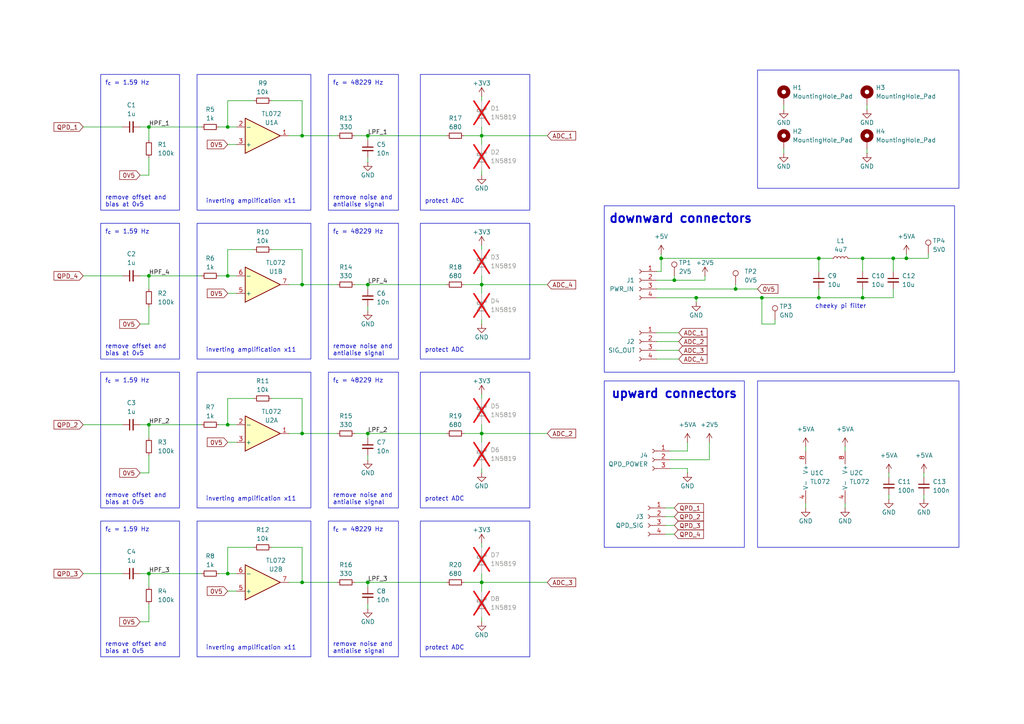
<source format=kicad_sch>
(kicad_sch
	(version 20231120)
	(generator "eeschema")
	(generator_version "8.0")
	(uuid "c2bf3c22-c87c-48c2-9d2a-7e30e54601ae")
	(paper "A4")
	(title_block
		(title "PD_AMPLIFIER_FILTER")
		(date "2025-04-11")
		(rev "1")
		(comment 1 "1) this board goes under the qpd board")
		(comment 2 "2) all output diodes on mezz board under this, only here for clarity")
		(comment 3 "3) power supply and reference generation on other board")
	)
	(lib_symbols
		(symbol "Amplifier_Operational:TL072"
			(pin_names
				(offset 0.127)
			)
			(exclude_from_sim no)
			(in_bom yes)
			(on_board yes)
			(property "Reference" "U"
				(at 0 5.08 0)
				(effects
					(font
						(size 1.27 1.27)
					)
					(justify left)
				)
			)
			(property "Value" "TL072"
				(at 0 -5.08 0)
				(effects
					(font
						(size 1.27 1.27)
					)
					(justify left)
				)
			)
			(property "Footprint" ""
				(at 0 0 0)
				(effects
					(font
						(size 1.27 1.27)
					)
					(hide yes)
				)
			)
			(property "Datasheet" "http://www.ti.com/lit/ds/symlink/tl071.pdf"
				(at 0 0 0)
				(effects
					(font
						(size 1.27 1.27)
					)
					(hide yes)
				)
			)
			(property "Description" "Dual Low-Noise JFET-Input Operational Amplifiers, DIP-8/SOIC-8"
				(at 0 0 0)
				(effects
					(font
						(size 1.27 1.27)
					)
					(hide yes)
				)
			)
			(property "ki_locked" ""
				(at 0 0 0)
				(effects
					(font
						(size 1.27 1.27)
					)
				)
			)
			(property "ki_keywords" "dual opamp"
				(at 0 0 0)
				(effects
					(font
						(size 1.27 1.27)
					)
					(hide yes)
				)
			)
			(property "ki_fp_filters" "SOIC*3.9x4.9mm*P1.27mm* DIP*W7.62mm* TO*99* OnSemi*Micro8* TSSOP*3x3mm*P0.65mm* TSSOP*4.4x3mm*P0.65mm* MSOP*3x3mm*P0.65mm* SSOP*3.9x4.9mm*P0.635mm* LFCSP*2x2mm*P0.5mm* *SIP* SOIC*5.3x6.2mm*P1.27mm*"
				(at 0 0 0)
				(effects
					(font
						(size 1.27 1.27)
					)
					(hide yes)
				)
			)
			(symbol "TL072_1_1"
				(polyline
					(pts
						(xy -5.08 5.08) (xy 5.08 0) (xy -5.08 -5.08) (xy -5.08 5.08)
					)
					(stroke
						(width 0.254)
						(type default)
					)
					(fill
						(type background)
					)
				)
				(pin output line
					(at 7.62 0 180)
					(length 2.54)
					(name "~"
						(effects
							(font
								(size 1.27 1.27)
							)
						)
					)
					(number "1"
						(effects
							(font
								(size 1.27 1.27)
							)
						)
					)
				)
				(pin input line
					(at -7.62 -2.54 0)
					(length 2.54)
					(name "-"
						(effects
							(font
								(size 1.27 1.27)
							)
						)
					)
					(number "2"
						(effects
							(font
								(size 1.27 1.27)
							)
						)
					)
				)
				(pin input line
					(at -7.62 2.54 0)
					(length 2.54)
					(name "+"
						(effects
							(font
								(size 1.27 1.27)
							)
						)
					)
					(number "3"
						(effects
							(font
								(size 1.27 1.27)
							)
						)
					)
				)
			)
			(symbol "TL072_2_1"
				(polyline
					(pts
						(xy -5.08 5.08) (xy 5.08 0) (xy -5.08 -5.08) (xy -5.08 5.08)
					)
					(stroke
						(width 0.254)
						(type default)
					)
					(fill
						(type background)
					)
				)
				(pin input line
					(at -7.62 2.54 0)
					(length 2.54)
					(name "+"
						(effects
							(font
								(size 1.27 1.27)
							)
						)
					)
					(number "5"
						(effects
							(font
								(size 1.27 1.27)
							)
						)
					)
				)
				(pin input line
					(at -7.62 -2.54 0)
					(length 2.54)
					(name "-"
						(effects
							(font
								(size 1.27 1.27)
							)
						)
					)
					(number "6"
						(effects
							(font
								(size 1.27 1.27)
							)
						)
					)
				)
				(pin output line
					(at 7.62 0 180)
					(length 2.54)
					(name "~"
						(effects
							(font
								(size 1.27 1.27)
							)
						)
					)
					(number "7"
						(effects
							(font
								(size 1.27 1.27)
							)
						)
					)
				)
			)
			(symbol "TL072_3_1"
				(pin power_in line
					(at -2.54 -7.62 90)
					(length 3.81)
					(name "V-"
						(effects
							(font
								(size 1.27 1.27)
							)
						)
					)
					(number "4"
						(effects
							(font
								(size 1.27 1.27)
							)
						)
					)
				)
				(pin power_in line
					(at -2.54 7.62 270)
					(length 3.81)
					(name "V+"
						(effects
							(font
								(size 1.27 1.27)
							)
						)
					)
					(number "8"
						(effects
							(font
								(size 1.27 1.27)
							)
						)
					)
				)
			)
		)
		(symbol "Connector:Conn_01x03_Socket"
			(pin_names
				(offset 1.016) hide)
			(exclude_from_sim no)
			(in_bom yes)
			(on_board yes)
			(property "Reference" "J"
				(at 0 5.08 0)
				(effects
					(font
						(size 1.27 1.27)
					)
				)
			)
			(property "Value" "Conn_01x03_Socket"
				(at 0 -5.08 0)
				(effects
					(font
						(size 1.27 1.27)
					)
				)
			)
			(property "Footprint" ""
				(at 0 0 0)
				(effects
					(font
						(size 1.27 1.27)
					)
					(hide yes)
				)
			)
			(property "Datasheet" "~"
				(at 0 0 0)
				(effects
					(font
						(size 1.27 1.27)
					)
					(hide yes)
				)
			)
			(property "Description" "Generic connector, single row, 01x03, script generated"
				(at 0 0 0)
				(effects
					(font
						(size 1.27 1.27)
					)
					(hide yes)
				)
			)
			(property "ki_locked" ""
				(at 0 0 0)
				(effects
					(font
						(size 1.27 1.27)
					)
				)
			)
			(property "ki_keywords" "connector"
				(at 0 0 0)
				(effects
					(font
						(size 1.27 1.27)
					)
					(hide yes)
				)
			)
			(property "ki_fp_filters" "Connector*:*_1x??_*"
				(at 0 0 0)
				(effects
					(font
						(size 1.27 1.27)
					)
					(hide yes)
				)
			)
			(symbol "Conn_01x03_Socket_1_1"
				(arc
					(start 0 -2.032)
					(mid -0.5058 -2.54)
					(end 0 -3.048)
					(stroke
						(width 0.1524)
						(type default)
					)
					(fill
						(type none)
					)
				)
				(polyline
					(pts
						(xy -1.27 -2.54) (xy -0.508 -2.54)
					)
					(stroke
						(width 0.1524)
						(type default)
					)
					(fill
						(type none)
					)
				)
				(polyline
					(pts
						(xy -1.27 0) (xy -0.508 0)
					)
					(stroke
						(width 0.1524)
						(type default)
					)
					(fill
						(type none)
					)
				)
				(polyline
					(pts
						(xy -1.27 2.54) (xy -0.508 2.54)
					)
					(stroke
						(width 0.1524)
						(type default)
					)
					(fill
						(type none)
					)
				)
				(arc
					(start 0 0.508)
					(mid -0.5058 0)
					(end 0 -0.508)
					(stroke
						(width 0.1524)
						(type default)
					)
					(fill
						(type none)
					)
				)
				(arc
					(start 0 3.048)
					(mid -0.5058 2.54)
					(end 0 2.032)
					(stroke
						(width 0.1524)
						(type default)
					)
					(fill
						(type none)
					)
				)
				(pin passive line
					(at -5.08 2.54 0)
					(length 3.81)
					(name "Pin_1"
						(effects
							(font
								(size 1.27 1.27)
							)
						)
					)
					(number "1"
						(effects
							(font
								(size 1.27 1.27)
							)
						)
					)
				)
				(pin passive line
					(at -5.08 0 0)
					(length 3.81)
					(name "Pin_2"
						(effects
							(font
								(size 1.27 1.27)
							)
						)
					)
					(number "2"
						(effects
							(font
								(size 1.27 1.27)
							)
						)
					)
				)
				(pin passive line
					(at -5.08 -2.54 0)
					(length 3.81)
					(name "Pin_3"
						(effects
							(font
								(size 1.27 1.27)
							)
						)
					)
					(number "3"
						(effects
							(font
								(size 1.27 1.27)
							)
						)
					)
				)
			)
		)
		(symbol "Connector:Conn_01x04_Socket"
			(pin_names
				(offset 1.016) hide)
			(exclude_from_sim no)
			(in_bom yes)
			(on_board yes)
			(property "Reference" "J"
				(at 0 5.08 0)
				(effects
					(font
						(size 1.27 1.27)
					)
				)
			)
			(property "Value" "Conn_01x04_Socket"
				(at 0 -7.62 0)
				(effects
					(font
						(size 1.27 1.27)
					)
				)
			)
			(property "Footprint" ""
				(at 0 0 0)
				(effects
					(font
						(size 1.27 1.27)
					)
					(hide yes)
				)
			)
			(property "Datasheet" "~"
				(at 0 0 0)
				(effects
					(font
						(size 1.27 1.27)
					)
					(hide yes)
				)
			)
			(property "Description" "Generic connector, single row, 01x04, script generated"
				(at 0 0 0)
				(effects
					(font
						(size 1.27 1.27)
					)
					(hide yes)
				)
			)
			(property "ki_locked" ""
				(at 0 0 0)
				(effects
					(font
						(size 1.27 1.27)
					)
				)
			)
			(property "ki_keywords" "connector"
				(at 0 0 0)
				(effects
					(font
						(size 1.27 1.27)
					)
					(hide yes)
				)
			)
			(property "ki_fp_filters" "Connector*:*_1x??_*"
				(at 0 0 0)
				(effects
					(font
						(size 1.27 1.27)
					)
					(hide yes)
				)
			)
			(symbol "Conn_01x04_Socket_1_1"
				(arc
					(start 0 -4.572)
					(mid -0.5058 -5.08)
					(end 0 -5.588)
					(stroke
						(width 0.1524)
						(type default)
					)
					(fill
						(type none)
					)
				)
				(arc
					(start 0 -2.032)
					(mid -0.5058 -2.54)
					(end 0 -3.048)
					(stroke
						(width 0.1524)
						(type default)
					)
					(fill
						(type none)
					)
				)
				(polyline
					(pts
						(xy -1.27 -5.08) (xy -0.508 -5.08)
					)
					(stroke
						(width 0.1524)
						(type default)
					)
					(fill
						(type none)
					)
				)
				(polyline
					(pts
						(xy -1.27 -2.54) (xy -0.508 -2.54)
					)
					(stroke
						(width 0.1524)
						(type default)
					)
					(fill
						(type none)
					)
				)
				(polyline
					(pts
						(xy -1.27 0) (xy -0.508 0)
					)
					(stroke
						(width 0.1524)
						(type default)
					)
					(fill
						(type none)
					)
				)
				(polyline
					(pts
						(xy -1.27 2.54) (xy -0.508 2.54)
					)
					(stroke
						(width 0.1524)
						(type default)
					)
					(fill
						(type none)
					)
				)
				(arc
					(start 0 0.508)
					(mid -0.5058 0)
					(end 0 -0.508)
					(stroke
						(width 0.1524)
						(type default)
					)
					(fill
						(type none)
					)
				)
				(arc
					(start 0 3.048)
					(mid -0.5058 2.54)
					(end 0 2.032)
					(stroke
						(width 0.1524)
						(type default)
					)
					(fill
						(type none)
					)
				)
				(pin passive line
					(at -5.08 2.54 0)
					(length 3.81)
					(name "Pin_1"
						(effects
							(font
								(size 1.27 1.27)
							)
						)
					)
					(number "1"
						(effects
							(font
								(size 1.27 1.27)
							)
						)
					)
				)
				(pin passive line
					(at -5.08 0 0)
					(length 3.81)
					(name "Pin_2"
						(effects
							(font
								(size 1.27 1.27)
							)
						)
					)
					(number "2"
						(effects
							(font
								(size 1.27 1.27)
							)
						)
					)
				)
				(pin passive line
					(at -5.08 -2.54 0)
					(length 3.81)
					(name "Pin_3"
						(effects
							(font
								(size 1.27 1.27)
							)
						)
					)
					(number "3"
						(effects
							(font
								(size 1.27 1.27)
							)
						)
					)
				)
				(pin passive line
					(at -5.08 -5.08 0)
					(length 3.81)
					(name "Pin_4"
						(effects
							(font
								(size 1.27 1.27)
							)
						)
					)
					(number "4"
						(effects
							(font
								(size 1.27 1.27)
							)
						)
					)
				)
			)
		)
		(symbol "Connector:TestPoint"
			(pin_numbers hide)
			(pin_names
				(offset 0.762) hide)
			(exclude_from_sim no)
			(in_bom yes)
			(on_board yes)
			(property "Reference" "TP"
				(at 0 6.858 0)
				(effects
					(font
						(size 1.27 1.27)
					)
				)
			)
			(property "Value" "TestPoint"
				(at 0 5.08 0)
				(effects
					(font
						(size 1.27 1.27)
					)
				)
			)
			(property "Footprint" ""
				(at 5.08 0 0)
				(effects
					(font
						(size 1.27 1.27)
					)
					(hide yes)
				)
			)
			(property "Datasheet" "~"
				(at 5.08 0 0)
				(effects
					(font
						(size 1.27 1.27)
					)
					(hide yes)
				)
			)
			(property "Description" "test point"
				(at 0 0 0)
				(effects
					(font
						(size 1.27 1.27)
					)
					(hide yes)
				)
			)
			(property "ki_keywords" "test point tp"
				(at 0 0 0)
				(effects
					(font
						(size 1.27 1.27)
					)
					(hide yes)
				)
			)
			(property "ki_fp_filters" "Pin* Test*"
				(at 0 0 0)
				(effects
					(font
						(size 1.27 1.27)
					)
					(hide yes)
				)
			)
			(symbol "TestPoint_0_1"
				(circle
					(center 0 3.302)
					(radius 0.762)
					(stroke
						(width 0)
						(type default)
					)
					(fill
						(type none)
					)
				)
			)
			(symbol "TestPoint_1_1"
				(pin passive line
					(at 0 0 90)
					(length 2.54)
					(name "1"
						(effects
							(font
								(size 1.27 1.27)
							)
						)
					)
					(number "1"
						(effects
							(font
								(size 1.27 1.27)
							)
						)
					)
				)
			)
		)
		(symbol "Device:C_Small"
			(pin_numbers hide)
			(pin_names
				(offset 0.254) hide)
			(exclude_from_sim no)
			(in_bom yes)
			(on_board yes)
			(property "Reference" "C"
				(at 0.254 1.778 0)
				(effects
					(font
						(size 1.27 1.27)
					)
					(justify left)
				)
			)
			(property "Value" "C_Small"
				(at 0.254 -2.032 0)
				(effects
					(font
						(size 1.27 1.27)
					)
					(justify left)
				)
			)
			(property "Footprint" ""
				(at 0 0 0)
				(effects
					(font
						(size 1.27 1.27)
					)
					(hide yes)
				)
			)
			(property "Datasheet" "~"
				(at 0 0 0)
				(effects
					(font
						(size 1.27 1.27)
					)
					(hide yes)
				)
			)
			(property "Description" "Unpolarized capacitor, small symbol"
				(at 0 0 0)
				(effects
					(font
						(size 1.27 1.27)
					)
					(hide yes)
				)
			)
			(property "ki_keywords" "capacitor cap"
				(at 0 0 0)
				(effects
					(font
						(size 1.27 1.27)
					)
					(hide yes)
				)
			)
			(property "ki_fp_filters" "C_*"
				(at 0 0 0)
				(effects
					(font
						(size 1.27 1.27)
					)
					(hide yes)
				)
			)
			(symbol "C_Small_0_1"
				(polyline
					(pts
						(xy -1.524 -0.508) (xy 1.524 -0.508)
					)
					(stroke
						(width 0.3302)
						(type default)
					)
					(fill
						(type none)
					)
				)
				(polyline
					(pts
						(xy -1.524 0.508) (xy 1.524 0.508)
					)
					(stroke
						(width 0.3048)
						(type default)
					)
					(fill
						(type none)
					)
				)
			)
			(symbol "C_Small_1_1"
				(pin passive line
					(at 0 2.54 270)
					(length 2.032)
					(name "~"
						(effects
							(font
								(size 1.27 1.27)
							)
						)
					)
					(number "1"
						(effects
							(font
								(size 1.27 1.27)
							)
						)
					)
				)
				(pin passive line
					(at 0 -2.54 90)
					(length 2.032)
					(name "~"
						(effects
							(font
								(size 1.27 1.27)
							)
						)
					)
					(number "2"
						(effects
							(font
								(size 1.27 1.27)
							)
						)
					)
				)
			)
		)
		(symbol "Device:L_Small"
			(pin_numbers hide)
			(pin_names
				(offset 0.254) hide)
			(exclude_from_sim no)
			(in_bom yes)
			(on_board yes)
			(property "Reference" "L"
				(at 0.762 1.016 0)
				(effects
					(font
						(size 1.27 1.27)
					)
					(justify left)
				)
			)
			(property "Value" "L_Small"
				(at 0.762 -1.016 0)
				(effects
					(font
						(size 1.27 1.27)
					)
					(justify left)
				)
			)
			(property "Footprint" ""
				(at 0 0 0)
				(effects
					(font
						(size 1.27 1.27)
					)
					(hide yes)
				)
			)
			(property "Datasheet" "~"
				(at 0 0 0)
				(effects
					(font
						(size 1.27 1.27)
					)
					(hide yes)
				)
			)
			(property "Description" "Inductor, small symbol"
				(at 0 0 0)
				(effects
					(font
						(size 1.27 1.27)
					)
					(hide yes)
				)
			)
			(property "ki_keywords" "inductor choke coil reactor magnetic"
				(at 0 0 0)
				(effects
					(font
						(size 1.27 1.27)
					)
					(hide yes)
				)
			)
			(property "ki_fp_filters" "Choke_* *Coil* Inductor_* L_*"
				(at 0 0 0)
				(effects
					(font
						(size 1.27 1.27)
					)
					(hide yes)
				)
			)
			(symbol "L_Small_0_1"
				(arc
					(start 0 -2.032)
					(mid 0.5058 -1.524)
					(end 0 -1.016)
					(stroke
						(width 0)
						(type default)
					)
					(fill
						(type none)
					)
				)
				(arc
					(start 0 -1.016)
					(mid 0.5058 -0.508)
					(end 0 0)
					(stroke
						(width 0)
						(type default)
					)
					(fill
						(type none)
					)
				)
				(arc
					(start 0 0)
					(mid 0.5058 0.508)
					(end 0 1.016)
					(stroke
						(width 0)
						(type default)
					)
					(fill
						(type none)
					)
				)
				(arc
					(start 0 1.016)
					(mid 0.5058 1.524)
					(end 0 2.032)
					(stroke
						(width 0)
						(type default)
					)
					(fill
						(type none)
					)
				)
			)
			(symbol "L_Small_1_1"
				(pin passive line
					(at 0 2.54 270)
					(length 0.508)
					(name "~"
						(effects
							(font
								(size 1.27 1.27)
							)
						)
					)
					(number "1"
						(effects
							(font
								(size 1.27 1.27)
							)
						)
					)
				)
				(pin passive line
					(at 0 -2.54 90)
					(length 0.508)
					(name "~"
						(effects
							(font
								(size 1.27 1.27)
							)
						)
					)
					(number "2"
						(effects
							(font
								(size 1.27 1.27)
							)
						)
					)
				)
			)
		)
		(symbol "Device:R_Small"
			(pin_numbers hide)
			(pin_names
				(offset 0.254) hide)
			(exclude_from_sim no)
			(in_bom yes)
			(on_board yes)
			(property "Reference" "R"
				(at 0.762 0.508 0)
				(effects
					(font
						(size 1.27 1.27)
					)
					(justify left)
				)
			)
			(property "Value" "R_Small"
				(at 0.762 -1.016 0)
				(effects
					(font
						(size 1.27 1.27)
					)
					(justify left)
				)
			)
			(property "Footprint" ""
				(at 0 0 0)
				(effects
					(font
						(size 1.27 1.27)
					)
					(hide yes)
				)
			)
			(property "Datasheet" "~"
				(at 0 0 0)
				(effects
					(font
						(size 1.27 1.27)
					)
					(hide yes)
				)
			)
			(property "Description" "Resistor, small symbol"
				(at 0 0 0)
				(effects
					(font
						(size 1.27 1.27)
					)
					(hide yes)
				)
			)
			(property "ki_keywords" "R resistor"
				(at 0 0 0)
				(effects
					(font
						(size 1.27 1.27)
					)
					(hide yes)
				)
			)
			(property "ki_fp_filters" "R_*"
				(at 0 0 0)
				(effects
					(font
						(size 1.27 1.27)
					)
					(hide yes)
				)
			)
			(symbol "R_Small_0_1"
				(rectangle
					(start -0.762 1.778)
					(end 0.762 -1.778)
					(stroke
						(width 0.2032)
						(type default)
					)
					(fill
						(type none)
					)
				)
			)
			(symbol "R_Small_1_1"
				(pin passive line
					(at 0 2.54 270)
					(length 0.762)
					(name "~"
						(effects
							(font
								(size 1.27 1.27)
							)
						)
					)
					(number "1"
						(effects
							(font
								(size 1.27 1.27)
							)
						)
					)
				)
				(pin passive line
					(at 0 -2.54 90)
					(length 0.762)
					(name "~"
						(effects
							(font
								(size 1.27 1.27)
							)
						)
					)
					(number "2"
						(effects
							(font
								(size 1.27 1.27)
							)
						)
					)
				)
			)
		)
		(symbol "Diode:1N5819"
			(pin_numbers hide)
			(pin_names
				(offset 1.016) hide)
			(exclude_from_sim no)
			(in_bom yes)
			(on_board yes)
			(property "Reference" "D"
				(at 0 2.54 0)
				(effects
					(font
						(size 1.27 1.27)
					)
				)
			)
			(property "Value" "1N5819"
				(at 0 -2.54 0)
				(effects
					(font
						(size 1.27 1.27)
					)
				)
			)
			(property "Footprint" "Diode_THT:D_DO-41_SOD81_P10.16mm_Horizontal"
				(at 0 -4.445 0)
				(effects
					(font
						(size 1.27 1.27)
					)
					(hide yes)
				)
			)
			(property "Datasheet" "http://www.vishay.com/docs/88525/1n5817.pdf"
				(at 0 0 0)
				(effects
					(font
						(size 1.27 1.27)
					)
					(hide yes)
				)
			)
			(property "Description" "40V 1A Schottky Barrier Rectifier Diode, DO-41"
				(at 0 0 0)
				(effects
					(font
						(size 1.27 1.27)
					)
					(hide yes)
				)
			)
			(property "ki_keywords" "diode Schottky"
				(at 0 0 0)
				(effects
					(font
						(size 1.27 1.27)
					)
					(hide yes)
				)
			)
			(property "ki_fp_filters" "D*DO?41*"
				(at 0 0 0)
				(effects
					(font
						(size 1.27 1.27)
					)
					(hide yes)
				)
			)
			(symbol "1N5819_0_1"
				(polyline
					(pts
						(xy 1.27 0) (xy -1.27 0)
					)
					(stroke
						(width 0)
						(type default)
					)
					(fill
						(type none)
					)
				)
				(polyline
					(pts
						(xy 1.27 1.27) (xy 1.27 -1.27) (xy -1.27 0) (xy 1.27 1.27)
					)
					(stroke
						(width 0.254)
						(type default)
					)
					(fill
						(type none)
					)
				)
				(polyline
					(pts
						(xy -1.905 0.635) (xy -1.905 1.27) (xy -1.27 1.27) (xy -1.27 -1.27) (xy -0.635 -1.27) (xy -0.635 -0.635)
					)
					(stroke
						(width 0.254)
						(type default)
					)
					(fill
						(type none)
					)
				)
			)
			(symbol "1N5819_1_1"
				(pin passive line
					(at -3.81 0 0)
					(length 2.54)
					(name "K"
						(effects
							(font
								(size 1.27 1.27)
							)
						)
					)
					(number "1"
						(effects
							(font
								(size 1.27 1.27)
							)
						)
					)
				)
				(pin passive line
					(at 3.81 0 180)
					(length 2.54)
					(name "A"
						(effects
							(font
								(size 1.27 1.27)
							)
						)
					)
					(number "2"
						(effects
							(font
								(size 1.27 1.27)
							)
						)
					)
				)
			)
		)
		(symbol "Mechanical:MountingHole_Pad"
			(pin_numbers hide)
			(pin_names
				(offset 1.016) hide)
			(exclude_from_sim yes)
			(in_bom no)
			(on_board yes)
			(property "Reference" "H"
				(at 0 6.35 0)
				(effects
					(font
						(size 1.27 1.27)
					)
				)
			)
			(property "Value" "MountingHole_Pad"
				(at 0 4.445 0)
				(effects
					(font
						(size 1.27 1.27)
					)
				)
			)
			(property "Footprint" ""
				(at 0 0 0)
				(effects
					(font
						(size 1.27 1.27)
					)
					(hide yes)
				)
			)
			(property "Datasheet" "~"
				(at 0 0 0)
				(effects
					(font
						(size 1.27 1.27)
					)
					(hide yes)
				)
			)
			(property "Description" "Mounting Hole with connection"
				(at 0 0 0)
				(effects
					(font
						(size 1.27 1.27)
					)
					(hide yes)
				)
			)
			(property "ki_keywords" "mounting hole"
				(at 0 0 0)
				(effects
					(font
						(size 1.27 1.27)
					)
					(hide yes)
				)
			)
			(property "ki_fp_filters" "MountingHole*Pad*"
				(at 0 0 0)
				(effects
					(font
						(size 1.27 1.27)
					)
					(hide yes)
				)
			)
			(symbol "MountingHole_Pad_0_1"
				(circle
					(center 0 1.27)
					(radius 1.27)
					(stroke
						(width 1.27)
						(type default)
					)
					(fill
						(type none)
					)
				)
			)
			(symbol "MountingHole_Pad_1_1"
				(pin input line
					(at 0 -2.54 90)
					(length 2.54)
					(name "1"
						(effects
							(font
								(size 1.27 1.27)
							)
						)
					)
					(number "1"
						(effects
							(font
								(size 1.27 1.27)
							)
						)
					)
				)
			)
		)
		(symbol "power:+2V5"
			(power)
			(pin_numbers hide)
			(pin_names
				(offset 0) hide)
			(exclude_from_sim no)
			(in_bom yes)
			(on_board yes)
			(property "Reference" "#PWR"
				(at 0 -3.81 0)
				(effects
					(font
						(size 1.27 1.27)
					)
					(hide yes)
				)
			)
			(property "Value" "+2V5"
				(at 0 3.556 0)
				(effects
					(font
						(size 1.27 1.27)
					)
				)
			)
			(property "Footprint" ""
				(at 0 0 0)
				(effects
					(font
						(size 1.27 1.27)
					)
					(hide yes)
				)
			)
			(property "Datasheet" ""
				(at 0 0 0)
				(effects
					(font
						(size 1.27 1.27)
					)
					(hide yes)
				)
			)
			(property "Description" "Power symbol creates a global label with name \"+2V5\""
				(at 0 0 0)
				(effects
					(font
						(size 1.27 1.27)
					)
					(hide yes)
				)
			)
			(property "ki_keywords" "global power"
				(at 0 0 0)
				(effects
					(font
						(size 1.27 1.27)
					)
					(hide yes)
				)
			)
			(symbol "+2V5_0_1"
				(polyline
					(pts
						(xy -0.762 1.27) (xy 0 2.54)
					)
					(stroke
						(width 0)
						(type default)
					)
					(fill
						(type none)
					)
				)
				(polyline
					(pts
						(xy 0 0) (xy 0 2.54)
					)
					(stroke
						(width 0)
						(type default)
					)
					(fill
						(type none)
					)
				)
				(polyline
					(pts
						(xy 0 2.54) (xy 0.762 1.27)
					)
					(stroke
						(width 0)
						(type default)
					)
					(fill
						(type none)
					)
				)
			)
			(symbol "+2V5_1_1"
				(pin power_in line
					(at 0 0 90)
					(length 0)
					(name "~"
						(effects
							(font
								(size 1.27 1.27)
							)
						)
					)
					(number "1"
						(effects
							(font
								(size 1.27 1.27)
							)
						)
					)
				)
			)
		)
		(symbol "power:+3V3"
			(power)
			(pin_numbers hide)
			(pin_names
				(offset 0) hide)
			(exclude_from_sim no)
			(in_bom yes)
			(on_board yes)
			(property "Reference" "#PWR"
				(at 0 -3.81 0)
				(effects
					(font
						(size 1.27 1.27)
					)
					(hide yes)
				)
			)
			(property "Value" "+3V3"
				(at 0 3.556 0)
				(effects
					(font
						(size 1.27 1.27)
					)
				)
			)
			(property "Footprint" ""
				(at 0 0 0)
				(effects
					(font
						(size 1.27 1.27)
					)
					(hide yes)
				)
			)
			(property "Datasheet" ""
				(at 0 0 0)
				(effects
					(font
						(size 1.27 1.27)
					)
					(hide yes)
				)
			)
			(property "Description" "Power symbol creates a global label with name \"+3V3\""
				(at 0 0 0)
				(effects
					(font
						(size 1.27 1.27)
					)
					(hide yes)
				)
			)
			(property "ki_keywords" "global power"
				(at 0 0 0)
				(effects
					(font
						(size 1.27 1.27)
					)
					(hide yes)
				)
			)
			(symbol "+3V3_0_1"
				(polyline
					(pts
						(xy -0.762 1.27) (xy 0 2.54)
					)
					(stroke
						(width 0)
						(type default)
					)
					(fill
						(type none)
					)
				)
				(polyline
					(pts
						(xy 0 0) (xy 0 2.54)
					)
					(stroke
						(width 0)
						(type default)
					)
					(fill
						(type none)
					)
				)
				(polyline
					(pts
						(xy 0 2.54) (xy 0.762 1.27)
					)
					(stroke
						(width 0)
						(type default)
					)
					(fill
						(type none)
					)
				)
			)
			(symbol "+3V3_1_1"
				(pin power_in line
					(at 0 0 90)
					(length 0)
					(name "~"
						(effects
							(font
								(size 1.27 1.27)
							)
						)
					)
					(number "1"
						(effects
							(font
								(size 1.27 1.27)
							)
						)
					)
				)
			)
		)
		(symbol "power:+5V"
			(power)
			(pin_numbers hide)
			(pin_names
				(offset 0) hide)
			(exclude_from_sim no)
			(in_bom yes)
			(on_board yes)
			(property "Reference" "#PWR"
				(at 0 -3.81 0)
				(effects
					(font
						(size 1.27 1.27)
					)
					(hide yes)
				)
			)
			(property "Value" "+5V"
				(at 0 3.556 0)
				(effects
					(font
						(size 1.27 1.27)
					)
				)
			)
			(property "Footprint" ""
				(at 0 0 0)
				(effects
					(font
						(size 1.27 1.27)
					)
					(hide yes)
				)
			)
			(property "Datasheet" ""
				(at 0 0 0)
				(effects
					(font
						(size 1.27 1.27)
					)
					(hide yes)
				)
			)
			(property "Description" "Power symbol creates a global label with name \"+5V\""
				(at 0 0 0)
				(effects
					(font
						(size 1.27 1.27)
					)
					(hide yes)
				)
			)
			(property "ki_keywords" "global power"
				(at 0 0 0)
				(effects
					(font
						(size 1.27 1.27)
					)
					(hide yes)
				)
			)
			(symbol "+5V_0_1"
				(polyline
					(pts
						(xy -0.762 1.27) (xy 0 2.54)
					)
					(stroke
						(width 0)
						(type default)
					)
					(fill
						(type none)
					)
				)
				(polyline
					(pts
						(xy 0 0) (xy 0 2.54)
					)
					(stroke
						(width 0)
						(type default)
					)
					(fill
						(type none)
					)
				)
				(polyline
					(pts
						(xy 0 2.54) (xy 0.762 1.27)
					)
					(stroke
						(width 0)
						(type default)
					)
					(fill
						(type none)
					)
				)
			)
			(symbol "+5V_1_1"
				(pin power_in line
					(at 0 0 90)
					(length 0)
					(name "~"
						(effects
							(font
								(size 1.27 1.27)
							)
						)
					)
					(number "1"
						(effects
							(font
								(size 1.27 1.27)
							)
						)
					)
				)
			)
		)
		(symbol "power:+5VA"
			(power)
			(pin_numbers hide)
			(pin_names
				(offset 0) hide)
			(exclude_from_sim no)
			(in_bom yes)
			(on_board yes)
			(property "Reference" "#PWR"
				(at 0 -3.81 0)
				(effects
					(font
						(size 1.27 1.27)
					)
					(hide yes)
				)
			)
			(property "Value" "+5VA"
				(at 0 3.556 0)
				(effects
					(font
						(size 1.27 1.27)
					)
				)
			)
			(property "Footprint" ""
				(at 0 0 0)
				(effects
					(font
						(size 1.27 1.27)
					)
					(hide yes)
				)
			)
			(property "Datasheet" ""
				(at 0 0 0)
				(effects
					(font
						(size 1.27 1.27)
					)
					(hide yes)
				)
			)
			(property "Description" "Power symbol creates a global label with name \"+5VA\""
				(at 0 0 0)
				(effects
					(font
						(size 1.27 1.27)
					)
					(hide yes)
				)
			)
			(property "ki_keywords" "global power"
				(at 0 0 0)
				(effects
					(font
						(size 1.27 1.27)
					)
					(hide yes)
				)
			)
			(symbol "+5VA_0_1"
				(polyline
					(pts
						(xy -0.762 1.27) (xy 0 2.54)
					)
					(stroke
						(width 0)
						(type default)
					)
					(fill
						(type none)
					)
				)
				(polyline
					(pts
						(xy 0 0) (xy 0 2.54)
					)
					(stroke
						(width 0)
						(type default)
					)
					(fill
						(type none)
					)
				)
				(polyline
					(pts
						(xy 0 2.54) (xy 0.762 1.27)
					)
					(stroke
						(width 0)
						(type default)
					)
					(fill
						(type none)
					)
				)
			)
			(symbol "+5VA_1_1"
				(pin power_in line
					(at 0 0 90)
					(length 0)
					(name "~"
						(effects
							(font
								(size 1.27 1.27)
							)
						)
					)
					(number "1"
						(effects
							(font
								(size 1.27 1.27)
							)
						)
					)
				)
			)
		)
		(symbol "power:GND"
			(power)
			(pin_numbers hide)
			(pin_names
				(offset 0) hide)
			(exclude_from_sim no)
			(in_bom yes)
			(on_board yes)
			(property "Reference" "#PWR"
				(at 0 -6.35 0)
				(effects
					(font
						(size 1.27 1.27)
					)
					(hide yes)
				)
			)
			(property "Value" "GND"
				(at 0 -3.81 0)
				(effects
					(font
						(size 1.27 1.27)
					)
				)
			)
			(property "Footprint" ""
				(at 0 0 0)
				(effects
					(font
						(size 1.27 1.27)
					)
					(hide yes)
				)
			)
			(property "Datasheet" ""
				(at 0 0 0)
				(effects
					(font
						(size 1.27 1.27)
					)
					(hide yes)
				)
			)
			(property "Description" "Power symbol creates a global label with name \"GND\" , ground"
				(at 0 0 0)
				(effects
					(font
						(size 1.27 1.27)
					)
					(hide yes)
				)
			)
			(property "ki_keywords" "global power"
				(at 0 0 0)
				(effects
					(font
						(size 1.27 1.27)
					)
					(hide yes)
				)
			)
			(symbol "GND_0_1"
				(polyline
					(pts
						(xy 0 0) (xy 0 -1.27) (xy 1.27 -1.27) (xy 0 -2.54) (xy -1.27 -1.27) (xy 0 -1.27)
					)
					(stroke
						(width 0)
						(type default)
					)
					(fill
						(type none)
					)
				)
			)
			(symbol "GND_1_1"
				(pin power_in line
					(at 0 0 270)
					(length 0)
					(name "~"
						(effects
							(font
								(size 1.27 1.27)
							)
						)
					)
					(number "1"
						(effects
							(font
								(size 1.27 1.27)
							)
						)
					)
				)
			)
		)
	)
	(junction
		(at 106.68 125.73)
		(diameter 0)
		(color 0 0 0 0)
		(uuid "1229c34a-b838-44ce-92ee-45d1edd5ade9")
	)
	(junction
		(at 201.93 86.36)
		(diameter 0)
		(color 0 0 0 0)
		(uuid "18e04ccb-e02b-44ac-aa57-e257663a0050")
	)
	(junction
		(at 66.04 80.01)
		(diameter 0)
		(color 0 0 0 0)
		(uuid "19d5ab68-b196-4e04-9afa-8a8c1e71bb46")
	)
	(junction
		(at 106.68 82.55)
		(diameter 0)
		(color 0 0 0 0)
		(uuid "1e737a4e-96bb-4341-82c8-744147667162")
	)
	(junction
		(at 66.04 166.37)
		(diameter 0)
		(color 0 0 0 0)
		(uuid "21e283dd-ac5c-41fb-9b8f-d569e72f6856")
	)
	(junction
		(at 66.04 36.83)
		(diameter 0)
		(color 0 0 0 0)
		(uuid "22349044-9a86-451b-9d86-7f24d24aefd8")
	)
	(junction
		(at 87.63 39.37)
		(diameter 0)
		(color 0 0 0 0)
		(uuid "2754e67a-8573-40f2-85c8-f1e05b7d9f76")
	)
	(junction
		(at 237.49 86.36)
		(diameter 0)
		(color 0 0 0 0)
		(uuid "2903bc26-5639-4587-b845-bbc5e137c85a")
	)
	(junction
		(at 106.68 168.91)
		(diameter 0)
		(color 0 0 0 0)
		(uuid "2e9335d7-5a57-4fa2-8838-36dd65e0bae6")
	)
	(junction
		(at 191.77 74.93)
		(diameter 0)
		(color 0 0 0 0)
		(uuid "33387ea3-641e-4087-b04b-aa39bbe886d0")
	)
	(junction
		(at 139.7 168.91)
		(diameter 0)
		(color 0 0 0 0)
		(uuid "43512299-3cfe-4383-a81e-cd0a3c115526")
	)
	(junction
		(at 262.89 74.93)
		(diameter 0)
		(color 0 0 0 0)
		(uuid "46e8f310-bfb6-4719-bbee-591767da84ff")
	)
	(junction
		(at 250.19 86.36)
		(diameter 0)
		(color 0 0 0 0)
		(uuid "614bf589-1e95-4cb4-8e0d-c0190bd77f35")
	)
	(junction
		(at 66.04 123.19)
		(diameter 0)
		(color 0 0 0 0)
		(uuid "6312d66c-7b90-4b36-814e-3e610b420032")
	)
	(junction
		(at 43.18 166.37)
		(diameter 0)
		(color 0 0 0 0)
		(uuid "64dc95f2-0f89-4d3c-85d0-a5af96ffdcb3")
	)
	(junction
		(at 237.49 74.93)
		(diameter 0)
		(color 0 0 0 0)
		(uuid "68f9d062-3b3b-4bf3-ab56-76294609298f")
	)
	(junction
		(at 87.63 125.73)
		(diameter 0)
		(color 0 0 0 0)
		(uuid "6bc20e44-9436-44ba-9fe5-b86c14a20d85")
	)
	(junction
		(at 139.7 39.37)
		(diameter 0)
		(color 0 0 0 0)
		(uuid "73388a01-d016-4ab8-a954-17a2c3c69a9b")
	)
	(junction
		(at 43.18 80.01)
		(diameter 0)
		(color 0 0 0 0)
		(uuid "742e6151-d02a-47fe-b49a-515ff378b6fd")
	)
	(junction
		(at 213.36 83.82)
		(diameter 0)
		(color 0 0 0 0)
		(uuid "7a22ee53-3de6-4f38-983e-1ed4fda00e89")
	)
	(junction
		(at 139.7 82.55)
		(diameter 0)
		(color 0 0 0 0)
		(uuid "8acef808-382b-478d-830f-04cecf5e44c0")
	)
	(junction
		(at 250.19 74.93)
		(diameter 0)
		(color 0 0 0 0)
		(uuid "9555f293-1c1b-43d5-901f-189e9066bc39")
	)
	(junction
		(at 43.18 123.19)
		(diameter 0)
		(color 0 0 0 0)
		(uuid "a0efe7d3-bd26-4c23-abe1-eaab6fc2cfc0")
	)
	(junction
		(at 195.58 81.28)
		(diameter 0)
		(color 0 0 0 0)
		(uuid "af5ca95c-bd8c-4922-801b-cfdfa300ccf2")
	)
	(junction
		(at 220.98 86.36)
		(diameter 0)
		(color 0 0 0 0)
		(uuid "b726f733-745e-4d64-b8a4-dca145eee6b5")
	)
	(junction
		(at 106.68 39.37)
		(diameter 0)
		(color 0 0 0 0)
		(uuid "c2dcfc33-c61f-4e47-88d9-9e78f41549ca")
	)
	(junction
		(at 259.08 74.93)
		(diameter 0)
		(color 0 0 0 0)
		(uuid "ce57e059-1122-43f3-975a-34328327a233")
	)
	(junction
		(at 139.7 125.73)
		(diameter 0)
		(color 0 0 0 0)
		(uuid "ce68a6c0-936e-4ce4-a47d-b6ea952273be")
	)
	(junction
		(at 87.63 168.91)
		(diameter 0)
		(color 0 0 0 0)
		(uuid "d19744a2-f411-4cb5-bb73-70499b8eb828")
	)
	(junction
		(at 43.18 36.83)
		(diameter 0)
		(color 0 0 0 0)
		(uuid "fde11e29-b428-4d54-aa88-24a424364cf2")
	)
	(junction
		(at 87.63 82.55)
		(diameter 0)
		(color 0 0 0 0)
		(uuid "ffbb2c6f-aac3-4744-a380-c52ad7ae12a3")
	)
	(wire
		(pts
			(xy 43.18 40.64) (xy 43.18 36.83)
		)
		(stroke
			(width 0)
			(type default)
		)
		(uuid "023220fb-fc43-425e-9a59-941022a6bd72")
	)
	(wire
		(pts
			(xy 205.74 128.27) (xy 205.74 133.35)
		)
		(stroke
			(width 0)
			(type default)
		)
		(uuid "03bd87b2-e63b-4023-84c5-a5034d4a6dd9")
	)
	(wire
		(pts
			(xy 199.39 128.27) (xy 199.39 130.81)
		)
		(stroke
			(width 0)
			(type default)
		)
		(uuid "03f963b0-be79-48e7-a691-e03df53b7d60")
	)
	(wire
		(pts
			(xy 139.7 168.91) (xy 139.7 171.45)
		)
		(stroke
			(width 0)
			(type default)
		)
		(uuid "04affbba-b864-4673-983d-324a0a59b330")
	)
	(wire
		(pts
			(xy 73.66 29.21) (xy 66.04 29.21)
		)
		(stroke
			(width 0)
			(type default)
		)
		(uuid "063a5148-227a-4195-aab9-c02286976b82")
	)
	(wire
		(pts
			(xy 250.19 86.36) (xy 259.08 86.36)
		)
		(stroke
			(width 0)
			(type default)
		)
		(uuid "0743809b-60eb-49d4-b647-dd40e2e4117c")
	)
	(wire
		(pts
			(xy 43.18 93.98) (xy 43.18 88.9)
		)
		(stroke
			(width 0)
			(type default)
		)
		(uuid "0914ec58-0ff7-4709-ba96-59cf567a7b3a")
	)
	(wire
		(pts
			(xy 106.68 175.26) (xy 106.68 176.53)
		)
		(stroke
			(width 0)
			(type default)
		)
		(uuid "0a16ad15-c3eb-463f-9c07-bd127d811feb")
	)
	(wire
		(pts
			(xy 246.38 74.93) (xy 250.19 74.93)
		)
		(stroke
			(width 0)
			(type default)
		)
		(uuid "0ad43e37-6c27-4eb6-8ae3-008d77b06d3a")
	)
	(wire
		(pts
			(xy 227.33 43.18) (xy 227.33 44.45)
		)
		(stroke
			(width 0)
			(type default)
		)
		(uuid "0d4bbb6b-ffc4-46ed-abc8-d6537e91871c")
	)
	(wire
		(pts
			(xy 97.79 168.91) (xy 87.63 168.91)
		)
		(stroke
			(width 0)
			(type default)
		)
		(uuid "0dd76f52-2205-45a2-b9b9-f1fdb0c70d79")
	)
	(wire
		(pts
			(xy 195.58 154.94) (xy 193.04 154.94)
		)
		(stroke
			(width 0)
			(type default)
		)
		(uuid "0fab4809-0098-4397-bf02-10b5f8187c19")
	)
	(wire
		(pts
			(xy 201.93 87.63) (xy 201.93 86.36)
		)
		(stroke
			(width 0)
			(type default)
		)
		(uuid "0ff7160e-80a9-4464-b479-56e9a7fe8e78")
	)
	(wire
		(pts
			(xy 63.5 80.01) (xy 66.04 80.01)
		)
		(stroke
			(width 0)
			(type default)
		)
		(uuid "1049514e-4405-4fed-86f2-9093afb876c8")
	)
	(wire
		(pts
			(xy 196.85 101.6) (xy 190.5 101.6)
		)
		(stroke
			(width 0)
			(type default)
		)
		(uuid "13c96634-d483-445b-b772-2825071dbbe9")
	)
	(wire
		(pts
			(xy 269.24 74.93) (xy 262.89 74.93)
		)
		(stroke
			(width 0)
			(type default)
		)
		(uuid "1432d5f7-bafd-4234-a6bc-5ee23c4f1dd7")
	)
	(wire
		(pts
			(xy 106.68 88.9) (xy 106.68 90.17)
		)
		(stroke
			(width 0)
			(type default)
		)
		(uuid "14991e5b-b896-4d64-8fb0-1c2e35ad1c71")
	)
	(wire
		(pts
			(xy 139.7 27.94) (xy 139.7 29.21)
		)
		(stroke
			(width 0)
			(type default)
		)
		(uuid "15a5f31e-ef41-45dc-b0c3-f3a8610b7f72")
	)
	(wire
		(pts
			(xy 269.24 73.66) (xy 269.24 74.93)
		)
		(stroke
			(width 0)
			(type default)
		)
		(uuid "179667d2-e5ed-4308-802a-d790b156ab95")
	)
	(wire
		(pts
			(xy 97.79 125.73) (xy 87.63 125.73)
		)
		(stroke
			(width 0)
			(type default)
		)
		(uuid "18a25f47-817a-4dba-990f-44635f55f77d")
	)
	(wire
		(pts
			(xy 257.81 137.16) (xy 257.81 138.43)
		)
		(stroke
			(width 0)
			(type default)
		)
		(uuid "19050d90-fceb-4f35-809c-d5a40a5977a9")
	)
	(wire
		(pts
			(xy 139.7 125.73) (xy 158.75 125.73)
		)
		(stroke
			(width 0)
			(type default)
		)
		(uuid "1a39213d-66bc-4ace-bf36-6dfd6cb776a7")
	)
	(wire
		(pts
			(xy 259.08 78.74) (xy 259.08 74.93)
		)
		(stroke
			(width 0)
			(type default)
		)
		(uuid "1cbfc287-81f6-4988-8ebc-78903f9bdfdd")
	)
	(wire
		(pts
			(xy 97.79 82.55) (xy 87.63 82.55)
		)
		(stroke
			(width 0)
			(type default)
		)
		(uuid "1d998303-3afb-4c8e-898b-e1027eb64247")
	)
	(wire
		(pts
			(xy 106.68 39.37) (xy 129.54 39.37)
		)
		(stroke
			(width 0)
			(type default)
		)
		(uuid "1fc5fb72-5926-4654-b7cd-53eefeb59d1b")
	)
	(wire
		(pts
			(xy 139.7 114.3) (xy 139.7 115.57)
		)
		(stroke
			(width 0)
			(type default)
		)
		(uuid "23aa0eab-80e5-4287-9d5e-1b5e3c830f04")
	)
	(wire
		(pts
			(xy 24.13 36.83) (xy 35.56 36.83)
		)
		(stroke
			(width 0)
			(type default)
		)
		(uuid "250e736d-afa0-4468-9912-05aa4f986063")
	)
	(wire
		(pts
			(xy 139.7 179.07) (xy 139.7 180.34)
		)
		(stroke
			(width 0)
			(type default)
		)
		(uuid "25a77efb-9b4f-4880-b783-99d2cb9c0c38")
	)
	(wire
		(pts
			(xy 40.64 137.16) (xy 43.18 137.16)
		)
		(stroke
			(width 0)
			(type default)
		)
		(uuid "26de75a5-cf17-4e11-9fc9-6c3082186f9b")
	)
	(wire
		(pts
			(xy 139.7 123.19) (xy 139.7 125.73)
		)
		(stroke
			(width 0)
			(type default)
		)
		(uuid "2777a67b-3bd3-440c-9394-81a09091d5b5")
	)
	(wire
		(pts
			(xy 43.18 180.34) (xy 43.18 175.26)
		)
		(stroke
			(width 0)
			(type default)
		)
		(uuid "28f36b34-fe5a-43ca-86f2-64918f97c2ff")
	)
	(wire
		(pts
			(xy 205.74 133.35) (xy 194.31 133.35)
		)
		(stroke
			(width 0)
			(type default)
		)
		(uuid "29d500c7-6647-41a6-a766-c7a464fc4c15")
	)
	(wire
		(pts
			(xy 73.66 72.39) (xy 66.04 72.39)
		)
		(stroke
			(width 0)
			(type default)
		)
		(uuid "2c0e4874-b804-45de-8b3b-5961b593b082")
	)
	(wire
		(pts
			(xy 195.58 149.86) (xy 193.04 149.86)
		)
		(stroke
			(width 0)
			(type default)
		)
		(uuid "2ce14b8e-1c1f-40eb-afac-50a610a5c6db")
	)
	(wire
		(pts
			(xy 195.58 80.01) (xy 195.58 81.28)
		)
		(stroke
			(width 0)
			(type default)
		)
		(uuid "2d42f0b3-866a-4772-afdf-a6a1ad72e6c5")
	)
	(wire
		(pts
			(xy 139.7 157.48) (xy 139.7 158.75)
		)
		(stroke
			(width 0)
			(type default)
		)
		(uuid "2d54b033-6e30-44d4-b767-f96597163339")
	)
	(wire
		(pts
			(xy 245.11 146.05) (xy 245.11 147.32)
		)
		(stroke
			(width 0)
			(type default)
		)
		(uuid "2e68f6a4-a2f9-4679-8211-b242e5daf7d8")
	)
	(wire
		(pts
			(xy 102.87 39.37) (xy 106.68 39.37)
		)
		(stroke
			(width 0)
			(type default)
		)
		(uuid "32eafdc3-2097-46dc-8c52-04a1810dc7a4")
	)
	(wire
		(pts
			(xy 78.74 29.21) (xy 87.63 29.21)
		)
		(stroke
			(width 0)
			(type default)
		)
		(uuid "349ea2ef-dc55-47e7-8b5d-2c1fd4cacbff")
	)
	(wire
		(pts
			(xy 87.63 168.91) (xy 83.82 168.91)
		)
		(stroke
			(width 0)
			(type default)
		)
		(uuid "37233d32-7cbd-4481-8e5a-366a91bba06e")
	)
	(wire
		(pts
			(xy 106.68 40.64) (xy 106.68 39.37)
		)
		(stroke
			(width 0)
			(type default)
		)
		(uuid "37d5bce7-42e3-4efc-a1bf-695b6018a72e")
	)
	(wire
		(pts
			(xy 63.5 36.83) (xy 66.04 36.83)
		)
		(stroke
			(width 0)
			(type default)
		)
		(uuid "3c4d91f9-ec31-4e6b-9379-7e23d1c995b8")
	)
	(wire
		(pts
			(xy 78.74 158.75) (xy 87.63 158.75)
		)
		(stroke
			(width 0)
			(type default)
		)
		(uuid "3c6db68d-84f8-49e0-9b87-fc6e743e0471")
	)
	(wire
		(pts
			(xy 220.98 86.36) (xy 220.98 93.98)
		)
		(stroke
			(width 0)
			(type default)
		)
		(uuid "3df9c3db-3498-4d96-aee4-5abad89ab11c")
	)
	(wire
		(pts
			(xy 106.68 132.08) (xy 106.68 133.35)
		)
		(stroke
			(width 0)
			(type default)
		)
		(uuid "3fddc885-8595-4a01-a6f2-6cbdc7b4f470")
	)
	(wire
		(pts
			(xy 213.36 82.55) (xy 213.36 83.82)
		)
		(stroke
			(width 0)
			(type default)
		)
		(uuid "41f689e0-e753-40d7-95e7-3521447c16ae")
	)
	(wire
		(pts
			(xy 199.39 135.89) (xy 194.31 135.89)
		)
		(stroke
			(width 0)
			(type default)
		)
		(uuid "43146ba6-e2ec-4fe1-846b-0873e395d550")
	)
	(wire
		(pts
			(xy 87.63 82.55) (xy 83.82 82.55)
		)
		(stroke
			(width 0)
			(type default)
		)
		(uuid "4391f61a-2e50-476f-bae3-adf625fac9d2")
	)
	(wire
		(pts
			(xy 40.64 50.8) (xy 43.18 50.8)
		)
		(stroke
			(width 0)
			(type default)
		)
		(uuid "452bc959-9781-4d38-b9a7-eb1ab204be4a")
	)
	(wire
		(pts
			(xy 87.63 29.21) (xy 87.63 39.37)
		)
		(stroke
			(width 0)
			(type default)
		)
		(uuid "46db0a64-c1a5-459d-86c5-19f3dce2a29e")
	)
	(wire
		(pts
			(xy 191.77 74.93) (xy 237.49 74.93)
		)
		(stroke
			(width 0)
			(type default)
		)
		(uuid "4e7a1b97-ecb2-4896-8f53-9b9a96074901")
	)
	(wire
		(pts
			(xy 106.68 82.55) (xy 129.54 82.55)
		)
		(stroke
			(width 0)
			(type default)
		)
		(uuid "4fae06a7-4fce-4e19-a97b-28bfab45f585")
	)
	(wire
		(pts
			(xy 43.18 50.8) (xy 43.18 45.72)
		)
		(stroke
			(width 0)
			(type default)
		)
		(uuid "5217d4b8-cabc-4d5b-aa6f-197f8bf50bb0")
	)
	(wire
		(pts
			(xy 102.87 82.55) (xy 106.68 82.55)
		)
		(stroke
			(width 0)
			(type default)
		)
		(uuid "56159488-a423-470a-8839-83e359422179")
	)
	(wire
		(pts
			(xy 43.18 166.37) (xy 58.42 166.37)
		)
		(stroke
			(width 0)
			(type default)
		)
		(uuid "587019f2-762c-4fdd-ba59-4898f1e10c87")
	)
	(wire
		(pts
			(xy 40.64 36.83) (xy 43.18 36.83)
		)
		(stroke
			(width 0)
			(type default)
		)
		(uuid "58f08a5c-494c-4cf4-a6f9-773c555dd952")
	)
	(wire
		(pts
			(xy 250.19 74.93) (xy 259.08 74.93)
		)
		(stroke
			(width 0)
			(type default)
		)
		(uuid "5acc9109-0599-4221-bdc4-caa955d652b3")
	)
	(wire
		(pts
			(xy 139.7 80.01) (xy 139.7 82.55)
		)
		(stroke
			(width 0)
			(type default)
		)
		(uuid "5af351b7-a8ef-4a50-94e0-58a28252bb6f")
	)
	(wire
		(pts
			(xy 106.68 168.91) (xy 129.54 168.91)
		)
		(stroke
			(width 0)
			(type default)
		)
		(uuid "5bce04ad-7b2d-41b4-8438-ce96036dfa54")
	)
	(wire
		(pts
			(xy 134.62 125.73) (xy 139.7 125.73)
		)
		(stroke
			(width 0)
			(type default)
		)
		(uuid "5d7a6731-7493-4028-95dc-2cfa559237d6")
	)
	(wire
		(pts
			(xy 43.18 123.19) (xy 58.42 123.19)
		)
		(stroke
			(width 0)
			(type default)
		)
		(uuid "5db99d1d-53b3-4dd3-a80a-d5eda278636b")
	)
	(wire
		(pts
			(xy 40.64 180.34) (xy 43.18 180.34)
		)
		(stroke
			(width 0)
			(type default)
		)
		(uuid "5fe08c83-1529-4b14-a9ce-ee0b5a30a1c1")
	)
	(wire
		(pts
			(xy 139.7 82.55) (xy 158.75 82.55)
		)
		(stroke
			(width 0)
			(type default)
		)
		(uuid "60574f8b-9ff3-4fd6-bb1e-f2bd22d9d0d9")
	)
	(wire
		(pts
			(xy 139.7 92.71) (xy 139.7 93.98)
		)
		(stroke
			(width 0)
			(type default)
		)
		(uuid "60c3e386-43f2-4925-9156-ac6554d8d3f9")
	)
	(wire
		(pts
			(xy 199.39 130.81) (xy 194.31 130.81)
		)
		(stroke
			(width 0)
			(type default)
		)
		(uuid "6170af12-7c62-46b8-82d3-16e98158e392")
	)
	(wire
		(pts
			(xy 250.19 86.36) (xy 250.19 83.82)
		)
		(stroke
			(width 0)
			(type default)
		)
		(uuid "61a4e9ab-ebfa-4546-b65e-8ed134a6a7cf")
	)
	(wire
		(pts
			(xy 196.85 99.06) (xy 190.5 99.06)
		)
		(stroke
			(width 0)
			(type default)
		)
		(uuid "6a0cbaff-2bc7-4611-8459-ab0e7e47259f")
	)
	(wire
		(pts
			(xy 24.13 80.01) (xy 35.56 80.01)
		)
		(stroke
			(width 0)
			(type default)
		)
		(uuid "6c26f287-35f5-47c1-9158-6f3249390a53")
	)
	(wire
		(pts
			(xy 66.04 72.39) (xy 66.04 80.01)
		)
		(stroke
			(width 0)
			(type default)
		)
		(uuid "6fc0b56c-ba0d-4b4d-95ab-24d5a990614e")
	)
	(wire
		(pts
			(xy 43.18 137.16) (xy 43.18 132.08)
		)
		(stroke
			(width 0)
			(type default)
		)
		(uuid "707914d1-621d-4c8e-9adb-d9bd9a0a8392")
	)
	(wire
		(pts
			(xy 78.74 115.57) (xy 87.63 115.57)
		)
		(stroke
			(width 0)
			(type default)
		)
		(uuid "711d4792-0c6a-4b84-af79-5ad212243b7b")
	)
	(wire
		(pts
			(xy 220.98 86.36) (xy 237.49 86.36)
		)
		(stroke
			(width 0)
			(type default)
		)
		(uuid "7243d5c6-ca3a-4f89-a9a8-4e285f5e4570")
	)
	(wire
		(pts
			(xy 237.49 74.93) (xy 237.49 78.74)
		)
		(stroke
			(width 0)
			(type default)
		)
		(uuid "7691e11e-4801-4799-a5c7-29dcabf4c408")
	)
	(wire
		(pts
			(xy 134.62 82.55) (xy 139.7 82.55)
		)
		(stroke
			(width 0)
			(type default)
		)
		(uuid "778d29ff-c1c5-4a21-8480-33dbd62e91a7")
	)
	(wire
		(pts
			(xy 40.64 93.98) (xy 43.18 93.98)
		)
		(stroke
			(width 0)
			(type default)
		)
		(uuid "795525a7-6ebe-4a75-8ff0-e4b38a1fb7d6")
	)
	(wire
		(pts
			(xy 87.63 39.37) (xy 83.82 39.37)
		)
		(stroke
			(width 0)
			(type default)
		)
		(uuid "7a9a7933-cac1-4f80-951c-8d9eabf30c13")
	)
	(wire
		(pts
			(xy 139.7 71.12) (xy 139.7 72.39)
		)
		(stroke
			(width 0)
			(type default)
		)
		(uuid "7b796100-a577-4e3c-b899-0c960e27efd5")
	)
	(wire
		(pts
			(xy 66.04 85.09) (xy 68.58 85.09)
		)
		(stroke
			(width 0)
			(type default)
		)
		(uuid "7e25d476-fe80-485a-8200-cc1051996c72")
	)
	(wire
		(pts
			(xy 139.7 125.73) (xy 139.7 128.27)
		)
		(stroke
			(width 0)
			(type default)
		)
		(uuid "809e7b1e-de64-4a65-aad9-3f6106059bfc")
	)
	(wire
		(pts
			(xy 139.7 166.37) (xy 139.7 168.91)
		)
		(stroke
			(width 0)
			(type default)
		)
		(uuid "81951f1f-ce8b-4b99-8d95-e1fc9b512060")
	)
	(wire
		(pts
			(xy 139.7 82.55) (xy 139.7 85.09)
		)
		(stroke
			(width 0)
			(type default)
		)
		(uuid "84d9eea9-46ac-41b8-b847-7684e370ead1")
	)
	(wire
		(pts
			(xy 66.04 171.45) (xy 68.58 171.45)
		)
		(stroke
			(width 0)
			(type default)
		)
		(uuid "89f45614-7b30-4ab2-bf15-dea6252def7d")
	)
	(wire
		(pts
			(xy 139.7 49.53) (xy 139.7 50.8)
		)
		(stroke
			(width 0)
			(type default)
		)
		(uuid "8a183d85-26ed-4d2d-81b5-746fcef1d826")
	)
	(wire
		(pts
			(xy 87.63 115.57) (xy 87.63 125.73)
		)
		(stroke
			(width 0)
			(type default)
		)
		(uuid "8d5250f5-8038-436c-b16f-73a1856bd8ac")
	)
	(wire
		(pts
			(xy 66.04 36.83) (xy 68.58 36.83)
		)
		(stroke
			(width 0)
			(type default)
		)
		(uuid "8f3a4ccd-b6e0-4c4a-b28e-3315712da000")
	)
	(wire
		(pts
			(xy 78.74 72.39) (xy 87.63 72.39)
		)
		(stroke
			(width 0)
			(type default)
		)
		(uuid "927b561f-a522-4d44-8760-28ba87c20781")
	)
	(wire
		(pts
			(xy 191.77 74.93) (xy 191.77 78.74)
		)
		(stroke
			(width 0)
			(type default)
		)
		(uuid "92dddd83-8002-4b6e-8fcc-ce6fe1981f53")
	)
	(wire
		(pts
			(xy 63.5 123.19) (xy 66.04 123.19)
		)
		(stroke
			(width 0)
			(type default)
		)
		(uuid "95159bd7-87a3-4f08-b530-3977c0f1f16d")
	)
	(wire
		(pts
			(xy 190.5 83.82) (xy 213.36 83.82)
		)
		(stroke
			(width 0)
			(type default)
		)
		(uuid "9529e781-08ca-45db-848e-093c82f77bfb")
	)
	(wire
		(pts
			(xy 259.08 83.82) (xy 259.08 86.36)
		)
		(stroke
			(width 0)
			(type default)
		)
		(uuid "97597bcf-b694-425e-9efe-d3c71891e49d")
	)
	(wire
		(pts
			(xy 43.18 170.18) (xy 43.18 166.37)
		)
		(stroke
			(width 0)
			(type default)
		)
		(uuid "976d0a4b-3041-47e4-9a28-d378c78ec885")
	)
	(wire
		(pts
			(xy 66.04 166.37) (xy 68.58 166.37)
		)
		(stroke
			(width 0)
			(type default)
		)
		(uuid "978ee005-cdf7-4405-a405-ea62091d7a43")
	)
	(wire
		(pts
			(xy 40.64 80.01) (xy 43.18 80.01)
		)
		(stroke
			(width 0)
			(type default)
		)
		(uuid "97ef5cfb-5e27-4f8b-b5a0-7ead1c35d694")
	)
	(wire
		(pts
			(xy 139.7 168.91) (xy 158.75 168.91)
		)
		(stroke
			(width 0)
			(type default)
		)
		(uuid "9ba2a213-881e-4336-88f6-f3530793e7e7")
	)
	(wire
		(pts
			(xy 73.66 158.75) (xy 66.04 158.75)
		)
		(stroke
			(width 0)
			(type default)
		)
		(uuid "9e90782a-21cd-442c-b475-5f09133608bc")
	)
	(wire
		(pts
			(xy 195.58 81.28) (xy 204.47 81.28)
		)
		(stroke
			(width 0)
			(type default)
		)
		(uuid "9f624b77-feb1-408c-a378-930d6538362e")
	)
	(wire
		(pts
			(xy 262.89 73.66) (xy 262.89 74.93)
		)
		(stroke
			(width 0)
			(type default)
		)
		(uuid "a35fbe76-071c-465e-bfc3-5d81e03928b5")
	)
	(wire
		(pts
			(xy 63.5 166.37) (xy 66.04 166.37)
		)
		(stroke
			(width 0)
			(type default)
		)
		(uuid "a3a09e70-027d-4348-86e2-99c2fa8b6ae1")
	)
	(wire
		(pts
			(xy 24.13 123.19) (xy 35.56 123.19)
		)
		(stroke
			(width 0)
			(type default)
		)
		(uuid "a3b8e883-e1e8-4e79-9b5b-d9a324288d86")
	)
	(wire
		(pts
			(xy 139.7 36.83) (xy 139.7 39.37)
		)
		(stroke
			(width 0)
			(type default)
		)
		(uuid "a6e89130-caf4-40f0-87ca-2f0af7f7da74")
	)
	(wire
		(pts
			(xy 106.68 83.82) (xy 106.68 82.55)
		)
		(stroke
			(width 0)
			(type default)
		)
		(uuid "a741c7fb-1850-45a8-aa90-66e49584fee7")
	)
	(wire
		(pts
			(xy 43.18 36.83) (xy 58.42 36.83)
		)
		(stroke
			(width 0)
			(type default)
		)
		(uuid "a7d49344-3128-43c8-b7c8-861d90842dad")
	)
	(wire
		(pts
			(xy 190.5 86.36) (xy 201.93 86.36)
		)
		(stroke
			(width 0)
			(type default)
		)
		(uuid "abdfd521-ab83-4d65-8131-5a55f1ec37e3")
	)
	(wire
		(pts
			(xy 257.81 143.51) (xy 257.81 144.78)
		)
		(stroke
			(width 0)
			(type default)
		)
		(uuid "ae0597d4-42d0-455e-8306-073ae5de2b3e")
	)
	(wire
		(pts
			(xy 213.36 83.82) (xy 219.71 83.82)
		)
		(stroke
			(width 0)
			(type default)
		)
		(uuid "aeb26c1e-f408-4108-9fe0-50a58db6ac25")
	)
	(wire
		(pts
			(xy 224.79 93.98) (xy 224.79 92.71)
		)
		(stroke
			(width 0)
			(type default)
		)
		(uuid "aec2aae1-edfc-49f4-9a0c-03f54ea73e11")
	)
	(wire
		(pts
			(xy 66.04 158.75) (xy 66.04 166.37)
		)
		(stroke
			(width 0)
			(type default)
		)
		(uuid "b3f09974-408b-42b8-9303-2cf7d55290ac")
	)
	(wire
		(pts
			(xy 102.87 168.91) (xy 106.68 168.91)
		)
		(stroke
			(width 0)
			(type default)
		)
		(uuid "b4de8331-a96d-4f6e-9ea0-20aa2d347205")
	)
	(wire
		(pts
			(xy 237.49 74.93) (xy 241.3 74.93)
		)
		(stroke
			(width 0)
			(type default)
		)
		(uuid "b751924c-6b88-44ee-92b2-5d12b1506cc2")
	)
	(wire
		(pts
			(xy 139.7 135.89) (xy 139.7 137.16)
		)
		(stroke
			(width 0)
			(type default)
		)
		(uuid "b9e86b3a-5add-4936-bf15-babd9812bbb5")
	)
	(wire
		(pts
			(xy 87.63 125.73) (xy 83.82 125.73)
		)
		(stroke
			(width 0)
			(type default)
		)
		(uuid "bb5f1948-3efb-4fad-a861-915c8929d637")
	)
	(wire
		(pts
			(xy 102.87 125.73) (xy 106.68 125.73)
		)
		(stroke
			(width 0)
			(type default)
		)
		(uuid "bc95922b-ea65-41e9-a2a6-fe91690d0b3c")
	)
	(wire
		(pts
			(xy 196.85 96.52) (xy 190.5 96.52)
		)
		(stroke
			(width 0)
			(type default)
		)
		(uuid "bdc36672-20e3-4ee9-b29f-47173b9191e5")
	)
	(wire
		(pts
			(xy 250.19 74.93) (xy 250.19 78.74)
		)
		(stroke
			(width 0)
			(type default)
		)
		(uuid "bdf078c1-4b19-49ea-9f86-97d719333aa3")
	)
	(wire
		(pts
			(xy 139.7 39.37) (xy 139.7 41.91)
		)
		(stroke
			(width 0)
			(type default)
		)
		(uuid "befa5201-4a8b-4a23-b39e-be834d484c75")
	)
	(wire
		(pts
			(xy 220.98 93.98) (xy 224.79 93.98)
		)
		(stroke
			(width 0)
			(type default)
		)
		(uuid "c1c8895f-4a27-4845-96eb-a47f5eed8dd3")
	)
	(wire
		(pts
			(xy 134.62 39.37) (xy 139.7 39.37)
		)
		(stroke
			(width 0)
			(type default)
		)
		(uuid "c2658fb7-ebd9-47b5-a91b-dbb49d271fdb")
	)
	(wire
		(pts
			(xy 66.04 115.57) (xy 66.04 123.19)
		)
		(stroke
			(width 0)
			(type default)
		)
		(uuid "c5ac1a25-bab3-4405-be50-e05fa608f71c")
	)
	(wire
		(pts
			(xy 106.68 125.73) (xy 129.54 125.73)
		)
		(stroke
			(width 0)
			(type default)
		)
		(uuid "c770763e-c4a6-4a65-8400-a0929c56a8ca")
	)
	(wire
		(pts
			(xy 237.49 83.82) (xy 237.49 86.36)
		)
		(stroke
			(width 0)
			(type default)
		)
		(uuid "c884e49a-a410-4865-838a-6425d8975c8c")
	)
	(wire
		(pts
			(xy 40.64 123.19) (xy 43.18 123.19)
		)
		(stroke
			(width 0)
			(type default)
		)
		(uuid "c925ac92-4557-4d96-b19e-f307e99b2c3d")
	)
	(wire
		(pts
			(xy 267.97 143.51) (xy 267.97 144.78)
		)
		(stroke
			(width 0)
			(type default)
		)
		(uuid "cbe58921-3db6-4ee0-8e38-11dcbafad18f")
	)
	(wire
		(pts
			(xy 66.04 123.19) (xy 68.58 123.19)
		)
		(stroke
			(width 0)
			(type default)
		)
		(uuid "cd2ce569-ea28-45f5-923f-444cc561292c")
	)
	(wire
		(pts
			(xy 190.5 81.28) (xy 195.58 81.28)
		)
		(stroke
			(width 0)
			(type default)
		)
		(uuid "cd44dd24-907d-40d7-a47e-3302faf0f945")
	)
	(wire
		(pts
			(xy 251.46 30.48) (xy 251.46 31.75)
		)
		(stroke
			(width 0)
			(type default)
		)
		(uuid "cde12dec-2670-499e-a6b0-0fd5067b871e")
	)
	(wire
		(pts
			(xy 66.04 29.21) (xy 66.04 36.83)
		)
		(stroke
			(width 0)
			(type default)
		)
		(uuid "cfbe50d0-989b-4b50-8d77-3ecff2f4d6f5")
	)
	(wire
		(pts
			(xy 190.5 78.74) (xy 191.77 78.74)
		)
		(stroke
			(width 0)
			(type default)
		)
		(uuid "cfca60f2-d8dc-4bcc-890b-97f1845bf08a")
	)
	(wire
		(pts
			(xy 195.58 152.4) (xy 193.04 152.4)
		)
		(stroke
			(width 0)
			(type default)
		)
		(uuid "d1090bf7-5e38-47bc-926f-78513842c65e")
	)
	(wire
		(pts
			(xy 66.04 41.91) (xy 68.58 41.91)
		)
		(stroke
			(width 0)
			(type default)
		)
		(uuid "d39067be-ba47-476a-9c0c-0400e92b40b2")
	)
	(wire
		(pts
			(xy 204.47 81.28) (xy 204.47 80.01)
		)
		(stroke
			(width 0)
			(type default)
		)
		(uuid "d3b32760-60d5-4ff1-9f7e-a9015a4b2488")
	)
	(wire
		(pts
			(xy 106.68 127) (xy 106.68 125.73)
		)
		(stroke
			(width 0)
			(type default)
		)
		(uuid "d5520e13-d999-40e3-beb8-27b0eb2b33c2")
	)
	(wire
		(pts
			(xy 73.66 115.57) (xy 66.04 115.57)
		)
		(stroke
			(width 0)
			(type default)
		)
		(uuid "d64eec4a-6758-4722-b368-aa4bdf15402e")
	)
	(wire
		(pts
			(xy 87.63 158.75) (xy 87.63 168.91)
		)
		(stroke
			(width 0)
			(type default)
		)
		(uuid "d8449758-e533-401d-ab25-af6abcf1613d")
	)
	(wire
		(pts
			(xy 233.68 146.05) (xy 233.68 147.32)
		)
		(stroke
			(width 0)
			(type default)
		)
		(uuid "d9ab4937-ca51-408f-8d31-2fff10dbba1f")
	)
	(wire
		(pts
			(xy 43.18 83.82) (xy 43.18 80.01)
		)
		(stroke
			(width 0)
			(type default)
		)
		(uuid "dbd94f2b-5f39-4f3d-862e-ccafe7fc87d6")
	)
	(wire
		(pts
			(xy 251.46 43.18) (xy 251.46 44.45)
		)
		(stroke
			(width 0)
			(type default)
		)
		(uuid "dde0f3cc-ce86-451c-96da-e8129c79eb87")
	)
	(wire
		(pts
			(xy 106.68 45.72) (xy 106.68 46.99)
		)
		(stroke
			(width 0)
			(type default)
		)
		(uuid "e0dc4fa9-54b0-40a0-8fdf-8b7b1c3ae040")
	)
	(wire
		(pts
			(xy 191.77 73.66) (xy 191.77 74.93)
		)
		(stroke
			(width 0)
			(type default)
		)
		(uuid "e41cc7ce-3049-498a-9b94-81f8972c77cf")
	)
	(wire
		(pts
			(xy 87.63 72.39) (xy 87.63 82.55)
		)
		(stroke
			(width 0)
			(type default)
		)
		(uuid "e46243ae-8bf9-44af-88bb-5842fff6e392")
	)
	(wire
		(pts
			(xy 139.7 39.37) (xy 158.75 39.37)
		)
		(stroke
			(width 0)
			(type default)
		)
		(uuid "e48fe572-ed78-43d1-84e3-ffdb82db9f55")
	)
	(wire
		(pts
			(xy 106.68 170.18) (xy 106.68 168.91)
		)
		(stroke
			(width 0)
			(type default)
		)
		(uuid "e6b1e39b-9c39-4e02-a53a-006a2d9cc4d6")
	)
	(wire
		(pts
			(xy 259.08 74.93) (xy 262.89 74.93)
		)
		(stroke
			(width 0)
			(type default)
		)
		(uuid "e7124eb3-9c4c-4bc0-95cd-081c0e544ae5")
	)
	(wire
		(pts
			(xy 201.93 86.36) (xy 220.98 86.36)
		)
		(stroke
			(width 0)
			(type default)
		)
		(uuid "e73a40c1-115d-49c9-bf9b-8d5e3b5e3ab4")
	)
	(wire
		(pts
			(xy 233.68 129.54) (xy 233.68 130.81)
		)
		(stroke
			(width 0)
			(type default)
		)
		(uuid "e74bdbbe-9d99-49a5-ba32-8b89c8308a92")
	)
	(wire
		(pts
			(xy 227.33 30.48) (xy 227.33 31.75)
		)
		(stroke
			(width 0)
			(type default)
		)
		(uuid "ea3b4645-eb3b-4e86-b74f-88c569e0d622")
	)
	(wire
		(pts
			(xy 195.58 147.32) (xy 193.04 147.32)
		)
		(stroke
			(width 0)
			(type default)
		)
		(uuid "ec7f20c5-9b34-4633-ac8a-c9a71d768588")
	)
	(wire
		(pts
			(xy 24.13 166.37) (xy 35.56 166.37)
		)
		(stroke
			(width 0)
			(type default)
		)
		(uuid "effdee96-a354-4c9b-976c-398b4bac6bc6")
	)
	(wire
		(pts
			(xy 97.79 39.37) (xy 87.63 39.37)
		)
		(stroke
			(width 0)
			(type default)
		)
		(uuid "f0bbcaab-fb5d-4056-8cc5-e472f582db01")
	)
	(wire
		(pts
			(xy 245.11 129.54) (xy 245.11 130.81)
		)
		(stroke
			(width 0)
			(type default)
		)
		(uuid "f26315af-3ff3-4e3d-bea7-a101139c0f41")
	)
	(wire
		(pts
			(xy 267.97 137.16) (xy 267.97 138.43)
		)
		(stroke
			(width 0)
			(type default)
		)
		(uuid "f2b5ec0e-3073-4f34-b48d-14c766e73afb")
	)
	(wire
		(pts
			(xy 43.18 127) (xy 43.18 123.19)
		)
		(stroke
			(width 0)
			(type default)
		)
		(uuid "f60321e3-9d70-4028-9665-2a555fa2a573")
	)
	(wire
		(pts
			(xy 40.64 166.37) (xy 43.18 166.37)
		)
		(stroke
			(width 0)
			(type default)
		)
		(uuid "f6b93caa-d7d5-4ae0-acb2-8a18d082277b")
	)
	(wire
		(pts
			(xy 237.49 86.36) (xy 250.19 86.36)
		)
		(stroke
			(width 0)
			(type default)
		)
		(uuid "f757ab50-6486-407c-a7fd-898014d8f313")
	)
	(wire
		(pts
			(xy 43.18 80.01) (xy 58.42 80.01)
		)
		(stroke
			(width 0)
			(type default)
		)
		(uuid "f9690d63-c1f6-4751-ad15-0a86db397477")
	)
	(wire
		(pts
			(xy 66.04 128.27) (xy 68.58 128.27)
		)
		(stroke
			(width 0)
			(type default)
		)
		(uuid "fb64e09f-0d23-4a02-94d5-0408f93aa6f7")
	)
	(wire
		(pts
			(xy 66.04 80.01) (xy 68.58 80.01)
		)
		(stroke
			(width 0)
			(type default)
		)
		(uuid "fe0683fc-7f05-494a-9ed7-52c73164a834")
	)
	(wire
		(pts
			(xy 199.39 137.16) (xy 199.39 135.89)
		)
		(stroke
			(width 0)
			(type default)
		)
		(uuid "fe1206c1-1dac-48cd-9e37-628df2bc9ae0")
	)
	(wire
		(pts
			(xy 196.85 104.14) (xy 190.5 104.14)
		)
		(stroke
			(width 0)
			(type default)
		)
		(uuid "fe65f254-8d27-4933-a808-ac26cbcc91c7")
	)
	(wire
		(pts
			(xy 134.62 168.91) (xy 139.7 168.91)
		)
		(stroke
			(width 0)
			(type default)
		)
		(uuid "ffaa6d0c-eb51-46c3-b953-737da0904c9d")
	)
	(rectangle
		(start 121.92 64.77)
		(end 153.67 104.14)
		(stroke
			(width 0)
			(type default)
		)
		(fill
			(type none)
		)
		(uuid 0cb8a42d-2d9d-41d6-b64e-08ad3f3379d1)
	)
	(rectangle
		(start 29.21 21.59)
		(end 52.07 60.96)
		(stroke
			(width 0)
			(type default)
		)
		(fill
			(type none)
		)
		(uuid 0f21de21-13e4-4b4e-8d01-354904e1a1c3)
	)
	(rectangle
		(start 95.25 107.95)
		(end 115.57 147.32)
		(stroke
			(width 0)
			(type default)
		)
		(fill
			(type none)
		)
		(uuid 115548aa-4439-4f4f-b7dc-03ffb54b0e5f)
	)
	(rectangle
		(start 175.26 110.49)
		(end 215.9 158.75)
		(stroke
			(width 0)
			(type default)
		)
		(fill
			(type none)
		)
		(uuid 13e20a37-3546-4c03-a6b1-564c7d777dc6)
	)
	(rectangle
		(start 57.15 21.59)
		(end 90.17 60.96)
		(stroke
			(width 0)
			(type default)
		)
		(fill
			(type none)
		)
		(uuid 17342c00-ce02-4c59-99d9-761fa8c0b2ee)
	)
	(rectangle
		(start 219.71 110.49)
		(end 278.13 158.75)
		(stroke
			(width 0)
			(type default)
		)
		(fill
			(type none)
		)
		(uuid 1ea69735-c7df-4631-ad46-f55d6ba539f0)
	)
	(rectangle
		(start 121.92 151.13)
		(end 153.67 190.5)
		(stroke
			(width 0)
			(type default)
		)
		(fill
			(type none)
		)
		(uuid 2b5ea95f-0fe7-453a-bb90-fcfc16da389f)
	)
	(rectangle
		(start 29.21 151.13)
		(end 52.07 190.5)
		(stroke
			(width 0)
			(type default)
		)
		(fill
			(type none)
		)
		(uuid 2b6dac79-12a7-408c-aafc-6e381356d5ab)
	)
	(rectangle
		(start 175.26 59.69)
		(end 276.86 107.95)
		(stroke
			(width 0)
			(type default)
		)
		(fill
			(type none)
		)
		(uuid 2f97bb6f-b744-4cda-aed6-339261382b5d)
	)
	(rectangle
		(start 121.92 21.59)
		(end 153.67 60.96)
		(stroke
			(width 0)
			(type default)
		)
		(fill
			(type none)
		)
		(uuid 4fa8fb39-9664-4115-a8f6-a64c50bdd98e)
	)
	(rectangle
		(start 29.21 107.95)
		(end 52.07 147.32)
		(stroke
			(width 0)
			(type default)
		)
		(fill
			(type none)
		)
		(uuid 56732c0a-afe1-4f6b-803a-cd3ecfe03e19)
	)
	(rectangle
		(start 219.71 20.32)
		(end 278.13 54.61)
		(stroke
			(width 0)
			(type default)
		)
		(fill
			(type none)
		)
		(uuid 5fbd6591-7b20-4835-a880-73c3c69fa4fb)
	)
	(rectangle
		(start 57.15 64.77)
		(end 90.17 104.14)
		(stroke
			(width 0)
			(type default)
		)
		(fill
			(type none)
		)
		(uuid 824fc724-511f-4f57-abee-fddc963e4c1e)
	)
	(rectangle
		(start 57.15 107.95)
		(end 90.17 147.32)
		(stroke
			(width 0)
			(type default)
		)
		(fill
			(type none)
		)
		(uuid 833d468d-7c1f-470f-a422-37a5188dc8cc)
	)
	(rectangle
		(start 95.25 64.77)
		(end 115.57 104.14)
		(stroke
			(width 0)
			(type default)
		)
		(fill
			(type none)
		)
		(uuid 886c21fa-d2d1-4a68-b903-43b15c3eae7d)
	)
	(rectangle
		(start 95.25 151.13)
		(end 115.57 190.5)
		(stroke
			(width 0)
			(type default)
		)
		(fill
			(type none)
		)
		(uuid 89bc4198-b651-43ae-bdcf-6895b8182d3e)
	)
	(rectangle
		(start 57.15 151.13)
		(end 90.17 190.5)
		(stroke
			(width 0)
			(type default)
		)
		(fill
			(type none)
		)
		(uuid b416cce0-2bfe-407c-8f6f-13c82fc63855)
	)
	(rectangle
		(start 121.92 107.95)
		(end 153.67 147.32)
		(stroke
			(width 0)
			(type default)
		)
		(fill
			(type none)
		)
		(uuid b67cb11f-63ea-41d7-9c5a-6311665f7e29)
	)
	(rectangle
		(start 95.25 21.59)
		(end 115.57 60.96)
		(stroke
			(width 0)
			(type default)
		)
		(fill
			(type none)
		)
		(uuid b67f76fa-bf3b-48c6-951d-8f95990e3bad)
	)
	(rectangle
		(start 29.21 64.77)
		(end 52.07 104.14)
		(stroke
			(width 0)
			(type default)
		)
		(fill
			(type none)
		)
		(uuid db39528a-62d8-40ce-b51e-5a75174b0d9b)
	)
	(text "remove noise and\nantialise signal"
		(exclude_from_sim no)
		(at 96.52 58.42 0)
		(effects
			(font
				(size 1.27 1.27)
			)
			(justify left)
		)
		(uuid "0122c0d2-2aa1-4114-93fc-0c83925c452d")
	)
	(text "upward connectors"
		(exclude_from_sim no)
		(at 195.58 114.3 0)
		(effects
			(font
				(size 2.54 2.54)
				(thickness 0.508)
				(bold yes)
			)
		)
		(uuid "1b7f165f-1711-46e2-b9bf-3b06425f429b")
	)
	(text "protect ADC"
		(exclude_from_sim no)
		(at 123.19 58.42 0)
		(effects
			(font
				(size 1.27 1.27)
			)
			(justify left)
		)
		(uuid "210ff914-24a0-4759-bdf6-8b1d47079270")
	)
	(text "inverting amplification x11"
		(exclude_from_sim no)
		(at 59.69 101.6 0)
		(effects
			(font
				(size 1.27 1.27)
			)
			(justify left)
		)
		(uuid "22677acc-4fb3-4375-bfc1-70473e19c275")
	)
	(text "protect ADC"
		(exclude_from_sim no)
		(at 123.19 101.6 0)
		(effects
			(font
				(size 1.27 1.27)
			)
			(justify left)
		)
		(uuid "321f0a25-94da-4546-97e0-9d90199f6205")
	)
	(text "protect ADC"
		(exclude_from_sim no)
		(at 123.19 187.96 0)
		(effects
			(font
				(size 1.27 1.27)
			)
			(justify left)
		)
		(uuid "377b94d4-1cec-4ed0-b50b-71df1e04ec75")
	)
	(text "remove offset and\nbias at 0v5"
		(exclude_from_sim no)
		(at 30.48 187.96 0)
		(effects
			(font
				(size 1.27 1.27)
			)
			(justify left)
		)
		(uuid "37d6c9b3-5b89-4faf-8f39-269c5602a277")
	)
	(text "remove noise and\nantialise signal"
		(exclude_from_sim no)
		(at 96.52 144.78 0)
		(effects
			(font
				(size 1.27 1.27)
			)
			(justify left)
		)
		(uuid "3c7cfefb-8c3c-4bf0-a196-407dd114d7a2")
	)
	(text "f_{c} = 48229 Hz"
		(exclude_from_sim no)
		(at 96.52 67.31 0)
		(effects
			(font
				(size 1.27 1.27)
			)
			(justify left)
		)
		(uuid "3d38095f-e7f7-46b4-ada0-d190dc3a177a")
	)
	(text "remove offset and\nbias at 0v5"
		(exclude_from_sim no)
		(at 30.48 144.78 0)
		(effects
			(font
				(size 1.27 1.27)
			)
			(justify left)
		)
		(uuid "53aeee9e-4422-4b5d-b3fa-e65aa97595ad")
	)
	(text "protect ADC"
		(exclude_from_sim no)
		(at 123.19 144.78 0)
		(effects
			(font
				(size 1.27 1.27)
			)
			(justify left)
		)
		(uuid "5edd80da-4617-445c-8c82-b4df25600105")
	)
	(text "downward connectors"
		(exclude_from_sim no)
		(at 176.53 63.5 0)
		(effects
			(font
				(size 2.54 2.54)
				(thickness 0.508)
				(bold yes)
			)
			(justify left)
		)
		(uuid "6d9ecbd7-8933-4840-a366-ef30fd94564e")
	)
	(text "inverting amplification x11"
		(exclude_from_sim no)
		(at 59.69 144.78 0)
		(effects
			(font
				(size 1.27 1.27)
			)
			(justify left)
		)
		(uuid "7fce5d06-4c67-4e33-b510-5cbaff0fb1d1")
	)
	(text "inverting amplification x11"
		(exclude_from_sim no)
		(at 59.69 58.42 0)
		(effects
			(font
				(size 1.27 1.27)
			)
			(justify left)
		)
		(uuid "824d545e-ea6c-4608-8a6a-db3b562b7268")
	)
	(text "f_{c} = 1.59 Hz"
		(exclude_from_sim no)
		(at 30.48 24.13 0)
		(effects
			(font
				(size 1.27 1.27)
			)
			(justify left)
		)
		(uuid "85a5d41d-e225-4dd8-afa2-34178e0d3e17")
	)
	(text "inverting amplification x11"
		(exclude_from_sim no)
		(at 59.69 187.96 0)
		(effects
			(font
				(size 1.27 1.27)
			)
			(justify left)
		)
		(uuid "a6217772-4f0c-4f54-88c6-181cae03326f")
	)
	(text "f_{c} = 48229 Hz"
		(exclude_from_sim no)
		(at 96.52 153.67 0)
		(effects
			(font
				(size 1.27 1.27)
			)
			(justify left)
		)
		(uuid "b15b1625-b510-4566-8719-8e3671b1150d")
	)
	(text "remove noise and\nantialise signal"
		(exclude_from_sim no)
		(at 96.52 101.6 0)
		(effects
			(font
				(size 1.27 1.27)
			)
			(justify left)
		)
		(uuid "b2ef6ec7-e24d-4544-ac2e-1d9c0ae147b3")
	)
	(text "f_{c} = 48229 Hz"
		(exclude_from_sim no)
		(at 96.52 24.13 0)
		(effects
			(font
				(size 1.27 1.27)
			)
			(justify left)
		)
		(uuid "bf9dde61-8589-4f59-87fd-35d4e29b90b1")
	)
	(text "f_{c} = 1.59 Hz"
		(exclude_from_sim no)
		(at 30.48 110.49 0)
		(effects
			(font
				(size 1.27 1.27)
			)
			(justify left)
		)
		(uuid "ca61560a-d45d-492c-a420-5a0a1c948a8a")
	)
	(text "f_{c} = 48229 Hz"
		(exclude_from_sim no)
		(at 96.52 110.49 0)
		(effects
			(font
				(size 1.27 1.27)
			)
			(justify left)
		)
		(uuid "dafc71f9-ce5c-4766-a268-306f3795e1ba")
	)
	(text "remove offset and\nbias at 0v5"
		(exclude_from_sim no)
		(at 30.48 101.6 0)
		(effects
			(font
				(size 1.27 1.27)
			)
			(justify left)
		)
		(uuid "ddff5fe4-b2d0-4a6c-a0bf-0dc53f40af21")
	)
	(text "remove noise and\nantialise signal"
		(exclude_from_sim no)
		(at 96.52 187.96 0)
		(effects
			(font
				(size 1.27 1.27)
			)
			(justify left)
		)
		(uuid "e4e6e553-3075-4fee-85c2-4469fba4dad3")
	)
	(text "f_{c} = 1.59 Hz"
		(exclude_from_sim no)
		(at 30.48 67.31 0)
		(effects
			(font
				(size 1.27 1.27)
			)
			(justify left)
		)
		(uuid "e530bdb3-ed7c-4f44-b0be-288b36cd9653")
	)
	(text "cheeky pi filter"
		(exclude_from_sim no)
		(at 243.84 88.9 0)
		(effects
			(font
				(size 1.27 1.27)
			)
		)
		(uuid "e8e6d5bc-1f9f-4b52-8680-a151c7f78415")
	)
	(text "f_{c} = 1.59 Hz"
		(exclude_from_sim no)
		(at 30.48 153.67 0)
		(effects
			(font
				(size 1.27 1.27)
			)
			(justify left)
		)
		(uuid "f18d0904-12d8-444f-9588-cabce78e300f")
	)
	(text "remove offset and\nbias at 0v5"
		(exclude_from_sim no)
		(at 30.48 58.42 0)
		(effects
			(font
				(size 1.27 1.27)
			)
			(justify left)
		)
		(uuid "f864c513-ad54-4866-98f7-df40f7413d4f")
	)
	(label "HPF_1"
		(at 43.18 36.83 0)
		(effects
			(font
				(size 1.27 1.27)
			)
			(justify left bottom)
		)
		(uuid "0834e783-3fda-44ea-9dab-1f007b30bba4")
	)
	(label "HPF_3"
		(at 43.18 166.37 0)
		(effects
			(font
				(size 1.27 1.27)
			)
			(justify left bottom)
		)
		(uuid "225ed93a-ffa9-4ab0-a549-b7c8fe7f7955")
	)
	(label "HPF_4"
		(at 43.18 80.01 0)
		(effects
			(font
				(size 1.27 1.27)
			)
			(justify left bottom)
		)
		(uuid "2cf30856-97de-4ef8-a337-451cc923f5ee")
	)
	(label "LPF_4"
		(at 106.68 82.55 0)
		(effects
			(font
				(size 1.27 1.27)
			)
			(justify left bottom)
		)
		(uuid "468d3d2f-3e50-4d44-9f60-9366a869928a")
	)
	(label "LPF_1"
		(at 106.68 39.37 0)
		(effects
			(font
				(size 1.27 1.27)
			)
			(justify left bottom)
		)
		(uuid "779410c4-d2c5-4043-94cf-c2398769901c")
	)
	(label "LPF_2"
		(at 106.68 125.73 0)
		(effects
			(font
				(size 1.27 1.27)
			)
			(justify left bottom)
		)
		(uuid "928289e8-85cb-4163-bfda-8502c6a2138b")
	)
	(label "LPF_3"
		(at 106.68 168.91 0)
		(effects
			(font
				(size 1.27 1.27)
			)
			(justify left bottom)
		)
		(uuid "9aa07454-74d8-46c7-822c-4fa1892c30cd")
	)
	(label "HPF_2"
		(at 43.18 123.19 0)
		(effects
			(font
				(size 1.27 1.27)
			)
			(justify left bottom)
		)
		(uuid "d4eb21ab-6a9a-494f-8c70-c21a0f768f85")
	)
	(global_label "QPD_4"
		(shape input)
		(at 24.13 80.01 180)
		(fields_autoplaced yes)
		(effects
			(font
				(size 1.27 1.27)
			)
			(justify right)
		)
		(uuid "08932979-8de0-4700-a061-1087e3443917")
		(property "Intersheetrefs" "${INTERSHEET_REFS}"
			(at 15.0972 80.01 0)
			(effects
				(font
					(size 1.27 1.27)
				)
				(justify right)
				(hide yes)
			)
		)
	)
	(global_label "ADC_1"
		(shape input)
		(at 158.75 39.37 0)
		(fields_autoplaced yes)
		(effects
			(font
				(size 1.27 1.27)
			)
			(justify left)
		)
		(uuid "18f82f3f-d8d2-400d-9d48-2e56bfb01bdc")
		(property "Intersheetrefs" "${INTERSHEET_REFS}"
			(at 167.5409 39.37 0)
			(effects
				(font
					(size 1.27 1.27)
				)
				(justify left)
				(hide yes)
			)
		)
	)
	(global_label "ADC_3"
		(shape input)
		(at 196.85 101.6 0)
		(fields_autoplaced yes)
		(effects
			(font
				(size 1.27 1.27)
			)
			(justify left)
		)
		(uuid "37cd2c74-ae2c-4737-a26c-e0939f6c91ab")
		(property "Intersheetrefs" "${INTERSHEET_REFS}"
			(at 205.6409 101.6 0)
			(effects
				(font
					(size 1.27 1.27)
				)
				(justify left)
				(hide yes)
			)
		)
	)
	(global_label "QPD_3"
		(shape input)
		(at 24.13 166.37 180)
		(fields_autoplaced yes)
		(effects
			(font
				(size 1.27 1.27)
			)
			(justify right)
		)
		(uuid "480f18b4-1d26-42c1-980f-64410c4a2864")
		(property "Intersheetrefs" "${INTERSHEET_REFS}"
			(at 15.0972 166.37 0)
			(effects
				(font
					(size 1.27 1.27)
				)
				(justify right)
				(hide yes)
			)
		)
	)
	(global_label "0V5"
		(shape input)
		(at 66.04 128.27 180)
		(fields_autoplaced yes)
		(effects
			(font
				(size 1.27 1.27)
			)
			(justify right)
		)
		(uuid "52ec881c-da80-4074-9e9e-37235d201199")
		(property "Intersheetrefs" "${INTERSHEET_REFS}"
			(at 59.5472 128.27 0)
			(effects
				(font
					(size 1.27 1.27)
				)
				(justify right)
				(hide yes)
			)
		)
	)
	(global_label "QPD_2"
		(shape input)
		(at 195.58 149.86 0)
		(fields_autoplaced yes)
		(effects
			(font
				(size 1.27 1.27)
			)
			(justify left)
		)
		(uuid "625ad426-ab24-43da-9ed2-672e9fa92434")
		(property "Intersheetrefs" "${INTERSHEET_REFS}"
			(at 204.6128 149.86 0)
			(effects
				(font
					(size 1.27 1.27)
				)
				(justify left)
				(hide yes)
			)
		)
	)
	(global_label "ADC_3"
		(shape input)
		(at 158.75 168.91 0)
		(fields_autoplaced yes)
		(effects
			(font
				(size 1.27 1.27)
			)
			(justify left)
		)
		(uuid "676a1339-3a4d-418b-81f2-eaae425a1022")
		(property "Intersheetrefs" "${INTERSHEET_REFS}"
			(at 167.5409 168.91 0)
			(effects
				(font
					(size 1.27 1.27)
				)
				(justify left)
				(hide yes)
			)
		)
	)
	(global_label "QPD_2"
		(shape input)
		(at 24.13 123.19 180)
		(fields_autoplaced yes)
		(effects
			(font
				(size 1.27 1.27)
			)
			(justify right)
		)
		(uuid "7240314b-e206-4551-8c64-4ad9b2abccba")
		(property "Intersheetrefs" "${INTERSHEET_REFS}"
			(at 15.0972 123.19 0)
			(effects
				(font
					(size 1.27 1.27)
				)
				(justify right)
				(hide yes)
			)
		)
	)
	(global_label "QPD_1"
		(shape input)
		(at 24.13 36.83 180)
		(fields_autoplaced yes)
		(effects
			(font
				(size 1.27 1.27)
			)
			(justify right)
		)
		(uuid "74845534-bdb6-4517-8ec1-8b13bd4b5057")
		(property "Intersheetrefs" "${INTERSHEET_REFS}"
			(at 15.0972 36.83 0)
			(effects
				(font
					(size 1.27 1.27)
				)
				(justify right)
				(hide yes)
			)
		)
	)
	(global_label "ADC_1"
		(shape input)
		(at 196.85 96.52 0)
		(fields_autoplaced yes)
		(effects
			(font
				(size 1.27 1.27)
			)
			(justify left)
		)
		(uuid "7a249a99-e979-445e-9873-4a50baff490d")
		(property "Intersheetrefs" "${INTERSHEET_REFS}"
			(at 205.6409 96.52 0)
			(effects
				(font
					(size 1.27 1.27)
				)
				(justify left)
				(hide yes)
			)
		)
	)
	(global_label "ADC_2"
		(shape input)
		(at 196.85 99.06 0)
		(fields_autoplaced yes)
		(effects
			(font
				(size 1.27 1.27)
			)
			(justify left)
		)
		(uuid "827c6d4b-31ee-4a7e-b7d1-86bdf84345ba")
		(property "Intersheetrefs" "${INTERSHEET_REFS}"
			(at 205.6409 99.06 0)
			(effects
				(font
					(size 1.27 1.27)
				)
				(justify left)
				(hide yes)
			)
		)
	)
	(global_label "QPD_1"
		(shape input)
		(at 195.58 147.32 0)
		(fields_autoplaced yes)
		(effects
			(font
				(size 1.27 1.27)
			)
			(justify left)
		)
		(uuid "aa51b49e-d550-4edb-a2f8-2e838c89401e")
		(property "Intersheetrefs" "${INTERSHEET_REFS}"
			(at 204.6128 147.32 0)
			(effects
				(font
					(size 1.27 1.27)
				)
				(justify left)
				(hide yes)
			)
		)
	)
	(global_label "0V5"
		(shape input)
		(at 219.71 83.82 0)
		(fields_autoplaced yes)
		(effects
			(font
				(size 1.27 1.27)
			)
			(justify left)
		)
		(uuid "ab107957-d2ad-4822-bdb3-09fffe42da66")
		(property "Intersheetrefs" "${INTERSHEET_REFS}"
			(at 226.2028 83.82 0)
			(effects
				(font
					(size 1.27 1.27)
				)
				(justify left)
				(hide yes)
			)
		)
	)
	(global_label "0V5"
		(shape input)
		(at 40.64 137.16 180)
		(fields_autoplaced yes)
		(effects
			(font
				(size 1.27 1.27)
			)
			(justify right)
		)
		(uuid "acfe3a61-c6e1-459f-9373-6466cd78daed")
		(property "Intersheetrefs" "${INTERSHEET_REFS}"
			(at 34.1472 137.16 0)
			(effects
				(font
					(size 1.27 1.27)
				)
				(justify right)
				(hide yes)
			)
		)
	)
	(global_label "ADC_2"
		(shape input)
		(at 158.75 125.73 0)
		(fields_autoplaced yes)
		(effects
			(font
				(size 1.27 1.27)
			)
			(justify left)
		)
		(uuid "afc2884a-8e67-458f-9f36-376d30531755")
		(property "Intersheetrefs" "${INTERSHEET_REFS}"
			(at 167.5409 125.73 0)
			(effects
				(font
					(size 1.27 1.27)
				)
				(justify left)
				(hide yes)
			)
		)
	)
	(global_label "0V5"
		(shape input)
		(at 66.04 171.45 180)
		(fields_autoplaced yes)
		(effects
			(font
				(size 1.27 1.27)
			)
			(justify right)
		)
		(uuid "b3384d71-31e6-4656-909a-67625e34bb7e")
		(property "Intersheetrefs" "${INTERSHEET_REFS}"
			(at 59.5472 171.45 0)
			(effects
				(font
					(size 1.27 1.27)
				)
				(justify right)
				(hide yes)
			)
		)
	)
	(global_label "ADC_4"
		(shape input)
		(at 158.75 82.55 0)
		(fields_autoplaced yes)
		(effects
			(font
				(size 1.27 1.27)
			)
			(justify left)
		)
		(uuid "b7b20aff-637c-40b7-ba4f-620b1130c0b3")
		(property "Intersheetrefs" "${INTERSHEET_REFS}"
			(at 167.5409 82.55 0)
			(effects
				(font
					(size 1.27 1.27)
				)
				(justify left)
				(hide yes)
			)
		)
	)
	(global_label "0V5"
		(shape input)
		(at 66.04 41.91 180)
		(fields_autoplaced yes)
		(effects
			(font
				(size 1.27 1.27)
			)
			(justify right)
		)
		(uuid "ba8b15fa-8f4c-43ab-8ead-331c2dbf258a")
		(property "Intersheetrefs" "${INTERSHEET_REFS}"
			(at 59.5472 41.91 0)
			(effects
				(font
					(size 1.27 1.27)
				)
				(justify right)
				(hide yes)
			)
		)
	)
	(global_label "0V5"
		(shape input)
		(at 66.04 85.09 180)
		(fields_autoplaced yes)
		(effects
			(font
				(size 1.27 1.27)
			)
			(justify right)
		)
		(uuid "c59fc979-1942-4ac7-ab46-44e75ff5b93e")
		(property "Intersheetrefs" "${INTERSHEET_REFS}"
			(at 59.5472 85.09 0)
			(effects
				(font
					(size 1.27 1.27)
				)
				(justify right)
				(hide yes)
			)
		)
	)
	(global_label "ADC_4"
		(shape input)
		(at 196.85 104.14 0)
		(fields_autoplaced yes)
		(effects
			(font
				(size 1.27 1.27)
			)
			(justify left)
		)
		(uuid "d8e94c27-f2ea-4897-b6a3-c80017381add")
		(property "Intersheetrefs" "${INTERSHEET_REFS}"
			(at 205.6409 104.14 0)
			(effects
				(font
					(size 1.27 1.27)
				)
				(justify left)
				(hide yes)
			)
		)
	)
	(global_label "QPD_3"
		(shape input)
		(at 195.58 152.4 0)
		(fields_autoplaced yes)
		(effects
			(font
				(size 1.27 1.27)
			)
			(justify left)
		)
		(uuid "dcaa9fd0-9aff-40de-a492-cb7a91eae5bb")
		(property "Intersheetrefs" "${INTERSHEET_REFS}"
			(at 204.6128 152.4 0)
			(effects
				(font
					(size 1.27 1.27)
				)
				(justify left)
				(hide yes)
			)
		)
	)
	(global_label "0V5"
		(shape input)
		(at 40.64 93.98 180)
		(fields_autoplaced yes)
		(effects
			(font
				(size 1.27 1.27)
			)
			(justify right)
		)
		(uuid "e186200d-3a2d-4188-8c88-98dcd8b6a9af")
		(property "Intersheetrefs" "${INTERSHEET_REFS}"
			(at 34.1472 93.98 0)
			(effects
				(font
					(size 1.27 1.27)
				)
				(justify right)
				(hide yes)
			)
		)
	)
	(global_label "0V5"
		(shape input)
		(at 40.64 50.8 180)
		(fields_autoplaced yes)
		(effects
			(font
				(size 1.27 1.27)
			)
			(justify right)
		)
		(uuid "e64bff66-8f89-479f-983c-29b6ea1db703")
		(property "Intersheetrefs" "${INTERSHEET_REFS}"
			(at 34.1472 50.8 0)
			(effects
				(font
					(size 1.27 1.27)
				)
				(justify right)
				(hide yes)
			)
		)
	)
	(global_label "0V5"
		(shape input)
		(at 40.64 180.34 180)
		(fields_autoplaced yes)
		(effects
			(font
				(size 1.27 1.27)
			)
			(justify right)
		)
		(uuid "e6cea3a6-9476-4e51-8a0c-c7b49f64b43e")
		(property "Intersheetrefs" "${INTERSHEET_REFS}"
			(at 34.1472 180.34 0)
			(effects
				(font
					(size 1.27 1.27)
				)
				(justify right)
				(hide yes)
			)
		)
	)
	(global_label "QPD_4"
		(shape input)
		(at 195.58 154.94 0)
		(fields_autoplaced yes)
		(effects
			(font
				(size 1.27 1.27)
			)
			(justify left)
		)
		(uuid "f7b9c78f-001f-4537-8b2a-f0e912a01fe6")
		(property "Intersheetrefs" "${INTERSHEET_REFS}"
			(at 204.6128 154.94 0)
			(effects
				(font
					(size 1.27 1.27)
				)
				(justify left)
				(hide yes)
			)
		)
	)
	(symbol
		(lib_id "Device:R_Small")
		(at 43.18 86.36 180)
		(unit 1)
		(exclude_from_sim no)
		(in_bom yes)
		(on_board yes)
		(dnp no)
		(fields_autoplaced yes)
		(uuid "00df2d8f-b488-4411-98f4-6c1042ce5d54")
		(property "Reference" "R2"
			(at 45.72 85.0899 0)
			(effects
				(font
					(size 1.27 1.27)
				)
				(justify right)
			)
		)
		(property "Value" "100k"
			(at 45.72 87.6299 0)
			(effects
				(font
					(size 1.27 1.27)
				)
				(justify right)
			)
		)
		(property "Footprint" "custom_fp:R_0805_2012Metric_Pad1.20x1.40mm_HandSolder_nosilk"
			(at 43.18 86.36 0)
			(effects
				(font
					(size 1.27 1.27)
				)
				(hide yes)
			)
		)
		(property "Datasheet" "~"
			(at 43.18 86.36 0)
			(effects
				(font
					(size 1.27 1.27)
				)
				(hide yes)
			)
		)
		(property "Description" "Resistor, small symbol"
			(at 43.18 86.36 0)
			(effects
				(font
					(size 1.27 1.27)
				)
				(hide yes)
			)
		)
		(pin "2"
			(uuid "c343c4af-c037-47a2-8676-c044652dacb1")
		)
		(pin "1"
			(uuid "1a07080a-5e1f-42e7-b0ce-a89b7d7e8f33")
		)
		(instances
			(project "seeker_signal_path"
				(path "/c2bf3c22-c87c-48c2-9d2a-7e30e54601ae"
					(reference "R2")
					(unit 1)
				)
			)
		)
	)
	(symbol
		(lib_id "Device:R_Small")
		(at 132.08 82.55 90)
		(unit 1)
		(exclude_from_sim no)
		(in_bom yes)
		(on_board yes)
		(dnp no)
		(fields_autoplaced yes)
		(uuid "02a72e93-1272-4e47-8d02-391d417b28ed")
		(property "Reference" "R18"
			(at 132.08 77.47 90)
			(effects
				(font
					(size 1.27 1.27)
				)
			)
		)
		(property "Value" "680"
			(at 132.08 80.01 90)
			(effects
				(font
					(size 1.27 1.27)
				)
			)
		)
		(property "Footprint" "custom_fp:R_0805_2012Metric_Pad1.20x1.40mm_HandSolder_nosilk"
			(at 132.08 82.55 0)
			(effects
				(font
					(size 1.27 1.27)
				)
				(hide yes)
			)
		)
		(property "Datasheet" "~"
			(at 132.08 82.55 0)
			(effects
				(font
					(size 1.27 1.27)
				)
				(hide yes)
			)
		)
		(property "Description" "Resistor, small symbol"
			(at 132.08 82.55 0)
			(effects
				(font
					(size 1.27 1.27)
				)
				(hide yes)
			)
		)
		(pin "2"
			(uuid "99ffebd0-3116-486d-b302-cd76cfb2b357")
		)
		(pin "1"
			(uuid "9e0b0711-0a8a-49ab-9648-3447c3e8164e")
		)
		(instances
			(project "seeker_signal_path"
				(path "/c2bf3c22-c87c-48c2-9d2a-7e30e54601ae"
					(reference "R18")
					(unit 1)
				)
			)
		)
	)
	(symbol
		(lib_id "Connector:Conn_01x04_Socket")
		(at 185.42 99.06 0)
		(mirror y)
		(unit 1)
		(exclude_from_sim no)
		(in_bom yes)
		(on_board yes)
		(dnp no)
		(uuid "03fd9129-d9b9-4c13-a5ca-f01a9f4351e7")
		(property "Reference" "J2"
			(at 182.88 99.06 0)
			(effects
				(font
					(size 1.27 1.27)
				)
			)
		)
		(property "Value" "SIG_OUT"
			(at 180.34 101.6 0)
			(effects
				(font
					(size 1.27 1.27)
				)
			)
		)
		(property "Footprint" "Connector_PinHeader_2.54mm:PinHeader_1x04_P2.54mm_Vertical"
			(at 185.42 99.06 0)
			(effects
				(font
					(size 1.27 1.27)
				)
				(hide yes)
			)
		)
		(property "Datasheet" "~"
			(at 185.42 99.06 0)
			(effects
				(font
					(size 1.27 1.27)
				)
				(hide yes)
			)
		)
		(property "Description" "Generic connector, single row, 01x04, script generated"
			(at 185.42 99.06 0)
			(effects
				(font
					(size 1.27 1.27)
				)
				(hide yes)
			)
		)
		(pin "3"
			(uuid "5aeddcc2-5654-4174-98b3-b7a1433ea841")
		)
		(pin "4"
			(uuid "43724fff-f54c-46f1-b17e-8aa4d1bbfcab")
		)
		(pin "2"
			(uuid "dd49d1dc-c956-493d-904e-db9c5f9282e3")
		)
		(pin "1"
			(uuid "e43dd8da-69ca-4ff5-b1cb-2d9a9791e34e")
		)
		(instances
			(project "seeker_signal_path"
				(path "/c2bf3c22-c87c-48c2-9d2a-7e30e54601ae"
					(reference "J2")
					(unit 1)
				)
			)
		)
	)
	(symbol
		(lib_id "Device:C_Small")
		(at 38.1 123.19 90)
		(unit 1)
		(exclude_from_sim no)
		(in_bom yes)
		(on_board yes)
		(dnp no)
		(uuid "09402635-6e4d-4084-9b35-92dca56ca8e2")
		(property "Reference" "C3"
			(at 38.1063 116.84 90)
			(effects
				(font
					(size 1.27 1.27)
				)
			)
		)
		(property "Value" "1u"
			(at 38.1063 119.38 90)
			(effects
				(font
					(size 1.27 1.27)
				)
			)
		)
		(property "Footprint" "custom_fp:C_0805_2012Metric_Pad1.18x1.45mm_HandSolder_no_silk"
			(at 38.1 123.19 0)
			(effects
				(font
					(size 1.27 1.27)
				)
				(hide yes)
			)
		)
		(property "Datasheet" "~"
			(at 38.1 123.19 0)
			(effects
				(font
					(size 1.27 1.27)
				)
				(hide yes)
			)
		)
		(property "Description" "Unpolarized capacitor, small symbol"
			(at 38.1 123.19 0)
			(effects
				(font
					(size 1.27 1.27)
				)
				(hide yes)
			)
		)
		(pin "1"
			(uuid "fc3f42ae-f1d4-4e84-a310-396692ed5eb6")
		)
		(pin "2"
			(uuid "ed438a53-48a5-4741-8928-892b8361afff")
		)
		(instances
			(project "seeker_signal_path"
				(path "/c2bf3c22-c87c-48c2-9d2a-7e30e54601ae"
					(reference "C3")
					(unit 1)
				)
			)
		)
	)
	(symbol
		(lib_id "power:GND")
		(at 267.97 144.78 0)
		(unit 1)
		(exclude_from_sim no)
		(in_bom yes)
		(on_board yes)
		(dnp no)
		(uuid "0b0bea43-6eab-4975-b4dc-3620374e30e5")
		(property "Reference" "#PWR031"
			(at 267.97 151.13 0)
			(effects
				(font
					(size 1.27 1.27)
				)
				(hide yes)
			)
		)
		(property "Value" "GND"
			(at 267.97 148.59 0)
			(effects
				(font
					(size 1.27 1.27)
				)
			)
		)
		(property "Footprint" ""
			(at 267.97 144.78 0)
			(effects
				(font
					(size 1.27 1.27)
				)
				(hide yes)
			)
		)
		(property "Datasheet" ""
			(at 267.97 144.78 0)
			(effects
				(font
					(size 1.27 1.27)
				)
				(hide yes)
			)
		)
		(property "Description" "Power symbol creates a global label with name \"GND\" , ground"
			(at 267.97 144.78 0)
			(effects
				(font
					(size 1.27 1.27)
				)
				(hide yes)
			)
		)
		(pin "1"
			(uuid "63fdd143-d3f1-4c9c-ada0-4ebcb52281f2")
		)
		(instances
			(project "seeker_signal_path"
				(path "/c2bf3c22-c87c-48c2-9d2a-7e30e54601ae"
					(reference "#PWR031")
					(unit 1)
				)
			)
		)
	)
	(symbol
		(lib_id "Amplifier_Operational:TL072")
		(at 76.2 39.37 0)
		(mirror x)
		(unit 1)
		(exclude_from_sim no)
		(in_bom yes)
		(on_board yes)
		(dnp no)
		(uuid "0fca1c01-3c1e-49c6-aaff-2cf995ee667f")
		(property "Reference" "U1"
			(at 78.74 35.56 0)
			(effects
				(font
					(size 1.27 1.27)
				)
			)
		)
		(property "Value" "TL072"
			(at 78.74 33.02 0)
			(effects
				(font
					(size 1.27 1.27)
				)
			)
		)
		(property "Footprint" "Package_SO:SOIC-8_3.9x4.9mm_P1.27mm"
			(at 76.2 39.37 0)
			(effects
				(font
					(size 1.27 1.27)
				)
				(hide yes)
			)
		)
		(property "Datasheet" "http://www.ti.com/lit/ds/symlink/tl071.pdf"
			(at 76.2 39.37 0)
			(effects
				(font
					(size 1.27 1.27)
				)
				(hide yes)
			)
		)
		(property "Description" "Dual Low-Noise JFET-Input Operational Amplifiers, DIP-8/SOIC-8"
			(at 76.2 39.37 0)
			(effects
				(font
					(size 1.27 1.27)
				)
				(hide yes)
			)
		)
		(pin "6"
			(uuid "49fd6550-b0f8-4963-84bc-a790cd52b33d")
		)
		(pin "2"
			(uuid "7ad25d09-de0b-4f8e-93ac-82a267e2571f")
		)
		(pin "5"
			(uuid "2c9961d7-ce4c-4116-8d3b-b7f6ab48848d")
		)
		(pin "7"
			(uuid "68a24e6b-54dc-41f2-8136-013a612d5a10")
		)
		(pin "3"
			(uuid "59463b4c-748d-4a29-995b-7e2cb6f2f58f")
		)
		(pin "4"
			(uuid "219b74b8-bd4f-47f9-b359-eba72f74dc1e")
		)
		(pin "1"
			(uuid "35293c4c-ddce-4373-b7e1-24533205c0d6")
		)
		(pin "8"
			(uuid "632228ac-0b63-405b-a329-320ec1c6c6f2")
		)
		(instances
			(project ""
				(path "/c2bf3c22-c87c-48c2-9d2a-7e30e54601ae"
					(reference "U1")
					(unit 1)
				)
			)
		)
	)
	(symbol
		(lib_id "power:+3V3")
		(at 139.7 157.48 0)
		(unit 1)
		(exclude_from_sim no)
		(in_bom yes)
		(on_board yes)
		(dnp no)
		(uuid "11a3b7f4-b567-4e1c-9100-b87624d9952f")
		(property "Reference" "#PWR011"
			(at 139.7 161.29 0)
			(effects
				(font
					(size 1.27 1.27)
				)
				(hide yes)
			)
		)
		(property "Value" "+3V3"
			(at 139.7 153.67 0)
			(effects
				(font
					(size 1.27 1.27)
				)
			)
		)
		(property "Footprint" ""
			(at 139.7 157.48 0)
			(effects
				(font
					(size 1.27 1.27)
				)
				(hide yes)
			)
		)
		(property "Datasheet" ""
			(at 139.7 157.48 0)
			(effects
				(font
					(size 1.27 1.27)
				)
				(hide yes)
			)
		)
		(property "Description" "Power symbol creates a global label with name \"+3V3\""
			(at 139.7 157.48 0)
			(effects
				(font
					(size 1.27 1.27)
				)
				(hide yes)
			)
		)
		(pin "1"
			(uuid "479e3bda-a0cb-471f-a3de-1a04631cb7a6")
		)
		(instances
			(project "seeker_signal_path"
				(path "/c2bf3c22-c87c-48c2-9d2a-7e30e54601ae"
					(reference "#PWR011")
					(unit 1)
				)
			)
		)
	)
	(symbol
		(lib_id "Device:C_Small")
		(at 38.1 166.37 90)
		(unit 1)
		(exclude_from_sim no)
		(in_bom yes)
		(on_board yes)
		(dnp no)
		(uuid "14a929c5-2ac7-427f-b44a-646d3e926111")
		(property "Reference" "C4"
			(at 38.1063 160.02 90)
			(effects
				(font
					(size 1.27 1.27)
				)
			)
		)
		(property "Value" "1u"
			(at 38.1063 162.56 90)
			(effects
				(font
					(size 1.27 1.27)
				)
			)
		)
		(property "Footprint" "custom_fp:C_0805_2012Metric_Pad1.18x1.45mm_HandSolder_no_silk"
			(at 38.1 166.37 0)
			(effects
				(font
					(size 1.27 1.27)
				)
				(hide yes)
			)
		)
		(property "Datasheet" "~"
			(at 38.1 166.37 0)
			(effects
				(font
					(size 1.27 1.27)
				)
				(hide yes)
			)
		)
		(property "Description" "Unpolarized capacitor, small symbol"
			(at 38.1 166.37 0)
			(effects
				(font
					(size 1.27 1.27)
				)
				(hide yes)
			)
		)
		(pin "1"
			(uuid "91710ca8-dfd6-4742-aca8-a16a8cabf2ba")
		)
		(pin "2"
			(uuid "b27239de-a676-4e6e-95a0-0ec08a77a0c1")
		)
		(instances
			(project "seeker_signal_path"
				(path "/c2bf3c22-c87c-48c2-9d2a-7e30e54601ae"
					(reference "C4")
					(unit 1)
				)
			)
		)
	)
	(symbol
		(lib_id "Device:R_Small")
		(at 100.33 39.37 90)
		(unit 1)
		(exclude_from_sim no)
		(in_bom yes)
		(on_board yes)
		(dnp no)
		(fields_autoplaced yes)
		(uuid "14ee4b5c-f118-426c-9db1-e1db21d2b733")
		(property "Reference" "R13"
			(at 100.33 34.29 90)
			(effects
				(font
					(size 1.27 1.27)
				)
			)
		)
		(property "Value" "330"
			(at 100.33 36.83 90)
			(effects
				(font
					(size 1.27 1.27)
				)
			)
		)
		(property "Footprint" "custom_fp:R_0805_2012Metric_Pad1.20x1.40mm_HandSolder_nosilk"
			(at 100.33 39.37 0)
			(effects
				(font
					(size 1.27 1.27)
				)
				(hide yes)
			)
		)
		(property "Datasheet" "~"
			(at 100.33 39.37 0)
			(effects
				(font
					(size 1.27 1.27)
				)
				(hide yes)
			)
		)
		(property "Description" "Resistor, small symbol"
			(at 100.33 39.37 0)
			(effects
				(font
					(size 1.27 1.27)
				)
				(hide yes)
			)
		)
		(pin "2"
			(uuid "55c90bba-75db-4c34-8713-9329338e7411")
		)
		(pin "1"
			(uuid "4b64d627-fac8-45d9-b636-7531b881deef")
		)
		(instances
			(project "seeker_signal_path"
				(path "/c2bf3c22-c87c-48c2-9d2a-7e30e54601ae"
					(reference "R13")
					(unit 1)
				)
			)
		)
	)
	(symbol
		(lib_id "Connector:TestPoint")
		(at 224.79 92.71 0)
		(unit 1)
		(exclude_from_sim no)
		(in_bom yes)
		(on_board yes)
		(dnp no)
		(uuid "15ffb1a9-096c-4bd7-a06e-000f5c8c1ba9")
		(property "Reference" "TP3"
			(at 226.06 88.9 0)
			(effects
				(font
					(size 1.27 1.27)
				)
				(justify left)
			)
		)
		(property "Value" "GND"
			(at 226.06 91.44 0)
			(effects
				(font
					(size 1.27 1.27)
				)
				(justify left)
			)
		)
		(property "Footprint" "TestPoint:TestPoint_Keystone_5005-5009_Compact"
			(at 229.87 92.71 0)
			(effects
				(font
					(size 1.27 1.27)
				)
				(hide yes)
			)
		)
		(property "Datasheet" "~"
			(at 229.87 92.71 0)
			(effects
				(font
					(size 1.27 1.27)
				)
				(hide yes)
			)
		)
		(property "Description" "test point"
			(at 224.79 92.71 0)
			(effects
				(font
					(size 1.27 1.27)
				)
				(hide yes)
			)
		)
		(pin "1"
			(uuid "d0e4d280-fc50-4680-a940-afdbf1800abb")
		)
		(instances
			(project "seeker_signal_path"
				(path "/c2bf3c22-c87c-48c2-9d2a-7e30e54601ae"
					(reference "TP3")
					(unit 1)
				)
			)
		)
	)
	(symbol
		(lib_id "Device:R_Small")
		(at 60.96 36.83 90)
		(unit 1)
		(exclude_from_sim no)
		(in_bom yes)
		(on_board yes)
		(dnp no)
		(fields_autoplaced yes)
		(uuid "19364dc2-f5b1-4378-8e4d-59f3247ce756")
		(property "Reference" "R5"
			(at 60.96 31.75 90)
			(effects
				(font
					(size 1.27 1.27)
				)
			)
		)
		(property "Value" "1k"
			(at 60.96 34.29 90)
			(effects
				(font
					(size 1.27 1.27)
				)
			)
		)
		(property "Footprint" "custom_fp:R_0805_2012Metric_Pad1.20x1.40mm_HandSolder_nosilk"
			(at 60.96 36.83 0)
			(effects
				(font
					(size 1.27 1.27)
				)
				(hide yes)
			)
		)
		(property "Datasheet" "~"
			(at 60.96 36.83 0)
			(effects
				(font
					(size 1.27 1.27)
				)
				(hide yes)
			)
		)
		(property "Description" "Resistor, small symbol"
			(at 60.96 36.83 0)
			(effects
				(font
					(size 1.27 1.27)
				)
				(hide yes)
			)
		)
		(pin "2"
			(uuid "34390ae8-2a02-4619-9ccb-a72d4b0c8439")
		)
		(pin "1"
			(uuid "0d49c45a-d541-49f5-ad2a-8f70bdf590c6")
		)
		(instances
			(project ""
				(path "/c2bf3c22-c87c-48c2-9d2a-7e30e54601ae"
					(reference "R5")
					(unit 1)
				)
			)
		)
	)
	(symbol
		(lib_id "Connector:Conn_01x03_Socket")
		(at 189.23 133.35 0)
		(mirror y)
		(unit 1)
		(exclude_from_sim no)
		(in_bom yes)
		(on_board yes)
		(dnp no)
		(fields_autoplaced yes)
		(uuid "19df35bd-f20e-4c41-a82e-ece73974c621")
		(property "Reference" "J4"
			(at 187.96 132.0799 0)
			(effects
				(font
					(size 1.27 1.27)
				)
				(justify left)
			)
		)
		(property "Value" "QPD_POWER"
			(at 187.96 134.6199 0)
			(effects
				(font
					(size 1.27 1.27)
				)
				(justify left)
			)
		)
		(property "Footprint" "Connector_PinSocket_2.54mm:PinSocket_1x03_P2.54mm_Vertical"
			(at 189.23 133.35 0)
			(effects
				(font
					(size 1.27 1.27)
				)
				(hide yes)
			)
		)
		(property "Datasheet" "~"
			(at 189.23 133.35 0)
			(effects
				(font
					(size 1.27 1.27)
				)
				(hide yes)
			)
		)
		(property "Description" "Generic connector, single row, 01x03, script generated"
			(at 189.23 133.35 0)
			(effects
				(font
					(size 1.27 1.27)
				)
				(hide yes)
			)
		)
		(pin "2"
			(uuid "be85dfbc-939e-47b5-91eb-f14549314ff2")
		)
		(pin "1"
			(uuid "7fe1f02c-f3ec-4ff5-a81e-cf3b3de3fd8a")
		)
		(pin "3"
			(uuid "4e5ad340-b1e8-4692-8e9d-185eb8e19041")
		)
		(instances
			(project ""
				(path "/c2bf3c22-c87c-48c2-9d2a-7e30e54601ae"
					(reference "J4")
					(unit 1)
				)
			)
		)
	)
	(symbol
		(lib_id "power:GND")
		(at 106.68 176.53 0)
		(unit 1)
		(exclude_from_sim no)
		(in_bom yes)
		(on_board yes)
		(dnp no)
		(uuid "1ca70b62-ebbf-4667-aaf1-51a30b956efe")
		(property "Reference" "#PWR04"
			(at 106.68 182.88 0)
			(effects
				(font
					(size 1.27 1.27)
				)
				(hide yes)
			)
		)
		(property "Value" "GND"
			(at 106.68 180.34 0)
			(effects
				(font
					(size 1.27 1.27)
				)
			)
		)
		(property "Footprint" ""
			(at 106.68 176.53 0)
			(effects
				(font
					(size 1.27 1.27)
				)
				(hide yes)
			)
		)
		(property "Datasheet" ""
			(at 106.68 176.53 0)
			(effects
				(font
					(size 1.27 1.27)
				)
				(hide yes)
			)
		)
		(property "Description" "Power symbol creates a global label with name \"GND\" , ground"
			(at 106.68 176.53 0)
			(effects
				(font
					(size 1.27 1.27)
				)
				(hide yes)
			)
		)
		(pin "1"
			(uuid "26f4ef63-3588-457a-9010-e53bd2d347df")
		)
		(instances
			(project "seeker_signal_path"
				(path "/c2bf3c22-c87c-48c2-9d2a-7e30e54601ae"
					(reference "#PWR04")
					(unit 1)
				)
			)
		)
	)
	(symbol
		(lib_id "power:GND")
		(at 106.68 90.17 0)
		(unit 1)
		(exclude_from_sim no)
		(in_bom yes)
		(on_board yes)
		(dnp no)
		(uuid "231c058d-ee9b-4282-8c4b-6662e0af3750")
		(property "Reference" "#PWR02"
			(at 106.68 96.52 0)
			(effects
				(font
					(size 1.27 1.27)
				)
				(hide yes)
			)
		)
		(property "Value" "GND"
			(at 106.68 93.98 0)
			(effects
				(font
					(size 1.27 1.27)
				)
			)
		)
		(property "Footprint" ""
			(at 106.68 90.17 0)
			(effects
				(font
					(size 1.27 1.27)
				)
				(hide yes)
			)
		)
		(property "Datasheet" ""
			(at 106.68 90.17 0)
			(effects
				(font
					(size 1.27 1.27)
				)
				(hide yes)
			)
		)
		(property "Description" "Power symbol creates a global label with name \"GND\" , ground"
			(at 106.68 90.17 0)
			(effects
				(font
					(size 1.27 1.27)
				)
				(hide yes)
			)
		)
		(pin "1"
			(uuid "8f32ba16-24fc-4094-8941-ff9a204a26b3")
		)
		(instances
			(project "seeker_signal_path"
				(path "/c2bf3c22-c87c-48c2-9d2a-7e30e54601ae"
					(reference "#PWR02")
					(unit 1)
				)
			)
		)
	)
	(symbol
		(lib_id "power:GND")
		(at 251.46 44.45 0)
		(unit 1)
		(exclude_from_sim no)
		(in_bom yes)
		(on_board yes)
		(dnp no)
		(uuid "26873c1c-f07f-4919-b05f-97005e1e781f")
		(property "Reference" "#PWR026"
			(at 251.46 50.8 0)
			(effects
				(font
					(size 1.27 1.27)
				)
				(hide yes)
			)
		)
		(property "Value" "GND"
			(at 251.46 48.26 0)
			(effects
				(font
					(size 1.27 1.27)
				)
			)
		)
		(property "Footprint" ""
			(at 251.46 44.45 0)
			(effects
				(font
					(size 1.27 1.27)
				)
				(hide yes)
			)
		)
		(property "Datasheet" ""
			(at 251.46 44.45 0)
			(effects
				(font
					(size 1.27 1.27)
				)
				(hide yes)
			)
		)
		(property "Description" "Power symbol creates a global label with name \"GND\" , ground"
			(at 251.46 44.45 0)
			(effects
				(font
					(size 1.27 1.27)
				)
				(hide yes)
			)
		)
		(pin "1"
			(uuid "5ba3f35d-8d37-49e1-8b7c-1a6da474c87a")
		)
		(instances
			(project "seeker_signal_path"
				(path "/c2bf3c22-c87c-48c2-9d2a-7e30e54601ae"
					(reference "#PWR026")
					(unit 1)
				)
			)
		)
	)
	(symbol
		(lib_id "power:+5VA")
		(at 245.11 129.54 0)
		(unit 1)
		(exclude_from_sim no)
		(in_bom yes)
		(on_board yes)
		(dnp no)
		(fields_autoplaced yes)
		(uuid "2732ffc4-8cec-4cb6-b51d-932531b03400")
		(property "Reference" "#PWR023"
			(at 245.11 133.35 0)
			(effects
				(font
					(size 1.27 1.27)
				)
				(hide yes)
			)
		)
		(property "Value" "+5VA"
			(at 245.11 124.46 0)
			(effects
				(font
					(size 1.27 1.27)
				)
			)
		)
		(property "Footprint" ""
			(at 245.11 129.54 0)
			(effects
				(font
					(size 1.27 1.27)
				)
				(hide yes)
			)
		)
		(property "Datasheet" ""
			(at 245.11 129.54 0)
			(effects
				(font
					(size 1.27 1.27)
				)
				(hide yes)
			)
		)
		(property "Description" "Power symbol creates a global label with name \"+5VA\""
			(at 245.11 129.54 0)
			(effects
				(font
					(size 1.27 1.27)
				)
				(hide yes)
			)
		)
		(pin "1"
			(uuid "09c484cf-0588-445b-9c3e-f5f45b6ce772")
		)
		(instances
			(project "seeker_signal_path"
				(path "/c2bf3c22-c87c-48c2-9d2a-7e30e54601ae"
					(reference "#PWR023")
					(unit 1)
				)
			)
		)
	)
	(symbol
		(lib_id "Device:R_Small")
		(at 60.96 166.37 90)
		(unit 1)
		(exclude_from_sim no)
		(in_bom yes)
		(on_board yes)
		(dnp no)
		(fields_autoplaced yes)
		(uuid "2747c643-c912-40d1-80c3-314d40a6fe72")
		(property "Reference" "R8"
			(at 60.96 161.29 90)
			(effects
				(font
					(size 1.27 1.27)
				)
			)
		)
		(property "Value" "1k"
			(at 60.96 163.83 90)
			(effects
				(font
					(size 1.27 1.27)
				)
			)
		)
		(property "Footprint" "custom_fp:R_0805_2012Metric_Pad1.20x1.40mm_HandSolder_nosilk"
			(at 60.96 166.37 0)
			(effects
				(font
					(size 1.27 1.27)
				)
				(hide yes)
			)
		)
		(property "Datasheet" "~"
			(at 60.96 166.37 0)
			(effects
				(font
					(size 1.27 1.27)
				)
				(hide yes)
			)
		)
		(property "Description" "Resistor, small symbol"
			(at 60.96 166.37 0)
			(effects
				(font
					(size 1.27 1.27)
				)
				(hide yes)
			)
		)
		(pin "2"
			(uuid "e8520cd7-1084-4d44-a264-7f9dc9bb5009")
		)
		(pin "1"
			(uuid "6949ecc7-798e-4968-9ba9-764d22609cef")
		)
		(instances
			(project "seeker_signal_path"
				(path "/c2bf3c22-c87c-48c2-9d2a-7e30e54601ae"
					(reference "R8")
					(unit 1)
				)
			)
		)
	)
	(symbol
		(lib_id "Device:R_Small")
		(at 100.33 168.91 90)
		(unit 1)
		(exclude_from_sim no)
		(in_bom yes)
		(on_board yes)
		(dnp no)
		(fields_autoplaced yes)
		(uuid "28034343-b73b-4fbe-9528-f6d4a481c8d0")
		(property "Reference" "R16"
			(at 100.33 163.83 90)
			(effects
				(font
					(size 1.27 1.27)
				)
			)
		)
		(property "Value" "330"
			(at 100.33 166.37 90)
			(effects
				(font
					(size 1.27 1.27)
				)
			)
		)
		(property "Footprint" "custom_fp:R_0805_2012Metric_Pad1.20x1.40mm_HandSolder_nosilk"
			(at 100.33 168.91 0)
			(effects
				(font
					(size 1.27 1.27)
				)
				(hide yes)
			)
		)
		(property "Datasheet" "~"
			(at 100.33 168.91 0)
			(effects
				(font
					(size 1.27 1.27)
				)
				(hide yes)
			)
		)
		(property "Description" "Resistor, small symbol"
			(at 100.33 168.91 0)
			(effects
				(font
					(size 1.27 1.27)
				)
				(hide yes)
			)
		)
		(pin "2"
			(uuid "a1ded71f-2910-4ff2-b2d1-3cf7dd58a382")
		)
		(pin "1"
			(uuid "1ac2beff-6647-47d9-ad81-cb04dc5d33fd")
		)
		(instances
			(project "seeker_signal_path"
				(path "/c2bf3c22-c87c-48c2-9d2a-7e30e54601ae"
					(reference "R16")
					(unit 1)
				)
			)
		)
	)
	(symbol
		(lib_id "power:+5VA")
		(at 233.68 129.54 0)
		(unit 1)
		(exclude_from_sim no)
		(in_bom yes)
		(on_board yes)
		(dnp no)
		(fields_autoplaced yes)
		(uuid "2a18e034-3dab-4e95-a518-f7bc7b6829b6")
		(property "Reference" "#PWR021"
			(at 233.68 133.35 0)
			(effects
				(font
					(size 1.27 1.27)
				)
				(hide yes)
			)
		)
		(property "Value" "+5VA"
			(at 233.68 124.46 0)
			(effects
				(font
					(size 1.27 1.27)
				)
			)
		)
		(property "Footprint" ""
			(at 233.68 129.54 0)
			(effects
				(font
					(size 1.27 1.27)
				)
				(hide yes)
			)
		)
		(property "Datasheet" ""
			(at 233.68 129.54 0)
			(effects
				(font
					(size 1.27 1.27)
				)
				(hide yes)
			)
		)
		(property "Description" "Power symbol creates a global label with name \"+5VA\""
			(at 233.68 129.54 0)
			(effects
				(font
					(size 1.27 1.27)
				)
				(hide yes)
			)
		)
		(pin "1"
			(uuid "77c4cc36-6501-430e-8b23-e1e548945a29")
		)
		(instances
			(project "seeker_signal_path"
				(path "/c2bf3c22-c87c-48c2-9d2a-7e30e54601ae"
					(reference "#PWR021")
					(unit 1)
				)
			)
		)
	)
	(symbol
		(lib_id "power:GND")
		(at 245.11 147.32 0)
		(unit 1)
		(exclude_from_sim no)
		(in_bom yes)
		(on_board yes)
		(dnp no)
		(uuid "2c17071b-2a1d-4e62-ac6d-fe5cb038ed66")
		(property "Reference" "#PWR024"
			(at 245.11 153.67 0)
			(effects
				(font
					(size 1.27 1.27)
				)
				(hide yes)
			)
		)
		(property "Value" "GND"
			(at 245.11 151.13 0)
			(effects
				(font
					(size 1.27 1.27)
				)
			)
		)
		(property "Footprint" ""
			(at 245.11 147.32 0)
			(effects
				(font
					(size 1.27 1.27)
				)
				(hide yes)
			)
		)
		(property "Datasheet" ""
			(at 245.11 147.32 0)
			(effects
				(font
					(size 1.27 1.27)
				)
				(hide yes)
			)
		)
		(property "Description" "Power symbol creates a global label with name \"GND\" , ground"
			(at 245.11 147.32 0)
			(effects
				(font
					(size 1.27 1.27)
				)
				(hide yes)
			)
		)
		(pin "1"
			(uuid "6e26305e-0cc9-44ee-af70-d0367ac787b9")
		)
		(instances
			(project "seeker_signal_path"
				(path "/c2bf3c22-c87c-48c2-9d2a-7e30e54601ae"
					(reference "#PWR024")
					(unit 1)
				)
			)
		)
	)
	(symbol
		(lib_id "power:GND")
		(at 139.7 180.34 0)
		(unit 1)
		(exclude_from_sim no)
		(in_bom yes)
		(on_board yes)
		(dnp no)
		(uuid "2f718828-713b-4d6a-a8ea-3c93b8733ac5")
		(property "Reference" "#PWR012"
			(at 139.7 186.69 0)
			(effects
				(font
					(size 1.27 1.27)
				)
				(hide yes)
			)
		)
		(property "Value" "GND"
			(at 139.7 184.15 0)
			(effects
				(font
					(size 1.27 1.27)
				)
			)
		)
		(property "Footprint" ""
			(at 139.7 180.34 0)
			(effects
				(font
					(size 1.27 1.27)
				)
				(hide yes)
			)
		)
		(property "Datasheet" ""
			(at 139.7 180.34 0)
			(effects
				(font
					(size 1.27 1.27)
				)
				(hide yes)
			)
		)
		(property "Description" "Power symbol creates a global label with name \"GND\" , ground"
			(at 139.7 180.34 0)
			(effects
				(font
					(size 1.27 1.27)
				)
				(hide yes)
			)
		)
		(pin "1"
			(uuid "d778499f-d382-42fa-9d39-8e9eb5352a19")
		)
		(instances
			(project "seeker_signal_path"
				(path "/c2bf3c22-c87c-48c2-9d2a-7e30e54601ae"
					(reference "#PWR012")
					(unit 1)
				)
			)
		)
	)
	(symbol
		(lib_id "Device:C_Small")
		(at 38.1 80.01 90)
		(unit 1)
		(exclude_from_sim no)
		(in_bom yes)
		(on_board yes)
		(dnp no)
		(uuid "346cd335-3fe5-41c0-99cb-85e9f74baf6f")
		(property "Reference" "C2"
			(at 38.1063 73.66 90)
			(effects
				(font
					(size 1.27 1.27)
				)
			)
		)
		(property "Value" "1u"
			(at 38.1063 76.2 90)
			(effects
				(font
					(size 1.27 1.27)
				)
			)
		)
		(property "Footprint" "custom_fp:C_0805_2012Metric_Pad1.18x1.45mm_HandSolder_no_silk"
			(at 38.1 80.01 0)
			(effects
				(font
					(size 1.27 1.27)
				)
				(hide yes)
			)
		)
		(property "Datasheet" "~"
			(at 38.1 80.01 0)
			(effects
				(font
					(size 1.27 1.27)
				)
				(hide yes)
			)
		)
		(property "Description" "Unpolarized capacitor, small symbol"
			(at 38.1 80.01 0)
			(effects
				(font
					(size 1.27 1.27)
				)
				(hide yes)
			)
		)
		(pin "1"
			(uuid "ffa17d7d-6ac9-4548-8280-839ba1c87dc5")
		)
		(pin "2"
			(uuid "bf6c6390-ef12-49de-a9d3-e199d90b4a65")
		)
		(instances
			(project "seeker_signal_path"
				(path "/c2bf3c22-c87c-48c2-9d2a-7e30e54601ae"
					(reference "C2")
					(unit 1)
				)
			)
		)
	)
	(symbol
		(lib_id "Device:R_Small")
		(at 132.08 39.37 90)
		(unit 1)
		(exclude_from_sim no)
		(in_bom yes)
		(on_board yes)
		(dnp no)
		(fields_autoplaced yes)
		(uuid "3548e9ea-4eae-4525-8bc1-7a1e66b309ed")
		(property "Reference" "R17"
			(at 132.08 34.29 90)
			(effects
				(font
					(size 1.27 1.27)
				)
			)
		)
		(property "Value" "680"
			(at 132.08 36.83 90)
			(effects
				(font
					(size 1.27 1.27)
				)
			)
		)
		(property "Footprint" "custom_fp:R_0805_2012Metric_Pad1.20x1.40mm_HandSolder_nosilk"
			(at 132.08 39.37 0)
			(effects
				(font
					(size 1.27 1.27)
				)
				(hide yes)
			)
		)
		(property "Datasheet" "~"
			(at 132.08 39.37 0)
			(effects
				(font
					(size 1.27 1.27)
				)
				(hide yes)
			)
		)
		(property "Description" "Resistor, small symbol"
			(at 132.08 39.37 0)
			(effects
				(font
					(size 1.27 1.27)
				)
				(hide yes)
			)
		)
		(pin "2"
			(uuid "6ad692f9-eedb-4020-b5f3-6875a903553b")
		)
		(pin "1"
			(uuid "99bfd6e9-9bc6-48a4-918c-6af68cabc29f")
		)
		(instances
			(project "seeker_signal_path"
				(path "/c2bf3c22-c87c-48c2-9d2a-7e30e54601ae"
					(reference "R17")
					(unit 1)
				)
			)
		)
	)
	(symbol
		(lib_id "power:GND")
		(at 227.33 31.75 0)
		(unit 1)
		(exclude_from_sim no)
		(in_bom yes)
		(on_board yes)
		(dnp no)
		(uuid "3c21e3ec-167c-4062-ab84-290529e1db5e")
		(property "Reference" "#PWR019"
			(at 227.33 38.1 0)
			(effects
				(font
					(size 1.27 1.27)
				)
				(hide yes)
			)
		)
		(property "Value" "GND"
			(at 227.33 35.56 0)
			(effects
				(font
					(size 1.27 1.27)
				)
			)
		)
		(property "Footprint" ""
			(at 227.33 31.75 0)
			(effects
				(font
					(size 1.27 1.27)
				)
				(hide yes)
			)
		)
		(property "Datasheet" ""
			(at 227.33 31.75 0)
			(effects
				(font
					(size 1.27 1.27)
				)
				(hide yes)
			)
		)
		(property "Description" "Power symbol creates a global label with name \"GND\" , ground"
			(at 227.33 31.75 0)
			(effects
				(font
					(size 1.27 1.27)
				)
				(hide yes)
			)
		)
		(pin "1"
			(uuid "a86a501f-d49d-49b8-a2b4-0c71d22019bd")
		)
		(instances
			(project "seeker_signal_path"
				(path "/c2bf3c22-c87c-48c2-9d2a-7e30e54601ae"
					(reference "#PWR019")
					(unit 1)
				)
			)
		)
	)
	(symbol
		(lib_id "Connector:Conn_01x04_Socket")
		(at 187.96 149.86 0)
		(mirror y)
		(unit 1)
		(exclude_from_sim no)
		(in_bom yes)
		(on_board yes)
		(dnp no)
		(fields_autoplaced yes)
		(uuid "45de6b53-57a1-4216-b281-050eceb66fd6")
		(property "Reference" "J3"
			(at 186.69 149.8599 0)
			(effects
				(font
					(size 1.27 1.27)
				)
				(justify left)
			)
		)
		(property "Value" "QPD_SIG"
			(at 186.69 152.3999 0)
			(effects
				(font
					(size 1.27 1.27)
				)
				(justify left)
			)
		)
		(property "Footprint" "Connector_PinSocket_2.54mm:PinSocket_1x04_P2.54mm_Vertical"
			(at 187.96 149.86 0)
			(effects
				(font
					(size 1.27 1.27)
				)
				(hide yes)
			)
		)
		(property "Datasheet" "~"
			(at 187.96 149.86 0)
			(effects
				(font
					(size 1.27 1.27)
				)
				(hide yes)
			)
		)
		(property "Description" "Generic connector, single row, 01x04, script generated"
			(at 187.96 149.86 0)
			(effects
				(font
					(size 1.27 1.27)
				)
				(hide yes)
			)
		)
		(pin "3"
			(uuid "7aeeb2c4-3367-436d-8ba2-161db8259b6f")
		)
		(pin "4"
			(uuid "4f049610-4fc4-4548-b17b-dc3dc34d742c")
		)
		(pin "2"
			(uuid "8e87e6f2-64d4-418d-9b08-32e2c24926ac")
		)
		(pin "1"
			(uuid "2691d01e-6129-4b27-83aa-3f41d185cb2b")
		)
		(instances
			(project ""
				(path "/c2bf3c22-c87c-48c2-9d2a-7e30e54601ae"
					(reference "J3")
					(unit 1)
				)
			)
		)
	)
	(symbol
		(lib_id "Device:R_Small")
		(at 76.2 158.75 90)
		(unit 1)
		(exclude_from_sim no)
		(in_bom yes)
		(on_board yes)
		(dnp no)
		(fields_autoplaced yes)
		(uuid "49fe8a59-1d5c-41c8-b959-48de6e357f85")
		(property "Reference" "R12"
			(at 76.2 153.67 90)
			(effects
				(font
					(size 1.27 1.27)
				)
			)
		)
		(property "Value" "10k"
			(at 76.2 156.21 90)
			(effects
				(font
					(size 1.27 1.27)
				)
			)
		)
		(property "Footprint" "custom_fp:R_0805_2012Metric_Pad1.20x1.40mm_HandSolder_nosilk"
			(at 76.2 158.75 0)
			(effects
				(font
					(size 1.27 1.27)
				)
				(hide yes)
			)
		)
		(property "Datasheet" "~"
			(at 76.2 158.75 0)
			(effects
				(font
					(size 1.27 1.27)
				)
				(hide yes)
			)
		)
		(property "Description" "Resistor, small symbol"
			(at 76.2 158.75 0)
			(effects
				(font
					(size 1.27 1.27)
				)
				(hide yes)
			)
		)
		(pin "2"
			(uuid "b790a10b-77c7-4584-ab80-1f10c05509b2")
		)
		(pin "1"
			(uuid "70fd21ea-0c27-493c-84b0-384c70e6807c")
		)
		(instances
			(project "seeker_signal_path"
				(path "/c2bf3c22-c87c-48c2-9d2a-7e30e54601ae"
					(reference "R12")
					(unit 1)
				)
			)
		)
	)
	(symbol
		(lib_id "power:+3V3")
		(at 139.7 114.3 0)
		(unit 1)
		(exclude_from_sim no)
		(in_bom yes)
		(on_board yes)
		(dnp no)
		(uuid "4b9a3202-3098-4f8b-ab8b-4cc43e026ea3")
		(property "Reference" "#PWR09"
			(at 139.7 118.11 0)
			(effects
				(font
					(size 1.27 1.27)
				)
				(hide yes)
			)
		)
		(property "Value" "+3V3"
			(at 139.7 110.49 0)
			(effects
				(font
					(size 1.27 1.27)
				)
			)
		)
		(property "Footprint" ""
			(at 139.7 114.3 0)
			(effects
				(font
					(size 1.27 1.27)
				)
				(hide yes)
			)
		)
		(property "Datasheet" ""
			(at 139.7 114.3 0)
			(effects
				(font
					(size 1.27 1.27)
				)
				(hide yes)
			)
		)
		(property "Description" "Power symbol creates a global label with name \"+3V3\""
			(at 139.7 114.3 0)
			(effects
				(font
					(size 1.27 1.27)
				)
				(hide yes)
			)
		)
		(pin "1"
			(uuid "d1c00f7f-c88e-40c3-ae4c-fa4a93038399")
		)
		(instances
			(project "seeker_signal_path"
				(path "/c2bf3c22-c87c-48c2-9d2a-7e30e54601ae"
					(reference "#PWR09")
					(unit 1)
				)
			)
		)
	)
	(symbol
		(lib_id "Mechanical:MountingHole_Pad")
		(at 227.33 27.94 0)
		(unit 1)
		(exclude_from_sim yes)
		(in_bom no)
		(on_board yes)
		(dnp no)
		(fields_autoplaced yes)
		(uuid "4d0aa508-2625-4f8e-b84d-2d33aab52c59")
		(property "Reference" "H1"
			(at 229.87 25.3999 0)
			(effects
				(font
					(size 1.27 1.27)
				)
				(justify left)
			)
		)
		(property "Value" "MountingHole_Pad"
			(at 229.87 27.9399 0)
			(effects
				(font
					(size 1.27 1.27)
				)
				(justify left)
			)
		)
		(property "Footprint" "MountingHole:MountingHole_2.2mm_M2_ISO7380_Pad"
			(at 227.33 27.94 0)
			(effects
				(font
					(size 1.27 1.27)
				)
				(hide yes)
			)
		)
		(property "Datasheet" "~"
			(at 227.33 27.94 0)
			(effects
				(font
					(size 1.27 1.27)
				)
				(hide yes)
			)
		)
		(property "Description" "Mounting Hole with connection"
			(at 227.33 27.94 0)
			(effects
				(font
					(size 1.27 1.27)
				)
				(hide yes)
			)
		)
		(pin "1"
			(uuid "4b9478f2-667e-464b-a1c8-b08f73ebc073")
		)
		(instances
			(project ""
				(path "/c2bf3c22-c87c-48c2-9d2a-7e30e54601ae"
					(reference "H1")
					(unit 1)
				)
			)
		)
	)
	(symbol
		(lib_id "Device:R_Small")
		(at 100.33 82.55 90)
		(unit 1)
		(exclude_from_sim no)
		(in_bom yes)
		(on_board yes)
		(dnp no)
		(fields_autoplaced yes)
		(uuid "4fc0244f-a02c-4216-b361-7711aed352de")
		(property "Reference" "R14"
			(at 100.33 77.47 90)
			(effects
				(font
					(size 1.27 1.27)
				)
			)
		)
		(property "Value" "330"
			(at 100.33 80.01 90)
			(effects
				(font
					(size 1.27 1.27)
				)
			)
		)
		(property "Footprint" "custom_fp:R_0805_2012Metric_Pad1.20x1.40mm_HandSolder_nosilk"
			(at 100.33 82.55 0)
			(effects
				(font
					(size 1.27 1.27)
				)
				(hide yes)
			)
		)
		(property "Datasheet" "~"
			(at 100.33 82.55 0)
			(effects
				(font
					(size 1.27 1.27)
				)
				(hide yes)
			)
		)
		(property "Description" "Resistor, small symbol"
			(at 100.33 82.55 0)
			(effects
				(font
					(size 1.27 1.27)
				)
				(hide yes)
			)
		)
		(pin "2"
			(uuid "bbdef4fd-eaf4-49d2-9ffe-3a7df5d561f6")
		)
		(pin "1"
			(uuid "0476aa3e-ccab-49bb-9ce3-26b32b55a7f3")
		)
		(instances
			(project "seeker_signal_path"
				(path "/c2bf3c22-c87c-48c2-9d2a-7e30e54601ae"
					(reference "R14")
					(unit 1)
				)
			)
		)
	)
	(symbol
		(lib_id "Device:C_Small")
		(at 38.1 36.83 90)
		(unit 1)
		(exclude_from_sim no)
		(in_bom yes)
		(on_board yes)
		(dnp no)
		(uuid "505844c2-5aa6-4a16-9836-1bb88fa11d9e")
		(property "Reference" "C1"
			(at 38.1063 30.48 90)
			(effects
				(font
					(size 1.27 1.27)
				)
			)
		)
		(property "Value" "1u"
			(at 38.1063 33.02 90)
			(effects
				(font
					(size 1.27 1.27)
				)
			)
		)
		(property "Footprint" "custom_fp:C_0805_2012Metric_Pad1.18x1.45mm_HandSolder_no_silk"
			(at 38.1 36.83 0)
			(effects
				(font
					(size 1.27 1.27)
				)
				(hide yes)
			)
		)
		(property "Datasheet" "~"
			(at 38.1 36.83 0)
			(effects
				(font
					(size 1.27 1.27)
				)
				(hide yes)
			)
		)
		(property "Description" "Unpolarized capacitor, small symbol"
			(at 38.1 36.83 0)
			(effects
				(font
					(size 1.27 1.27)
				)
				(hide yes)
			)
		)
		(pin "1"
			(uuid "d97f8a71-18ab-424a-9a12-44dc20f63353")
		)
		(pin "2"
			(uuid "d048ec75-0f77-4737-a641-9d7bb0230bec")
		)
		(instances
			(project ""
				(path "/c2bf3c22-c87c-48c2-9d2a-7e30e54601ae"
					(reference "C1")
					(unit 1)
				)
			)
		)
	)
	(symbol
		(lib_id "power:+5VA")
		(at 199.39 128.27 0)
		(mirror y)
		(unit 1)
		(exclude_from_sim no)
		(in_bom yes)
		(on_board yes)
		(dnp no)
		(fields_autoplaced yes)
		(uuid "59d9d4aa-22cd-4868-a723-5f16e4ec55cb")
		(property "Reference" "#PWR014"
			(at 199.39 132.08 0)
			(effects
				(font
					(size 1.27 1.27)
				)
				(hide yes)
			)
		)
		(property "Value" "+5VA"
			(at 199.39 123.19 0)
			(effects
				(font
					(size 1.27 1.27)
				)
			)
		)
		(property "Footprint" ""
			(at 199.39 128.27 0)
			(effects
				(font
					(size 1.27 1.27)
				)
				(hide yes)
			)
		)
		(property "Datasheet" ""
			(at 199.39 128.27 0)
			(effects
				(font
					(size 1.27 1.27)
				)
				(hide yes)
			)
		)
		(property "Description" "Power symbol creates a global label with name \"+5VA\""
			(at 199.39 128.27 0)
			(effects
				(font
					(size 1.27 1.27)
				)
				(hide yes)
			)
		)
		(pin "1"
			(uuid "49913c10-e56b-458b-8297-e691ee47ad56")
		)
		(instances
			(project ""
				(path "/c2bf3c22-c87c-48c2-9d2a-7e30e54601ae"
					(reference "#PWR014")
					(unit 1)
				)
			)
		)
	)
	(symbol
		(lib_id "power:+2V5")
		(at 205.74 128.27 0)
		(mirror y)
		(unit 1)
		(exclude_from_sim no)
		(in_bom yes)
		(on_board yes)
		(dnp no)
		(fields_autoplaced yes)
		(uuid "5ddb70ae-5cb1-4532-989c-1320cd4a5acf")
		(property "Reference" "#PWR018"
			(at 205.74 132.08 0)
			(effects
				(font
					(size 1.27 1.27)
				)
				(hide yes)
			)
		)
		(property "Value" "+2V5"
			(at 205.74 123.19 0)
			(effects
				(font
					(size 1.27 1.27)
				)
			)
		)
		(property "Footprint" ""
			(at 205.74 128.27 0)
			(effects
				(font
					(size 1.27 1.27)
				)
				(hide yes)
			)
		)
		(property "Datasheet" ""
			(at 205.74 128.27 0)
			(effects
				(font
					(size 1.27 1.27)
				)
				(hide yes)
			)
		)
		(property "Description" "Power symbol creates a global label with name \"+2V5\""
			(at 205.74 128.27 0)
			(effects
				(font
					(size 1.27 1.27)
				)
				(hide yes)
			)
		)
		(pin "1"
			(uuid "aa3c8e52-20c5-4c2c-8eb5-ee9be759b789")
		)
		(instances
			(project ""
				(path "/c2bf3c22-c87c-48c2-9d2a-7e30e54601ae"
					(reference "#PWR018")
					(unit 1)
				)
			)
		)
	)
	(symbol
		(lib_id "Diode:1N5819")
		(at 139.7 33.02 270)
		(unit 1)
		(exclude_from_sim no)
		(in_bom yes)
		(on_board no)
		(dnp yes)
		(fields_autoplaced yes)
		(uuid "6054328f-5e52-4ef0-8c8a-6ce618b1518d")
		(property "Reference" "D1"
			(at 142.24 31.4324 90)
			(effects
				(font
					(size 1.27 1.27)
				)
				(justify left)
			)
		)
		(property "Value" "1N5819"
			(at 142.24 33.9724 90)
			(effects
				(font
					(size 1.27 1.27)
				)
				(justify left)
			)
		)
		(property "Footprint" "Diode_THT:D_DO-41_SOD81_P7.62mm_Horizontal"
			(at 135.255 33.02 0)
			(effects
				(font
					(size 1.27 1.27)
				)
				(hide yes)
			)
		)
		(property "Datasheet" "http://www.vishay.com/docs/88525/1n5817.pdf"
			(at 139.7 33.02 0)
			(effects
				(font
					(size 1.27 1.27)
				)
				(hide yes)
			)
		)
		(property "Description" "40V 1A Schottky Barrier Rectifier Diode, DO-41"
			(at 139.7 33.02 0)
			(effects
				(font
					(size 1.27 1.27)
				)
				(hide yes)
			)
		)
		(pin "2"
			(uuid "b29e2493-96bd-4bfd-a5f5-c7acdcd772cc")
		)
		(pin "1"
			(uuid "f2e50fc9-1cd4-428c-8404-892b8776ecb8")
		)
		(instances
			(project ""
				(path "/c2bf3c22-c87c-48c2-9d2a-7e30e54601ae"
					(reference "D1")
					(unit 1)
				)
			)
		)
	)
	(symbol
		(lib_id "power:GND")
		(at 251.46 31.75 0)
		(unit 1)
		(exclude_from_sim no)
		(in_bom yes)
		(on_board yes)
		(dnp no)
		(uuid "618229f3-e7c0-4e5e-8797-7d6535efda04")
		(property "Reference" "#PWR025"
			(at 251.46 38.1 0)
			(effects
				(font
					(size 1.27 1.27)
				)
				(hide yes)
			)
		)
		(property "Value" "GND"
			(at 251.46 35.56 0)
			(effects
				(font
					(size 1.27 1.27)
				)
			)
		)
		(property "Footprint" ""
			(at 251.46 31.75 0)
			(effects
				(font
					(size 1.27 1.27)
				)
				(hide yes)
			)
		)
		(property "Datasheet" ""
			(at 251.46 31.75 0)
			(effects
				(font
					(size 1.27 1.27)
				)
				(hide yes)
			)
		)
		(property "Description" "Power symbol creates a global label with name \"GND\" , ground"
			(at 251.46 31.75 0)
			(effects
				(font
					(size 1.27 1.27)
				)
				(hide yes)
			)
		)
		(pin "1"
			(uuid "473fcb97-77a8-4e0d-bcba-9a140993ae7c")
		)
		(instances
			(project "seeker_signal_path"
				(path "/c2bf3c22-c87c-48c2-9d2a-7e30e54601ae"
					(reference "#PWR025")
					(unit 1)
				)
			)
		)
	)
	(symbol
		(lib_id "power:GND")
		(at 233.68 147.32 0)
		(unit 1)
		(exclude_from_sim no)
		(in_bom yes)
		(on_board yes)
		(dnp no)
		(uuid "6281a0bd-63bf-4889-b733-8e053d57e4cd")
		(property "Reference" "#PWR022"
			(at 233.68 153.67 0)
			(effects
				(font
					(size 1.27 1.27)
				)
				(hide yes)
			)
		)
		(property "Value" "GND"
			(at 233.68 151.13 0)
			(effects
				(font
					(size 1.27 1.27)
				)
			)
		)
		(property "Footprint" ""
			(at 233.68 147.32 0)
			(effects
				(font
					(size 1.27 1.27)
				)
				(hide yes)
			)
		)
		(property "Datasheet" ""
			(at 233.68 147.32 0)
			(effects
				(font
					(size 1.27 1.27)
				)
				(hide yes)
			)
		)
		(property "Description" "Power symbol creates a global label with name \"GND\" , ground"
			(at 233.68 147.32 0)
			(effects
				(font
					(size 1.27 1.27)
				)
				(hide yes)
			)
		)
		(pin "1"
			(uuid "4965bf76-0ade-4692-9162-56e1817d4fb8")
		)
		(instances
			(project "seeker_signal_path"
				(path "/c2bf3c22-c87c-48c2-9d2a-7e30e54601ae"
					(reference "#PWR022")
					(unit 1)
				)
			)
		)
	)
	(symbol
		(lib_id "power:GND")
		(at 106.68 46.99 0)
		(unit 1)
		(exclude_from_sim no)
		(in_bom yes)
		(on_board yes)
		(dnp no)
		(uuid "6441bd3f-387b-4de8-a287-44d94b0080ae")
		(property "Reference" "#PWR01"
			(at 106.68 53.34 0)
			(effects
				(font
					(size 1.27 1.27)
				)
				(hide yes)
			)
		)
		(property "Value" "GND"
			(at 106.68 50.8 0)
			(effects
				(font
					(size 1.27 1.27)
				)
			)
		)
		(property "Footprint" ""
			(at 106.68 46.99 0)
			(effects
				(font
					(size 1.27 1.27)
				)
				(hide yes)
			)
		)
		(property "Datasheet" ""
			(at 106.68 46.99 0)
			(effects
				(font
					(size 1.27 1.27)
				)
				(hide yes)
			)
		)
		(property "Description" "Power symbol creates a global label with name \"GND\" , ground"
			(at 106.68 46.99 0)
			(effects
				(font
					(size 1.27 1.27)
				)
				(hide yes)
			)
		)
		(pin "1"
			(uuid "82b967ce-341e-4d8c-9f78-f89af2f1d8e8")
		)
		(instances
			(project "seeker_signal_path"
				(path "/c2bf3c22-c87c-48c2-9d2a-7e30e54601ae"
					(reference "#PWR01")
					(unit 1)
				)
			)
		)
	)
	(symbol
		(lib_id "power:GND")
		(at 227.33 44.45 0)
		(unit 1)
		(exclude_from_sim no)
		(in_bom yes)
		(on_board yes)
		(dnp no)
		(uuid "65f239a0-083d-4cf1-8872-ca1e774792f5")
		(property "Reference" "#PWR020"
			(at 227.33 50.8 0)
			(effects
				(font
					(size 1.27 1.27)
				)
				(hide yes)
			)
		)
		(property "Value" "GND"
			(at 227.33 48.26 0)
			(effects
				(font
					(size 1.27 1.27)
				)
			)
		)
		(property "Footprint" ""
			(at 227.33 44.45 0)
			(effects
				(font
					(size 1.27 1.27)
				)
				(hide yes)
			)
		)
		(property "Datasheet" ""
			(at 227.33 44.45 0)
			(effects
				(font
					(size 1.27 1.27)
				)
				(hide yes)
			)
		)
		(property "Description" "Power symbol creates a global label with name \"GND\" , ground"
			(at 227.33 44.45 0)
			(effects
				(font
					(size 1.27 1.27)
				)
				(hide yes)
			)
		)
		(pin "1"
			(uuid "39f01d4f-2806-4203-b048-ed0c10ec6630")
		)
		(instances
			(project "seeker_signal_path"
				(path "/c2bf3c22-c87c-48c2-9d2a-7e30e54601ae"
					(reference "#PWR020")
					(unit 1)
				)
			)
		)
	)
	(symbol
		(lib_id "power:GND")
		(at 199.39 137.16 0)
		(mirror y)
		(unit 1)
		(exclude_from_sim no)
		(in_bom yes)
		(on_board yes)
		(dnp no)
		(uuid "665b5fca-165f-434c-aa2d-9d658222c697")
		(property "Reference" "#PWR015"
			(at 199.39 143.51 0)
			(effects
				(font
					(size 1.27 1.27)
				)
				(hide yes)
			)
		)
		(property "Value" "GND"
			(at 199.39 140.97 0)
			(effects
				(font
					(size 1.27 1.27)
				)
			)
		)
		(property "Footprint" ""
			(at 199.39 137.16 0)
			(effects
				(font
					(size 1.27 1.27)
				)
				(hide yes)
			)
		)
		(property "Datasheet" ""
			(at 199.39 137.16 0)
			(effects
				(font
					(size 1.27 1.27)
				)
				(hide yes)
			)
		)
		(property "Description" "Power symbol creates a global label with name \"GND\" , ground"
			(at 199.39 137.16 0)
			(effects
				(font
					(size 1.27 1.27)
				)
				(hide yes)
			)
		)
		(pin "1"
			(uuid "8a58ce53-e34e-443f-8915-c09e0e9d7ec1")
		)
		(instances
			(project ""
				(path "/c2bf3c22-c87c-48c2-9d2a-7e30e54601ae"
					(reference "#PWR015")
					(unit 1)
				)
			)
		)
	)
	(symbol
		(lib_id "Device:C_Small")
		(at 106.68 172.72 0)
		(unit 1)
		(exclude_from_sim no)
		(in_bom yes)
		(on_board yes)
		(dnp no)
		(uuid "6e28101c-fb7d-44c6-b528-9387f8af8789")
		(property "Reference" "C8"
			(at 109.22 171.4562 0)
			(effects
				(font
					(size 1.27 1.27)
				)
				(justify left)
			)
		)
		(property "Value" "10n"
			(at 109.22 173.99 0)
			(effects
				(font
					(size 1.27 1.27)
				)
				(justify left)
			)
		)
		(property "Footprint" "custom_fp:C_0805_2012Metric_Pad1.18x1.45mm_HandSolder_no_silk"
			(at 106.68 172.72 0)
			(effects
				(font
					(size 1.27 1.27)
				)
				(hide yes)
			)
		)
		(property "Datasheet" "~"
			(at 106.68 172.72 0)
			(effects
				(font
					(size 1.27 1.27)
				)
				(hide yes)
			)
		)
		(property "Description" "Unpolarized capacitor, small symbol"
			(at 106.68 172.72 0)
			(effects
				(font
					(size 1.27 1.27)
				)
				(hide yes)
			)
		)
		(pin "2"
			(uuid "14373834-11ef-480a-bfa4-fd5136eee77e")
		)
		(pin "1"
			(uuid "a2f254d9-5285-4a5d-8e01-09f144da62c7")
		)
		(instances
			(project "seeker_signal_path"
				(path "/c2bf3c22-c87c-48c2-9d2a-7e30e54601ae"
					(reference "C8")
					(unit 1)
				)
			)
		)
	)
	(symbol
		(lib_id "Device:R_Small")
		(at 43.18 129.54 180)
		(unit 1)
		(exclude_from_sim no)
		(in_bom yes)
		(on_board yes)
		(dnp no)
		(fields_autoplaced yes)
		(uuid "6e3f0438-36c0-4f77-8e8b-ee66a8b9849b")
		(property "Reference" "R3"
			(at 45.72 128.2699 0)
			(effects
				(font
					(size 1.27 1.27)
				)
				(justify right)
			)
		)
		(property "Value" "100k"
			(at 45.72 130.8099 0)
			(effects
				(font
					(size 1.27 1.27)
				)
				(justify right)
			)
		)
		(property "Footprint" "custom_fp:R_0805_2012Metric_Pad1.20x1.40mm_HandSolder_nosilk"
			(at 43.18 129.54 0)
			(effects
				(font
					(size 1.27 1.27)
				)
				(hide yes)
			)
		)
		(property "Datasheet" "~"
			(at 43.18 129.54 0)
			(effects
				(font
					(size 1.27 1.27)
				)
				(hide yes)
			)
		)
		(property "Description" "Resistor, small symbol"
			(at 43.18 129.54 0)
			(effects
				(font
					(size 1.27 1.27)
				)
				(hide yes)
			)
		)
		(pin "2"
			(uuid "ebec59ce-a6f7-4117-8350-adc7aec8f10a")
		)
		(pin "1"
			(uuid "e8212109-64ed-4b5c-bb7e-2d7ac7528423")
		)
		(instances
			(project "seeker_signal_path"
				(path "/c2bf3c22-c87c-48c2-9d2a-7e30e54601ae"
					(reference "R3")
					(unit 1)
				)
			)
		)
	)
	(symbol
		(lib_id "Device:C_Small")
		(at 106.68 43.18 0)
		(unit 1)
		(exclude_from_sim no)
		(in_bom yes)
		(on_board yes)
		(dnp no)
		(uuid "7582a7ca-791b-4836-b6ae-9f7c7e817307")
		(property "Reference" "C5"
			(at 109.22 41.9162 0)
			(effects
				(font
					(size 1.27 1.27)
				)
				(justify left)
			)
		)
		(property "Value" "10n"
			(at 109.22 44.45 0)
			(effects
				(font
					(size 1.27 1.27)
				)
				(justify left)
			)
		)
		(property "Footprint" "custom_fp:C_0805_2012Metric_Pad1.18x1.45mm_HandSolder_no_silk"
			(at 106.68 43.18 0)
			(effects
				(font
					(size 1.27 1.27)
				)
				(hide yes)
			)
		)
		(property "Datasheet" "~"
			(at 106.68 43.18 0)
			(effects
				(font
					(size 1.27 1.27)
				)
				(hide yes)
			)
		)
		(property "Description" "Unpolarized capacitor, small symbol"
			(at 106.68 43.18 0)
			(effects
				(font
					(size 1.27 1.27)
				)
				(hide yes)
			)
		)
		(pin "2"
			(uuid "2fcc5a8a-a0b9-4b0d-9141-c939504687c3")
		)
		(pin "1"
			(uuid "5c1de910-12ee-48cd-82d5-175114a6a754")
		)
		(instances
			(project "seeker_signal_path"
				(path "/c2bf3c22-c87c-48c2-9d2a-7e30e54601ae"
					(reference "C5")
					(unit 1)
				)
			)
		)
	)
	(symbol
		(lib_id "power:GND")
		(at 139.7 50.8 0)
		(unit 1)
		(exclude_from_sim no)
		(in_bom yes)
		(on_board yes)
		(dnp no)
		(uuid "7a1ba731-8b98-4b4a-8c94-05cfe6daf6f2")
		(property "Reference" "#PWR06"
			(at 139.7 57.15 0)
			(effects
				(font
					(size 1.27 1.27)
				)
				(hide yes)
			)
		)
		(property "Value" "GND"
			(at 139.7 54.61 0)
			(effects
				(font
					(size 1.27 1.27)
				)
			)
		)
		(property "Footprint" ""
			(at 139.7 50.8 0)
			(effects
				(font
					(size 1.27 1.27)
				)
				(hide yes)
			)
		)
		(property "Datasheet" ""
			(at 139.7 50.8 0)
			(effects
				(font
					(size 1.27 1.27)
				)
				(hide yes)
			)
		)
		(property "Description" "Power symbol creates a global label with name \"GND\" , ground"
			(at 139.7 50.8 0)
			(effects
				(font
					(size 1.27 1.27)
				)
				(hide yes)
			)
		)
		(pin "1"
			(uuid "2aee5c5d-15c2-44f0-99da-13bed0749f1b")
		)
		(instances
			(project "seeker_signal_path"
				(path "/c2bf3c22-c87c-48c2-9d2a-7e30e54601ae"
					(reference "#PWR06")
					(unit 1)
				)
			)
		)
	)
	(symbol
		(lib_id "Amplifier_Operational:TL072")
		(at 76.2 168.91 0)
		(mirror x)
		(unit 2)
		(exclude_from_sim no)
		(in_bom yes)
		(on_board yes)
		(dnp no)
		(uuid "7c268c57-4d4e-4392-b2b5-772a5812bf84")
		(property "Reference" "U2"
			(at 80.01 165.1 0)
			(effects
				(font
					(size 1.27 1.27)
				)
			)
		)
		(property "Value" "TL072"
			(at 80.01 162.56 0)
			(effects
				(font
					(size 1.27 1.27)
				)
			)
		)
		(property "Footprint" "Package_SO:SOIC-8_3.9x4.9mm_P1.27mm"
			(at 76.2 168.91 0)
			(effects
				(font
					(size 1.27 1.27)
				)
				(hide yes)
			)
		)
		(property "Datasheet" "http://www.ti.com/lit/ds/symlink/tl071.pdf"
			(at 76.2 168.91 0)
			(effects
				(font
					(size 1.27 1.27)
				)
				(hide yes)
			)
		)
		(property "Description" "Dual Low-Noise JFET-Input Operational Amplifiers, DIP-8/SOIC-8"
			(at 76.2 168.91 0)
			(effects
				(font
					(size 1.27 1.27)
				)
				(hide yes)
			)
		)
		(pin "8"
			(uuid "b2ac42e0-42f6-4727-8938-508a915a43c5")
		)
		(pin "6"
			(uuid "5e9784fa-3211-409e-ac01-8efb46662087")
		)
		(pin "7"
			(uuid "ad928ad3-efb5-4cad-a603-532777a3a4b7")
		)
		(pin "2"
			(uuid "3fae9b51-ca54-4af5-b29f-d00a8b2af4e7")
		)
		(pin "5"
			(uuid "c3a3d57b-d439-42b1-a6c7-16f8e3c85fb1")
		)
		(pin "3"
			(uuid "f5420fba-e32e-4276-abfb-962a635a5fb1")
		)
		(pin "4"
			(uuid "4d6e6c69-4eff-41c9-852e-7a1b1c1116a3")
		)
		(pin "1"
			(uuid "1be35741-394c-471a-bb14-90d8682686e0")
		)
		(instances
			(project ""
				(path "/c2bf3c22-c87c-48c2-9d2a-7e30e54601ae"
					(reference "U2")
					(unit 2)
				)
			)
		)
	)
	(symbol
		(lib_id "Device:R_Small")
		(at 76.2 72.39 90)
		(unit 1)
		(exclude_from_sim no)
		(in_bom yes)
		(on_board yes)
		(dnp no)
		(fields_autoplaced yes)
		(uuid "7d45d90b-c279-46fe-b466-b045a05e9b99")
		(property "Reference" "R10"
			(at 76.2 67.31 90)
			(effects
				(font
					(size 1.27 1.27)
				)
			)
		)
		(property "Value" "10k"
			(at 76.2 69.85 90)
			(effects
				(font
					(size 1.27 1.27)
				)
			)
		)
		(property "Footprint" "custom_fp:R_0805_2012Metric_Pad1.20x1.40mm_HandSolder_nosilk"
			(at 76.2 72.39 0)
			(effects
				(font
					(size 1.27 1.27)
				)
				(hide yes)
			)
		)
		(property "Datasheet" "~"
			(at 76.2 72.39 0)
			(effects
				(font
					(size 1.27 1.27)
				)
				(hide yes)
			)
		)
		(property "Description" "Resistor, small symbol"
			(at 76.2 72.39 0)
			(effects
				(font
					(size 1.27 1.27)
				)
				(hide yes)
			)
		)
		(pin "2"
			(uuid "61f4be9b-7c00-4064-abf6-67afdb9e3ed1")
		)
		(pin "1"
			(uuid "7347d860-cc17-4291-93c6-2f91723a39e4")
		)
		(instances
			(project "seeker_signal_path"
				(path "/c2bf3c22-c87c-48c2-9d2a-7e30e54601ae"
					(reference "R10")
					(unit 1)
				)
			)
		)
	)
	(symbol
		(lib_id "Device:C_Small")
		(at 250.19 81.28 0)
		(unit 1)
		(exclude_from_sim no)
		(in_bom yes)
		(on_board yes)
		(dnp no)
		(fields_autoplaced yes)
		(uuid "80d119a2-aa6c-4b9a-805b-89fd5dc25737")
		(property "Reference" "C10"
			(at 252.73 80.0162 0)
			(effects
				(font
					(size 1.27 1.27)
				)
				(justify left)
			)
		)
		(property "Value" "10u"
			(at 252.73 82.5562 0)
			(effects
				(font
					(size 1.27 1.27)
				)
				(justify left)
			)
		)
		(property "Footprint" "Capacitor_SMD:C_0805_2012Metric_Pad1.18x1.45mm_HandSolder"
			(at 250.19 81.28 0)
			(effects
				(font
					(size 1.27 1.27)
				)
				(hide yes)
			)
		)
		(property "Datasheet" "~"
			(at 250.19 81.28 0)
			(effects
				(font
					(size 1.27 1.27)
				)
				(hide yes)
			)
		)
		(property "Description" "Unpolarized capacitor, small symbol"
			(at 250.19 81.28 0)
			(effects
				(font
					(size 1.27 1.27)
				)
				(hide yes)
			)
		)
		(pin "2"
			(uuid "b407eb8e-a034-4a26-86a3-ab9e98d9ad75")
		)
		(pin "1"
			(uuid "8fee6c79-4877-497a-aeca-82b5a969069b")
		)
		(instances
			(project "seeker_signal_path"
				(path "/c2bf3c22-c87c-48c2-9d2a-7e30e54601ae"
					(reference "C10")
					(unit 1)
				)
			)
		)
	)
	(symbol
		(lib_id "power:+5VA")
		(at 267.97 137.16 0)
		(unit 1)
		(exclude_from_sim no)
		(in_bom yes)
		(on_board yes)
		(dnp no)
		(fields_autoplaced yes)
		(uuid "82897a98-478d-47c7-a71d-44ce0e615ff9")
		(property "Reference" "#PWR030"
			(at 267.97 140.97 0)
			(effects
				(font
					(size 1.27 1.27)
				)
				(hide yes)
			)
		)
		(property "Value" "+5VA"
			(at 267.97 132.08 0)
			(effects
				(font
					(size 1.27 1.27)
				)
			)
		)
		(property "Footprint" ""
			(at 267.97 137.16 0)
			(effects
				(font
					(size 1.27 1.27)
				)
				(hide yes)
			)
		)
		(property "Datasheet" ""
			(at 267.97 137.16 0)
			(effects
				(font
					(size 1.27 1.27)
				)
				(hide yes)
			)
		)
		(property "Description" "Power symbol creates a global label with name \"+5VA\""
			(at 267.97 137.16 0)
			(effects
				(font
					(size 1.27 1.27)
				)
				(hide yes)
			)
		)
		(pin "1"
			(uuid "b093e9fc-d665-462a-bc08-91251e339ee1")
		)
		(instances
			(project "seeker_signal_path"
				(path "/c2bf3c22-c87c-48c2-9d2a-7e30e54601ae"
					(reference "#PWR030")
					(unit 1)
				)
			)
		)
	)
	(symbol
		(lib_id "Connector:Conn_01x04_Socket")
		(at 185.42 81.28 0)
		(mirror y)
		(unit 1)
		(exclude_from_sim no)
		(in_bom yes)
		(on_board yes)
		(dnp no)
		(uuid "833477f7-af4d-4fdb-9b6b-412e9509cc87")
		(property "Reference" "J1"
			(at 182.88 81.28 0)
			(effects
				(font
					(size 1.27 1.27)
				)
			)
		)
		(property "Value" "PWR_IN"
			(at 180.34 83.82 0)
			(effects
				(font
					(size 1.27 1.27)
				)
			)
		)
		(property "Footprint" "Connector_PinHeader_2.54mm:PinHeader_1x04_P2.54mm_Vertical"
			(at 185.42 81.28 0)
			(effects
				(font
					(size 1.27 1.27)
				)
				(hide yes)
			)
		)
		(property "Datasheet" "~"
			(at 185.42 81.28 0)
			(effects
				(font
					(size 1.27 1.27)
				)
				(hide yes)
			)
		)
		(property "Description" "Generic connector, single row, 01x04, script generated"
			(at 185.42 81.28 0)
			(effects
				(font
					(size 1.27 1.27)
				)
				(hide yes)
			)
		)
		(pin "3"
			(uuid "956ec25a-29dd-4326-b033-775affc1ab56")
		)
		(pin "4"
			(uuid "4312b8ff-4f3c-42dd-80b4-bec4bf2f0dbf")
		)
		(pin "2"
			(uuid "70063a1f-ed7d-4ae7-82ca-3880a970e24b")
		)
		(pin "1"
			(uuid "f0519e93-3137-4172-b31b-db14cafc577a")
		)
		(instances
			(project "seeker_signal_path"
				(path "/c2bf3c22-c87c-48c2-9d2a-7e30e54601ae"
					(reference "J1")
					(unit 1)
				)
			)
		)
	)
	(symbol
		(lib_id "Device:R_Small")
		(at 76.2 29.21 90)
		(unit 1)
		(exclude_from_sim no)
		(in_bom yes)
		(on_board yes)
		(dnp no)
		(fields_autoplaced yes)
		(uuid "87051184-92b6-4431-88a4-315db74ac350")
		(property "Reference" "R9"
			(at 76.2 24.13 90)
			(effects
				(font
					(size 1.27 1.27)
				)
			)
		)
		(property "Value" "10k"
			(at 76.2 26.67 90)
			(effects
				(font
					(size 1.27 1.27)
				)
			)
		)
		(property "Footprint" "custom_fp:R_0805_2012Metric_Pad1.20x1.40mm_HandSolder_nosilk"
			(at 76.2 29.21 0)
			(effects
				(font
					(size 1.27 1.27)
				)
				(hide yes)
			)
		)
		(property "Datasheet" "~"
			(at 76.2 29.21 0)
			(effects
				(font
					(size 1.27 1.27)
				)
				(hide yes)
			)
		)
		(property "Description" "Resistor, small symbol"
			(at 76.2 29.21 0)
			(effects
				(font
					(size 1.27 1.27)
				)
				(hide yes)
			)
		)
		(pin "2"
			(uuid "1f0d6082-6047-4a3c-ac15-0ec52b6c5b9a")
		)
		(pin "1"
			(uuid "59771e2e-c219-4f75-b097-5224346948a7")
		)
		(instances
			(project "seeker_signal_path"
				(path "/c2bf3c22-c87c-48c2-9d2a-7e30e54601ae"
					(reference "R9")
					(unit 1)
				)
			)
		)
	)
	(symbol
		(lib_id "power:+2V5")
		(at 204.47 80.01 0)
		(unit 1)
		(exclude_from_sim no)
		(in_bom yes)
		(on_board yes)
		(dnp no)
		(uuid "870b3c76-5975-4daa-9f89-86b415751fb8")
		(property "Reference" "#PWR017"
			(at 204.47 83.82 0)
			(effects
				(font
					(size 1.27 1.27)
				)
				(hide yes)
			)
		)
		(property "Value" "+2V5"
			(at 204.47 76.2 0)
			(effects
				(font
					(size 1.27 1.27)
				)
			)
		)
		(property "Footprint" ""
			(at 204.47 80.01 0)
			(effects
				(font
					(size 1.27 1.27)
				)
				(hide yes)
			)
		)
		(property "Datasheet" ""
			(at 204.47 80.01 0)
			(effects
				(font
					(size 1.27 1.27)
				)
				(hide yes)
			)
		)
		(property "Description" "Power symbol creates a global label with name \"+2V5\""
			(at 204.47 80.01 0)
			(effects
				(font
					(size 1.27 1.27)
				)
				(hide yes)
			)
		)
		(pin "1"
			(uuid "4b977852-9bd5-4751-917c-ca3dfca7898d")
		)
		(instances
			(project "seeker_signal_path"
				(path "/c2bf3c22-c87c-48c2-9d2a-7e30e54601ae"
					(reference "#PWR017")
					(unit 1)
				)
			)
		)
	)
	(symbol
		(lib_id "Device:R_Small")
		(at 60.96 123.19 90)
		(unit 1)
		(exclude_from_sim no)
		(in_bom yes)
		(on_board yes)
		(dnp no)
		(fields_autoplaced yes)
		(uuid "8a1cc8d7-9243-4bba-8080-ea85b5cb5903")
		(property "Reference" "R7"
			(at 60.96 118.11 90)
			(effects
				(font
					(size 1.27 1.27)
				)
			)
		)
		(property "Value" "1k"
			(at 60.96 120.65 90)
			(effects
				(font
					(size 1.27 1.27)
				)
			)
		)
		(property "Footprint" "custom_fp:R_0805_2012Metric_Pad1.20x1.40mm_HandSolder_nosilk"
			(at 60.96 123.19 0)
			(effects
				(font
					(size 1.27 1.27)
				)
				(hide yes)
			)
		)
		(property "Datasheet" "~"
			(at 60.96 123.19 0)
			(effects
				(font
					(size 1.27 1.27)
				)
				(hide yes)
			)
		)
		(property "Description" "Resistor, small symbol"
			(at 60.96 123.19 0)
			(effects
				(font
					(size 1.27 1.27)
				)
				(hide yes)
			)
		)
		(pin "2"
			(uuid "bc7d69a6-5a2f-48dc-9788-09fe1d560615")
		)
		(pin "1"
			(uuid "c99e868c-54a1-4b6b-bf45-483a0a06ece4")
		)
		(instances
			(project "seeker_signal_path"
				(path "/c2bf3c22-c87c-48c2-9d2a-7e30e54601ae"
					(reference "R7")
					(unit 1)
				)
			)
		)
	)
	(symbol
		(lib_id "Device:C_Small")
		(at 106.68 129.54 0)
		(unit 1)
		(exclude_from_sim no)
		(in_bom yes)
		(on_board yes)
		(dnp no)
		(uuid "8a5909f6-4fca-402c-9f62-913dff20e154")
		(property "Reference" "C7"
			(at 109.22 128.2762 0)
			(effects
				(font
					(size 1.27 1.27)
				)
				(justify left)
			)
		)
		(property "Value" "10n"
			(at 109.22 130.81 0)
			(effects
				(font
					(size 1.27 1.27)
				)
				(justify left)
			)
		)
		(property "Footprint" "custom_fp:C_0805_2012Metric_Pad1.18x1.45mm_HandSolder_no_silk"
			(at 106.68 129.54 0)
			(effects
				(font
					(size 1.27 1.27)
				)
				(hide yes)
			)
		)
		(property "Datasheet" "~"
			(at 106.68 129.54 0)
			(effects
				(font
					(size 1.27 1.27)
				)
				(hide yes)
			)
		)
		(property "Description" "Unpolarized capacitor, small symbol"
			(at 106.68 129.54 0)
			(effects
				(font
					(size 1.27 1.27)
				)
				(hide yes)
			)
		)
		(pin "2"
			(uuid "88c9a7fd-4c4f-43b6-af6a-78a2a00d7e00")
		)
		(pin "1"
			(uuid "9c2caa09-c242-4f94-ae95-3815666f1a13")
		)
		(instances
			(project "seeker_signal_path"
				(path "/c2bf3c22-c87c-48c2-9d2a-7e30e54601ae"
					(reference "C7")
					(unit 1)
				)
			)
		)
	)
	(symbol
		(lib_id "Amplifier_Operational:TL072")
		(at 236.22 138.43 0)
		(unit 3)
		(exclude_from_sim no)
		(in_bom yes)
		(on_board yes)
		(dnp no)
		(fields_autoplaced yes)
		(uuid "998248f1-21da-4c09-beb1-731b1b346751")
		(property "Reference" "U1"
			(at 234.95 137.1599 0)
			(effects
				(font
					(size 1.27 1.27)
				)
				(justify left)
			)
		)
		(property "Value" "TL072"
			(at 234.95 139.6999 0)
			(effects
				(font
					(size 1.27 1.27)
				)
				(justify left)
			)
		)
		(property "Footprint" "Package_SO:SOIC-8_3.9x4.9mm_P1.27mm"
			(at 236.22 138.43 0)
			(effects
				(font
					(size 1.27 1.27)
				)
				(hide yes)
			)
		)
		(property "Datasheet" "http://www.ti.com/lit/ds/symlink/tl071.pdf"
			(at 236.22 138.43 0)
			(effects
				(font
					(size 1.27 1.27)
				)
				(hide yes)
			)
		)
		(property "Description" "Dual Low-Noise JFET-Input Operational Amplifiers, DIP-8/SOIC-8"
			(at 236.22 138.43 0)
			(effects
				(font
					(size 1.27 1.27)
				)
				(hide yes)
			)
		)
		(pin "6"
			(uuid "49fd6550-b0f8-4963-84bc-a790cd52b33e")
		)
		(pin "2"
			(uuid "7ad25d09-de0b-4f8e-93ac-82a267e25720")
		)
		(pin "5"
			(uuid "2c9961d7-ce4c-4116-8d3b-b7f6ab48848e")
		)
		(pin "7"
			(uuid "68a24e6b-54dc-41f2-8136-013a612d5a11")
		)
		(pin "3"
			(uuid "59463b4c-748d-4a29-995b-7e2cb6f2f590")
		)
		(pin "4"
			(uuid "219b74b8-bd4f-47f9-b359-eba72f74dc1f")
		)
		(pin "1"
			(uuid "35293c4c-ddce-4373-b7e1-24533205c0d7")
		)
		(pin "8"
			(uuid "632228ac-0b63-405b-a329-320ec1c6c6f3")
		)
		(instances
			(project ""
				(path "/c2bf3c22-c87c-48c2-9d2a-7e30e54601ae"
					(reference "U1")
					(unit 3)
				)
			)
		)
	)
	(symbol
		(lib_id "Amplifier_Operational:TL072")
		(at 76.2 125.73 0)
		(mirror x)
		(unit 1)
		(exclude_from_sim no)
		(in_bom yes)
		(on_board yes)
		(dnp no)
		(uuid "9cbff4a7-656e-40d3-bfff-29e922f6e9dd")
		(property "Reference" "U2"
			(at 78.74 121.92 0)
			(effects
				(font
					(size 1.27 1.27)
				)
			)
		)
		(property "Value" "TL072"
			(at 78.74 119.38 0)
			(effects
				(font
					(size 1.27 1.27)
				)
			)
		)
		(property "Footprint" "Package_SO:SOIC-8_3.9x4.9mm_P1.27mm"
			(at 76.2 125.73 0)
			(effects
				(font
					(size 1.27 1.27)
				)
				(hide yes)
			)
		)
		(property "Datasheet" "http://www.ti.com/lit/ds/symlink/tl071.pdf"
			(at 76.2 125.73 0)
			(effects
				(font
					(size 1.27 1.27)
				)
				(hide yes)
			)
		)
		(property "Description" "Dual Low-Noise JFET-Input Operational Amplifiers, DIP-8/SOIC-8"
			(at 76.2 125.73 0)
			(effects
				(font
					(size 1.27 1.27)
				)
				(hide yes)
			)
		)
		(pin "8"
			(uuid "b2ac42e0-42f6-4727-8938-508a915a43c6")
		)
		(pin "6"
			(uuid "5e9784fa-3211-409e-ac01-8efb46662088")
		)
		(pin "7"
			(uuid "ad928ad3-efb5-4cad-a603-532777a3a4b8")
		)
		(pin "2"
			(uuid "3fae9b51-ca54-4af5-b29f-d00a8b2af4e8")
		)
		(pin "5"
			(uuid "c3a3d57b-d439-42b1-a6c7-16f8e3c85fb2")
		)
		(pin "3"
			(uuid "f5420fba-e32e-4276-abfb-962a635a5fb2")
		)
		(pin "4"
			(uuid "4d6e6c69-4eff-41c9-852e-7a1b1c1116a4")
		)
		(pin "1"
			(uuid "1be35741-394c-471a-bb14-90d8682686e1")
		)
		(instances
			(project ""
				(path "/c2bf3c22-c87c-48c2-9d2a-7e30e54601ae"
					(reference "U2")
					(unit 1)
				)
			)
		)
	)
	(symbol
		(lib_id "Amplifier_Operational:TL072")
		(at 247.65 138.43 0)
		(unit 3)
		(exclude_from_sim no)
		(in_bom yes)
		(on_board yes)
		(dnp no)
		(fields_autoplaced yes)
		(uuid "9d5111ec-d779-4419-b623-d2509a396111")
		(property "Reference" "U2"
			(at 246.38 137.1599 0)
			(effects
				(font
					(size 1.27 1.27)
				)
				(justify left)
			)
		)
		(property "Value" "TL072"
			(at 246.38 139.6999 0)
			(effects
				(font
					(size 1.27 1.27)
				)
				(justify left)
			)
		)
		(property "Footprint" "Package_SO:SOIC-8_3.9x4.9mm_P1.27mm"
			(at 247.65 138.43 0)
			(effects
				(font
					(size 1.27 1.27)
				)
				(hide yes)
			)
		)
		(property "Datasheet" "http://www.ti.com/lit/ds/symlink/tl071.pdf"
			(at 247.65 138.43 0)
			(effects
				(font
					(size 1.27 1.27)
				)
				(hide yes)
			)
		)
		(property "Description" "Dual Low-Noise JFET-Input Operational Amplifiers, DIP-8/SOIC-8"
			(at 247.65 138.43 0)
			(effects
				(font
					(size 1.27 1.27)
				)
				(hide yes)
			)
		)
		(pin "8"
			(uuid "b2ac42e0-42f6-4727-8938-508a915a43c7")
		)
		(pin "6"
			(uuid "5e9784fa-3211-409e-ac01-8efb46662089")
		)
		(pin "7"
			(uuid "ad928ad3-efb5-4cad-a603-532777a3a4b9")
		)
		(pin "2"
			(uuid "3fae9b51-ca54-4af5-b29f-d00a8b2af4e9")
		)
		(pin "5"
			(uuid "c3a3d57b-d439-42b1-a6c7-16f8e3c85fb3")
		)
		(pin "3"
			(uuid "f5420fba-e32e-4276-abfb-962a635a5fb3")
		)
		(pin "4"
			(uuid "4d6e6c69-4eff-41c9-852e-7a1b1c1116a5")
		)
		(pin "1"
			(uuid "1be35741-394c-471a-bb14-90d8682686e2")
		)
		(instances
			(project ""
				(path "/c2bf3c22-c87c-48c2-9d2a-7e30e54601ae"
					(reference "U2")
					(unit 3)
				)
			)
		)
	)
	(symbol
		(lib_id "Device:C_Small")
		(at 267.97 140.97 0)
		(unit 1)
		(exclude_from_sim no)
		(in_bom yes)
		(on_board yes)
		(dnp no)
		(fields_autoplaced yes)
		(uuid "a3d89ffb-9382-4758-bce1-9c4ae259b453")
		(property "Reference" "C13"
			(at 270.51 139.7062 0)
			(effects
				(font
					(size 1.27 1.27)
				)
				(justify left)
			)
		)
		(property "Value" "100n"
			(at 270.51 142.2462 0)
			(effects
				(font
					(size 1.27 1.27)
				)
				(justify left)
			)
		)
		(property "Footprint" "Capacitor_SMD:C_0603_1608Metric_Pad1.08x0.95mm_HandSolder"
			(at 267.97 140.97 0)
			(effects
				(font
					(size 1.27 1.27)
				)
				(hide yes)
			)
		)
		(property "Datasheet" "~"
			(at 267.97 140.97 0)
			(effects
				(font
					(size 1.27 1.27)
				)
				(hide yes)
			)
		)
		(property "Description" "Unpolarized capacitor, small symbol"
			(at 267.97 140.97 0)
			(effects
				(font
					(size 1.27 1.27)
				)
				(hide yes)
			)
		)
		(pin "2"
			(uuid "9f456f80-3c88-4baf-bae4-308d2d6884bb")
		)
		(pin "1"
			(uuid "35fcc0f1-d9ce-4e03-bbcd-1f17b58bc4e2")
		)
		(instances
			(project "seeker_signal_path"
				(path "/c2bf3c22-c87c-48c2-9d2a-7e30e54601ae"
					(reference "C13")
					(unit 1)
				)
			)
		)
	)
	(symbol
		(lib_id "Device:C_Small")
		(at 106.68 86.36 0)
		(unit 1)
		(exclude_from_sim no)
		(in_bom yes)
		(on_board yes)
		(dnp no)
		(uuid "a690aba4-cca3-4a80-93d4-437ccb44d745")
		(property "Reference" "C6"
			(at 109.22 85.0962 0)
			(effects
				(font
					(size 1.27 1.27)
				)
				(justify left)
			)
		)
		(property "Value" "10n"
			(at 109.22 87.63 0)
			(effects
				(font
					(size 1.27 1.27)
				)
				(justify left)
			)
		)
		(property "Footprint" "custom_fp:C_0805_2012Metric_Pad1.18x1.45mm_HandSolder_no_silk"
			(at 106.68 86.36 0)
			(effects
				(font
					(size 1.27 1.27)
				)
				(hide yes)
			)
		)
		(property "Datasheet" "~"
			(at 106.68 86.36 0)
			(effects
				(font
					(size 1.27 1.27)
				)
				(hide yes)
			)
		)
		(property "Description" "Unpolarized capacitor, small symbol"
			(at 106.68 86.36 0)
			(effects
				(font
					(size 1.27 1.27)
				)
				(hide yes)
			)
		)
		(pin "2"
			(uuid "b69cd039-ffd4-49d0-a747-9c879e838038")
		)
		(pin "1"
			(uuid "a9cd09d8-bb6e-4c30-925b-96f69d110b4a")
		)
		(instances
			(project "seeker_signal_path"
				(path "/c2bf3c22-c87c-48c2-9d2a-7e30e54601ae"
					(reference "C6")
					(unit 1)
				)
			)
		)
	)
	(symbol
		(lib_id "Diode:1N5819")
		(at 139.7 132.08 270)
		(unit 1)
		(exclude_from_sim no)
		(in_bom yes)
		(on_board no)
		(dnp yes)
		(fields_autoplaced yes)
		(uuid "a8b7caa9-687c-4baf-95a7-4f7012085812")
		(property "Reference" "D6"
			(at 142.24 130.4924 90)
			(effects
				(font
					(size 1.27 1.27)
				)
				(justify left)
			)
		)
		(property "Value" "1N5819"
			(at 142.24 133.0324 90)
			(effects
				(font
					(size 1.27 1.27)
				)
				(justify left)
			)
		)
		(property "Footprint" "Diode_THT:D_DO-41_SOD81_P7.62mm_Horizontal"
			(at 135.255 132.08 0)
			(effects
				(font
					(size 1.27 1.27)
				)
				(hide yes)
			)
		)
		(property "Datasheet" "http://www.vishay.com/docs/88525/1n5817.pdf"
			(at 139.7 132.08 0)
			(effects
				(font
					(size 1.27 1.27)
				)
				(hide yes)
			)
		)
		(property "Description" "40V 1A Schottky Barrier Rectifier Diode, DO-41"
			(at 139.7 132.08 0)
			(effects
				(font
					(size 1.27 1.27)
				)
				(hide yes)
			)
		)
		(pin "2"
			(uuid "9fc3de9f-734f-40d2-94f1-b1bee42057dd")
		)
		(pin "1"
			(uuid "88a56fe4-e4b5-49cf-ade0-ad4b5c223471")
		)
		(instances
			(project "seeker_signal_path"
				(path "/c2bf3c22-c87c-48c2-9d2a-7e30e54601ae"
					(reference "D6")
					(unit 1)
				)
			)
		)
	)
	(symbol
		(lib_id "Diode:1N5819")
		(at 139.7 45.72 270)
		(unit 1)
		(exclude_from_sim no)
		(in_bom yes)
		(on_board no)
		(dnp yes)
		(fields_autoplaced yes)
		(uuid "a8e32683-4f48-4c88-80cb-5e902a459cff")
		(property "Reference" "D2"
			(at 142.24 44.1324 90)
			(effects
				(font
					(size 1.27 1.27)
				)
				(justify left)
			)
		)
		(property "Value" "1N5819"
			(at 142.24 46.6724 90)
			(effects
				(font
					(size 1.27 1.27)
				)
				(justify left)
			)
		)
		(property "Footprint" "Diode_THT:D_DO-41_SOD81_P7.62mm_Horizontal"
			(at 135.255 45.72 0)
			(effects
				(font
					(size 1.27 1.27)
				)
				(hide yes)
			)
		)
		(property "Datasheet" "http://www.vishay.com/docs/88525/1n5817.pdf"
			(at 139.7 45.72 0)
			(effects
				(font
					(size 1.27 1.27)
				)
				(hide yes)
			)
		)
		(property "Description" "40V 1A Schottky Barrier Rectifier Diode, DO-41"
			(at 139.7 45.72 0)
			(effects
				(font
					(size 1.27 1.27)
				)
				(hide yes)
			)
		)
		(pin "2"
			(uuid "20101a3a-aa36-463a-b220-8fa836eb124c")
		)
		(pin "1"
			(uuid "7816a9a3-1da6-4d39-996d-70c5a53ca355")
		)
		(instances
			(project "seeker_signal_path"
				(path "/c2bf3c22-c87c-48c2-9d2a-7e30e54601ae"
					(reference "D2")
					(unit 1)
				)
			)
		)
	)
	(symbol
		(lib_id "Device:R_Small")
		(at 132.08 168.91 90)
		(unit 1)
		(exclude_from_sim no)
		(in_bom yes)
		(on_board yes)
		(dnp no)
		(fields_autoplaced yes)
		(uuid "a9e40db6-bc43-4fc6-8d56-0408b039b40b")
		(property "Reference" "R20"
			(at 132.08 163.83 90)
			(effects
				(font
					(size 1.27 1.27)
				)
			)
		)
		(property "Value" "680"
			(at 132.08 166.37 90)
			(effects
				(font
					(size 1.27 1.27)
				)
			)
		)
		(property "Footprint" "custom_fp:R_0805_2012Metric_Pad1.20x1.40mm_HandSolder_nosilk"
			(at 132.08 168.91 0)
			(effects
				(font
					(size 1.27 1.27)
				)
				(hide yes)
			)
		)
		(property "Datasheet" "~"
			(at 132.08 168.91 0)
			(effects
				(font
					(size 1.27 1.27)
				)
				(hide yes)
			)
		)
		(property "Description" "Resistor, small symbol"
			(at 132.08 168.91 0)
			(effects
				(font
					(size 1.27 1.27)
				)
				(hide yes)
			)
		)
		(pin "2"
			(uuid "612d7fc5-7506-4cb1-968d-0b6b719805be")
		)
		(pin "1"
			(uuid "b994fddd-9951-4ebc-a78a-2d9c31c1e0fa")
		)
		(instances
			(project "seeker_signal_path"
				(path "/c2bf3c22-c87c-48c2-9d2a-7e30e54601ae"
					(reference "R20")
					(unit 1)
				)
			)
		)
	)
	(symbol
		(lib_id "Device:R_Small")
		(at 43.18 172.72 180)
		(unit 1)
		(exclude_from_sim no)
		(in_bom yes)
		(on_board yes)
		(dnp no)
		(fields_autoplaced yes)
		(uuid "ab625e67-0aa0-4c3d-b2ea-bcb3bc2f03f7")
		(property "Reference" "R4"
			(at 45.72 171.4499 0)
			(effects
				(font
					(size 1.27 1.27)
				)
				(justify right)
			)
		)
		(property "Value" "100k"
			(at 45.72 173.9899 0)
			(effects
				(font
					(size 1.27 1.27)
				)
				(justify right)
			)
		)
		(property "Footprint" "custom_fp:R_0805_2012Metric_Pad1.20x1.40mm_HandSolder_nosilk"
			(at 43.18 172.72 0)
			(effects
				(font
					(size 1.27 1.27)
				)
				(hide yes)
			)
		)
		(property "Datasheet" "~"
			(at 43.18 172.72 0)
			(effects
				(font
					(size 1.27 1.27)
				)
				(hide yes)
			)
		)
		(property "Description" "Resistor, small symbol"
			(at 43.18 172.72 0)
			(effects
				(font
					(size 1.27 1.27)
				)
				(hide yes)
			)
		)
		(pin "2"
			(uuid "98abde1a-5d73-452a-9f31-12961f30c764")
		)
		(pin "1"
			(uuid "80798eee-e644-4a56-ad1d-275c4c75be50")
		)
		(instances
			(project "seeker_signal_path"
				(path "/c2bf3c22-c87c-48c2-9d2a-7e30e54601ae"
					(reference "R4")
					(unit 1)
				)
			)
		)
	)
	(symbol
		(lib_id "Connector:TestPoint")
		(at 195.58 80.01 0)
		(unit 1)
		(exclude_from_sim no)
		(in_bom yes)
		(on_board yes)
		(dnp no)
		(uuid "ac5af8ab-b765-415a-a520-3a9058fdd365")
		(property "Reference" "TP1"
			(at 196.85 76.2 0)
			(effects
				(font
					(size 1.27 1.27)
				)
				(justify left)
			)
		)
		(property "Value" "2V5"
			(at 196.85 78.74 0)
			(effects
				(font
					(size 1.27 1.27)
				)
				(justify left)
			)
		)
		(property "Footprint" "TestPoint:TestPoint_Keystone_5005-5009_Compact"
			(at 200.66 80.01 0)
			(effects
				(font
					(size 1.27 1.27)
				)
				(hide yes)
			)
		)
		(property "Datasheet" "~"
			(at 200.66 80.01 0)
			(effects
				(font
					(size 1.27 1.27)
				)
				(hide yes)
			)
		)
		(property "Description" "test point"
			(at 195.58 80.01 0)
			(effects
				(font
					(size 1.27 1.27)
				)
				(hide yes)
			)
		)
		(pin "1"
			(uuid "90f712ed-ca43-4f77-9cb9-3d162b331691")
		)
		(instances
			(project ""
				(path "/c2bf3c22-c87c-48c2-9d2a-7e30e54601ae"
					(reference "TP1")
					(unit 1)
				)
			)
		)
	)
	(symbol
		(lib_id "power:+5VA")
		(at 257.81 137.16 0)
		(unit 1)
		(exclude_from_sim no)
		(in_bom yes)
		(on_board yes)
		(dnp no)
		(fields_autoplaced yes)
		(uuid "ae384cfc-7ffa-4c23-8fa5-6f152687de17")
		(property "Reference" "#PWR027"
			(at 257.81 140.97 0)
			(effects
				(font
					(size 1.27 1.27)
				)
				(hide yes)
			)
		)
		(property "Value" "+5VA"
			(at 257.81 132.08 0)
			(effects
				(font
					(size 1.27 1.27)
				)
			)
		)
		(property "Footprint" ""
			(at 257.81 137.16 0)
			(effects
				(font
					(size 1.27 1.27)
				)
				(hide yes)
			)
		)
		(property "Datasheet" ""
			(at 257.81 137.16 0)
			(effects
				(font
					(size 1.27 1.27)
				)
				(hide yes)
			)
		)
		(property "Description" "Power symbol creates a global label with name \"+5VA\""
			(at 257.81 137.16 0)
			(effects
				(font
					(size 1.27 1.27)
				)
				(hide yes)
			)
		)
		(pin "1"
			(uuid "dc39c843-d553-479e-bb55-e1dcd3997db2")
		)
		(instances
			(project "seeker_signal_path"
				(path "/c2bf3c22-c87c-48c2-9d2a-7e30e54601ae"
					(reference "#PWR027")
					(unit 1)
				)
			)
		)
	)
	(symbol
		(lib_id "power:GND")
		(at 201.93 87.63 0)
		(mirror y)
		(unit 1)
		(exclude_from_sim no)
		(in_bom yes)
		(on_board yes)
		(dnp no)
		(uuid "b5d8dc2a-2a68-4e87-81d1-b9e6bae42214")
		(property "Reference" "#PWR016"
			(at 201.93 93.98 0)
			(effects
				(font
					(size 1.27 1.27)
				)
				(hide yes)
			)
		)
		(property "Value" "GND"
			(at 201.93 91.44 0)
			(effects
				(font
					(size 1.27 1.27)
				)
			)
		)
		(property "Footprint" ""
			(at 201.93 87.63 0)
			(effects
				(font
					(size 1.27 1.27)
				)
				(hide yes)
			)
		)
		(property "Datasheet" ""
			(at 201.93 87.63 0)
			(effects
				(font
					(size 1.27 1.27)
				)
				(hide yes)
			)
		)
		(property "Description" "Power symbol creates a global label with name \"GND\" , ground"
			(at 201.93 87.63 0)
			(effects
				(font
					(size 1.27 1.27)
				)
				(hide yes)
			)
		)
		(pin "1"
			(uuid "b9851623-d62c-4c30-a540-1f2459a2f426")
		)
		(instances
			(project "seeker_signal_path"
				(path "/c2bf3c22-c87c-48c2-9d2a-7e30e54601ae"
					(reference "#PWR016")
					(unit 1)
				)
			)
		)
	)
	(symbol
		(lib_id "Device:R_Small")
		(at 132.08 125.73 90)
		(unit 1)
		(exclude_from_sim no)
		(in_bom yes)
		(on_board yes)
		(dnp no)
		(fields_autoplaced yes)
		(uuid "b66d436f-7492-4f7f-8051-7d57bd66b366")
		(property "Reference" "R19"
			(at 132.08 120.65 90)
			(effects
				(font
					(size 1.27 1.27)
				)
			)
		)
		(property "Value" "680"
			(at 132.08 123.19 90)
			(effects
				(font
					(size 1.27 1.27)
				)
			)
		)
		(property "Footprint" "custom_fp:R_0805_2012Metric_Pad1.20x1.40mm_HandSolder_nosilk"
			(at 132.08 125.73 0)
			(effects
				(font
					(size 1.27 1.27)
				)
				(hide yes)
			)
		)
		(property "Datasheet" "~"
			(at 132.08 125.73 0)
			(effects
				(font
					(size 1.27 1.27)
				)
				(hide yes)
			)
		)
		(property "Description" "Resistor, small symbol"
			(at 132.08 125.73 0)
			(effects
				(font
					(size 1.27 1.27)
				)
				(hide yes)
			)
		)
		(pin "2"
			(uuid "0da03f40-0f1a-4875-b346-f466dd023dee")
		)
		(pin "1"
			(uuid "bb8eeae0-0863-4f92-a58a-3602d1b78ace")
		)
		(instances
			(project "seeker_signal_path"
				(path "/c2bf3c22-c87c-48c2-9d2a-7e30e54601ae"
					(reference "R19")
					(unit 1)
				)
			)
		)
	)
	(symbol
		(lib_id "Device:C_Small")
		(at 237.49 81.28 0)
		(unit 1)
		(exclude_from_sim no)
		(in_bom yes)
		(on_board yes)
		(dnp no)
		(fields_autoplaced yes)
		(uuid "b72c0858-8c38-47d0-90fc-921a96e0a487")
		(property "Reference" "C9"
			(at 240.03 80.0162 0)
			(effects
				(font
					(size 1.27 1.27)
				)
				(justify left)
			)
		)
		(property "Value" "10u"
			(at 240.03 82.5562 0)
			(effects
				(font
					(size 1.27 1.27)
				)
				(justify left)
			)
		)
		(property "Footprint" "Capacitor_SMD:C_0805_2012Metric_Pad1.18x1.45mm_HandSolder"
			(at 237.49 81.28 0)
			(effects
				(font
					(size 1.27 1.27)
				)
				(hide yes)
			)
		)
		(property "Datasheet" "~"
			(at 237.49 81.28 0)
			(effects
				(font
					(size 1.27 1.27)
				)
				(hide yes)
			)
		)
		(property "Description" "Unpolarized capacitor, small symbol"
			(at 237.49 81.28 0)
			(effects
				(font
					(size 1.27 1.27)
				)
				(hide yes)
			)
		)
		(pin "2"
			(uuid "bc09b1c7-d166-431e-b941-156feb27a333")
		)
		(pin "1"
			(uuid "3ff95ede-2e1a-4254-9df8-7d164d49fcf7")
		)
		(instances
			(project "seeker_signal_path"
				(path "/c2bf3c22-c87c-48c2-9d2a-7e30e54601ae"
					(reference "C9")
					(unit 1)
				)
			)
		)
	)
	(symbol
		(lib_id "Connector:TestPoint")
		(at 269.24 73.66 0)
		(unit 1)
		(exclude_from_sim no)
		(in_bom yes)
		(on_board yes)
		(dnp no)
		(uuid "b8cb29f2-8f3f-4114-9b2e-e17e466a9f1b")
		(property "Reference" "TP4"
			(at 270.51 69.85 0)
			(effects
				(font
					(size 1.27 1.27)
				)
				(justify left)
			)
		)
		(property "Value" "5V0"
			(at 270.51 72.39 0)
			(effects
				(font
					(size 1.27 1.27)
				)
				(justify left)
			)
		)
		(property "Footprint" "TestPoint:TestPoint_Keystone_5005-5009_Compact"
			(at 274.32 73.66 0)
			(effects
				(font
					(size 1.27 1.27)
				)
				(hide yes)
			)
		)
		(property "Datasheet" "~"
			(at 274.32 73.66 0)
			(effects
				(font
					(size 1.27 1.27)
				)
				(hide yes)
			)
		)
		(property "Description" "test point"
			(at 269.24 73.66 0)
			(effects
				(font
					(size 1.27 1.27)
				)
				(hide yes)
			)
		)
		(pin "1"
			(uuid "8be09eaf-3c47-46c3-aa69-c70aba8641d1")
		)
		(instances
			(project "seeker_signal_path"
				(path "/c2bf3c22-c87c-48c2-9d2a-7e30e54601ae"
					(reference "TP4")
					(unit 1)
				)
			)
		)
	)
	(symbol
		(lib_id "Device:R_Small")
		(at 60.96 80.01 90)
		(unit 1)
		(exclude_from_sim no)
		(in_bom yes)
		(on_board yes)
		(dnp no)
		(fields_autoplaced yes)
		(uuid "bd5ab2a9-38b6-4d69-8463-aeb7bda0f8be")
		(property "Reference" "R6"
			(at 60.96 74.93 90)
			(effects
				(font
					(size 1.27 1.27)
				)
			)
		)
		(property "Value" "1k"
			(at 60.96 77.47 90)
			(effects
				(font
					(size 1.27 1.27)
				)
			)
		)
		(property "Footprint" "custom_fp:R_0805_2012Metric_Pad1.20x1.40mm_HandSolder_nosilk"
			(at 60.96 80.01 0)
			(effects
				(font
					(size 1.27 1.27)
				)
				(hide yes)
			)
		)
		(property "Datasheet" "~"
			(at 60.96 80.01 0)
			(effects
				(font
					(size 1.27 1.27)
				)
				(hide yes)
			)
		)
		(property "Description" "Resistor, small symbol"
			(at 60.96 80.01 0)
			(effects
				(font
					(size 1.27 1.27)
				)
				(hide yes)
			)
		)
		(pin "2"
			(uuid "7649858d-72a7-4e0f-bbaf-36c4bb08007f")
		)
		(pin "1"
			(uuid "b138067c-1ddb-4105-81a9-451acfc748a5")
		)
		(instances
			(project "seeker_signal_path"
				(path "/c2bf3c22-c87c-48c2-9d2a-7e30e54601ae"
					(reference "R6")
					(unit 1)
				)
			)
		)
	)
	(symbol
		(lib_id "Diode:1N5819")
		(at 139.7 76.2 270)
		(unit 1)
		(exclude_from_sim no)
		(in_bom yes)
		(on_board no)
		(dnp yes)
		(fields_autoplaced yes)
		(uuid "bee661af-3993-4d17-9f26-fed66a6e0014")
		(property "Reference" "D3"
			(at 142.24 74.6124 90)
			(effects
				(font
					(size 1.27 1.27)
				)
				(justify left)
			)
		)
		(property "Value" "1N5819"
			(at 142.24 77.1524 90)
			(effects
				(font
					(size 1.27 1.27)
				)
				(justify left)
			)
		)
		(property "Footprint" "Diode_THT:D_DO-41_SOD81_P7.62mm_Horizontal"
			(at 135.255 76.2 0)
			(effects
				(font
					(size 1.27 1.27)
				)
				(hide yes)
			)
		)
		(property "Datasheet" "http://www.vishay.com/docs/88525/1n5817.pdf"
			(at 139.7 76.2 0)
			(effects
				(font
					(size 1.27 1.27)
				)
				(hide yes)
			)
		)
		(property "Description" "40V 1A Schottky Barrier Rectifier Diode, DO-41"
			(at 139.7 76.2 0)
			(effects
				(font
					(size 1.27 1.27)
				)
				(hide yes)
			)
		)
		(pin "2"
			(uuid "c3ad4ae4-67fd-4064-bba0-a4b540a4f17e")
		)
		(pin "1"
			(uuid "eb6c99e5-8fa3-442f-8114-b4d59db1a4ec")
		)
		(instances
			(project "seeker_signal_path"
				(path "/c2bf3c22-c87c-48c2-9d2a-7e30e54601ae"
					(reference "D3")
					(unit 1)
				)
			)
		)
	)
	(symbol
		(lib_id "power:+5V")
		(at 191.77 73.66 0)
		(unit 1)
		(exclude_from_sim no)
		(in_bom yes)
		(on_board yes)
		(dnp no)
		(fields_autoplaced yes)
		(uuid "bf60c1ad-faa5-476d-bd8b-faac4b277f99")
		(property "Reference" "#PWR013"
			(at 191.77 77.47 0)
			(effects
				(font
					(size 1.27 1.27)
				)
				(hide yes)
			)
		)
		(property "Value" "+5V"
			(at 191.77 68.58 0)
			(effects
				(font
					(size 1.27 1.27)
				)
			)
		)
		(property "Footprint" ""
			(at 191.77 73.66 0)
			(effects
				(font
					(size 1.27 1.27)
				)
				(hide yes)
			)
		)
		(property "Datasheet" ""
			(at 191.77 73.66 0)
			(effects
				(font
					(size 1.27 1.27)
				)
				(hide yes)
			)
		)
		(property "Description" "Power symbol creates a global label with name \"+5V\""
			(at 191.77 73.66 0)
			(effects
				(font
					(size 1.27 1.27)
				)
				(hide yes)
			)
		)
		(pin "1"
			(uuid "30119fe1-87b8-4836-9173-0ea6a79ccdd0")
		)
		(instances
			(project ""
				(path "/c2bf3c22-c87c-48c2-9d2a-7e30e54601ae"
					(reference "#PWR013")
					(unit 1)
				)
			)
		)
	)
	(symbol
		(lib_id "Diode:1N5819")
		(at 139.7 175.26 270)
		(unit 1)
		(exclude_from_sim no)
		(in_bom yes)
		(on_board no)
		(dnp yes)
		(fields_autoplaced yes)
		(uuid "c20598d6-be30-4d62-9028-0ef96dedea0b")
		(property "Reference" "D8"
			(at 142.24 173.6724 90)
			(effects
				(font
					(size 1.27 1.27)
				)
				(justify left)
			)
		)
		(property "Value" "1N5819"
			(at 142.24 176.2124 90)
			(effects
				(font
					(size 1.27 1.27)
				)
				(justify left)
			)
		)
		(property "Footprint" "Diode_THT:D_DO-41_SOD81_P7.62mm_Horizontal"
			(at 135.255 175.26 0)
			(effects
				(font
					(size 1.27 1.27)
				)
				(hide yes)
			)
		)
		(property "Datasheet" "http://www.vishay.com/docs/88525/1n5817.pdf"
			(at 139.7 175.26 0)
			(effects
				(font
					(size 1.27 1.27)
				)
				(hide yes)
			)
		)
		(property "Description" "40V 1A Schottky Barrier Rectifier Diode, DO-41"
			(at 139.7 175.26 0)
			(effects
				(font
					(size 1.27 1.27)
				)
				(hide yes)
			)
		)
		(pin "2"
			(uuid "244efda3-2327-477e-9689-e9ef7496c6b1")
		)
		(pin "1"
			(uuid "cbe660fe-45a0-40ce-a8bd-c25d13a3f867")
		)
		(instances
			(project "seeker_signal_path"
				(path "/c2bf3c22-c87c-48c2-9d2a-7e30e54601ae"
					(reference "D8")
					(unit 1)
				)
			)
		)
	)
	(symbol
		(lib_id "Device:C_Small")
		(at 259.08 81.28 0)
		(unit 1)
		(exclude_from_sim no)
		(in_bom yes)
		(on_board yes)
		(dnp no)
		(fields_autoplaced yes)
		(uuid "c6da53ef-52ed-46e5-96db-1c9c13ef15a2")
		(property "Reference" "C12"
			(at 261.62 80.0162 0)
			(effects
				(font
					(size 1.27 1.27)
				)
				(justify left)
			)
		)
		(property "Value" "10u"
			(at 261.62 82.5562 0)
			(effects
				(font
					(size 1.27 1.27)
				)
				(justify left)
			)
		)
		(property "Footprint" "Capacitor_SMD:C_0805_2012Metric_Pad1.18x1.45mm_HandSolder"
			(at 259.08 81.28 0)
			(effects
				(font
					(size 1.27 1.27)
				)
				(hide yes)
			)
		)
		(property "Datasheet" "~"
			(at 259.08 81.28 0)
			(effects
				(font
					(size 1.27 1.27)
				)
				(hide yes)
			)
		)
		(property "Description" "Unpolarized capacitor, small symbol"
			(at 259.08 81.28 0)
			(effects
				(font
					(size 1.27 1.27)
				)
				(hide yes)
			)
		)
		(pin "2"
			(uuid "9e6a8b64-c898-4ca4-9b28-635e9a52c824")
		)
		(pin "1"
			(uuid "a0fef6b7-3978-482e-ad1d-df56b8ca36f7")
		)
		(instances
			(project "seeker_signal_path"
				(path "/c2bf3c22-c87c-48c2-9d2a-7e30e54601ae"
					(reference "C12")
					(unit 1)
				)
			)
		)
	)
	(symbol
		(lib_id "Diode:1N5819")
		(at 139.7 162.56 270)
		(unit 1)
		(exclude_from_sim no)
		(in_bom yes)
		(on_board no)
		(dnp yes)
		(fields_autoplaced yes)
		(uuid "ca9bde8c-79eb-4482-84fe-0ff9c2659922")
		(property "Reference" "D7"
			(at 142.24 160.9724 90)
			(effects
				(font
					(size 1.27 1.27)
				)
				(justify left)
			)
		)
		(property "Value" "1N5819"
			(at 142.24 163.5124 90)
			(effects
				(font
					(size 1.27 1.27)
				)
				(justify left)
			)
		)
		(property "Footprint" "Diode_THT:D_DO-41_SOD81_P7.62mm_Horizontal"
			(at 135.255 162.56 0)
			(effects
				(font
					(size 1.27 1.27)
				)
				(hide yes)
			)
		)
		(property "Datasheet" "http://www.vishay.com/docs/88525/1n5817.pdf"
			(at 139.7 162.56 0)
			(effects
				(font
					(size 1.27 1.27)
				)
				(hide yes)
			)
		)
		(property "Description" "40V 1A Schottky Barrier Rectifier Diode, DO-41"
			(at 139.7 162.56 0)
			(effects
				(font
					(size 1.27 1.27)
				)
				(hide yes)
			)
		)
		(pin "2"
			(uuid "33f677ab-626a-435f-9d22-bfd74e10b02d")
		)
		(pin "1"
			(uuid "106645db-b578-49ac-8a12-094cf82e0554")
		)
		(instances
			(project "seeker_signal_path"
				(path "/c2bf3c22-c87c-48c2-9d2a-7e30e54601ae"
					(reference "D7")
					(unit 1)
				)
			)
		)
	)
	(symbol
		(lib_id "Diode:1N5819")
		(at 139.7 119.38 270)
		(unit 1)
		(exclude_from_sim no)
		(in_bom yes)
		(on_board no)
		(dnp yes)
		(fields_autoplaced yes)
		(uuid "cbbfb1de-9c3c-4abc-a7de-ed36386bd597")
		(property "Reference" "D5"
			(at 142.24 117.7924 90)
			(effects
				(font
					(size 1.27 1.27)
				)
				(justify left)
			)
		)
		(property "Value" "1N5819"
			(at 142.24 120.3324 90)
			(effects
				(font
					(size 1.27 1.27)
				)
				(justify left)
			)
		)
		(property "Footprint" "Diode_THT:D_DO-41_SOD81_P7.62mm_Horizontal"
			(at 135.255 119.38 0)
			(effects
				(font
					(size 1.27 1.27)
				)
				(hide yes)
			)
		)
		(property "Datasheet" "http://www.vishay.com/docs/88525/1n5817.pdf"
			(at 139.7 119.38 0)
			(effects
				(font
					(size 1.27 1.27)
				)
				(hide yes)
			)
		)
		(property "Description" "40V 1A Schottky Barrier Rectifier Diode, DO-41"
			(at 139.7 119.38 0)
			(effects
				(font
					(size 1.27 1.27)
				)
				(hide yes)
			)
		)
		(pin "2"
			(uuid "8a4657d6-f7b0-4727-b2b5-6103e4381f46")
		)
		(pin "1"
			(uuid "6b586905-c401-41a3-bf0e-22efa5e60529")
		)
		(instances
			(project "seeker_signal_path"
				(path "/c2bf3c22-c87c-48c2-9d2a-7e30e54601ae"
					(reference "D5")
					(unit 1)
				)
			)
		)
	)
	(symbol
		(lib_id "power:+5VA")
		(at 262.89 73.66 0)
		(unit 1)
		(exclude_from_sim no)
		(in_bom yes)
		(on_board yes)
		(dnp no)
		(uuid "cc3011e1-27d5-44fc-9625-6728f7c1274a")
		(property "Reference" "#PWR029"
			(at 262.89 77.47 0)
			(effects
				(font
					(size 1.27 1.27)
				)
				(hide yes)
			)
		)
		(property "Value" "+5VA"
			(at 262.89 68.58 0)
			(effects
				(font
					(size 1.27 1.27)
				)
			)
		)
		(property "Footprint" ""
			(at 262.89 73.66 0)
			(effects
				(font
					(size 1.27 1.27)
				)
				(hide yes)
			)
		)
		(property "Datasheet" ""
			(at 262.89 73.66 0)
			(effects
				(font
					(size 1.27 1.27)
				)
				(hide yes)
			)
		)
		(property "Description" "Power symbol creates a global label with name \"+5VA\""
			(at 262.89 73.66 0)
			(effects
				(font
					(size 1.27 1.27)
				)
				(hide yes)
			)
		)
		(pin "1"
			(uuid "9c1bf068-070b-4f8a-ae5c-a8572ce026b7")
		)
		(instances
			(project "seeker_signal_path"
				(path "/c2bf3c22-c87c-48c2-9d2a-7e30e54601ae"
					(reference "#PWR029")
					(unit 1)
				)
			)
		)
	)
	(symbol
		(lib_id "Device:C_Small")
		(at 257.81 140.97 0)
		(unit 1)
		(exclude_from_sim no)
		(in_bom yes)
		(on_board yes)
		(dnp no)
		(fields_autoplaced yes)
		(uuid "cc556364-3555-430d-a57f-ec66b8084430")
		(property "Reference" "C11"
			(at 260.35 139.7062 0)
			(effects
				(font
					(size 1.27 1.27)
				)
				(justify left)
			)
		)
		(property "Value" "100n"
			(at 260.35 142.2462 0)
			(effects
				(font
					(size 1.27 1.27)
				)
				(justify left)
			)
		)
		(property "Footprint" "Capacitor_SMD:C_0603_1608Metric_Pad1.08x0.95mm_HandSolder"
			(at 257.81 140.97 0)
			(effects
				(font
					(size 1.27 1.27)
				)
				(hide yes)
			)
		)
		(property "Datasheet" "~"
			(at 257.81 140.97 0)
			(effects
				(font
					(size 1.27 1.27)
				)
				(hide yes)
			)
		)
		(property "Description" "Unpolarized capacitor, small symbol"
			(at 257.81 140.97 0)
			(effects
				(font
					(size 1.27 1.27)
				)
				(hide yes)
			)
		)
		(pin "2"
			(uuid "143a442d-a102-4b72-ac3b-5ee5f1549485")
		)
		(pin "1"
			(uuid "87382b4b-437a-4144-b387-44e21aa741e5")
		)
		(instances
			(project ""
				(path "/c2bf3c22-c87c-48c2-9d2a-7e30e54601ae"
					(reference "C11")
					(unit 1)
				)
			)
		)
	)
	(symbol
		(lib_id "Mechanical:MountingHole_Pad")
		(at 251.46 40.64 0)
		(unit 1)
		(exclude_from_sim yes)
		(in_bom no)
		(on_board yes)
		(dnp no)
		(fields_autoplaced yes)
		(uuid "d1713117-09f6-43eb-bf78-00d9eb1643c7")
		(property "Reference" "H4"
			(at 254 38.0999 0)
			(effects
				(font
					(size 1.27 1.27)
				)
				(justify left)
			)
		)
		(property "Value" "MountingHole_Pad"
			(at 254 40.6399 0)
			(effects
				(font
					(size 1.27 1.27)
				)
				(justify left)
			)
		)
		(property "Footprint" "MountingHole:MountingHole_2.2mm_M2_ISO7380_Pad"
			(at 251.46 40.64 0)
			(effects
				(font
					(size 1.27 1.27)
				)
				(hide yes)
			)
		)
		(property "Datasheet" "~"
			(at 251.46 40.64 0)
			(effects
				(font
					(size 1.27 1.27)
				)
				(hide yes)
			)
		)
		(property "Description" "Mounting Hole with connection"
			(at 251.46 40.64 0)
			(effects
				(font
					(size 1.27 1.27)
				)
				(hide yes)
			)
		)
		(pin "1"
			(uuid "5da65c2d-f906-4cf5-b898-10eb21048ad4")
		)
		(instances
			(project "seeker_signal_path"
				(path "/c2bf3c22-c87c-48c2-9d2a-7e30e54601ae"
					(reference "H4")
					(unit 1)
				)
			)
		)
	)
	(symbol
		(lib_id "power:GND")
		(at 257.81 144.78 0)
		(unit 1)
		(exclude_from_sim no)
		(in_bom yes)
		(on_board yes)
		(dnp no)
		(uuid "d6aa1f14-508d-41a8-8d03-6aa71b0ad705")
		(property "Reference" "#PWR028"
			(at 257.81 151.13 0)
			(effects
				(font
					(size 1.27 1.27)
				)
				(hide yes)
			)
		)
		(property "Value" "GND"
			(at 257.81 148.59 0)
			(effects
				(font
					(size 1.27 1.27)
				)
			)
		)
		(property "Footprint" ""
			(at 257.81 144.78 0)
			(effects
				(font
					(size 1.27 1.27)
				)
				(hide yes)
			)
		)
		(property "Datasheet" ""
			(at 257.81 144.78 0)
			(effects
				(font
					(size 1.27 1.27)
				)
				(hide yes)
			)
		)
		(property "Description" "Power symbol creates a global label with name \"GND\" , ground"
			(at 257.81 144.78 0)
			(effects
				(font
					(size 1.27 1.27)
				)
				(hide yes)
			)
		)
		(pin "1"
			(uuid "783a8bf7-68ee-453a-9a6f-002efb21e82b")
		)
		(instances
			(project "seeker_signal_path"
				(path "/c2bf3c22-c87c-48c2-9d2a-7e30e54601ae"
					(reference "#PWR028")
					(unit 1)
				)
			)
		)
	)
	(symbol
		(lib_id "Mechanical:MountingHole_Pad")
		(at 227.33 40.64 0)
		(unit 1)
		(exclude_from_sim yes)
		(in_bom no)
		(on_board yes)
		(dnp no)
		(fields_autoplaced yes)
		(uuid "d7feafae-a044-474e-a989-82c42bb5ef67")
		(property "Reference" "H2"
			(at 229.87 38.0999 0)
			(effects
				(font
					(size 1.27 1.27)
				)
				(justify left)
			)
		)
		(property "Value" "MountingHole_Pad"
			(at 229.87 40.6399 0)
			(effects
				(font
					(size 1.27 1.27)
				)
				(justify left)
			)
		)
		(property "Footprint" "MountingHole:MountingHole_2.2mm_M2_ISO7380_Pad"
			(at 227.33 40.64 0)
			(effects
				(font
					(size 1.27 1.27)
				)
				(hide yes)
			)
		)
		(property "Datasheet" "~"
			(at 227.33 40.64 0)
			(effects
				(font
					(size 1.27 1.27)
				)
				(hide yes)
			)
		)
		(property "Description" "Mounting Hole with connection"
			(at 227.33 40.64 0)
			(effects
				(font
					(size 1.27 1.27)
				)
				(hide yes)
			)
		)
		(pin "1"
			(uuid "1b7a7a01-97b9-43a9-8708-f796732d80f9")
		)
		(instances
			(project "seeker_signal_path"
				(path "/c2bf3c22-c87c-48c2-9d2a-7e30e54601ae"
					(reference "H2")
					(unit 1)
				)
			)
		)
	)
	(symbol
		(lib_id "Device:R_Small")
		(at 43.18 43.18 180)
		(unit 1)
		(exclude_from_sim no)
		(in_bom yes)
		(on_board yes)
		(dnp no)
		(fields_autoplaced yes)
		(uuid "e1539223-7ab2-41e3-9feb-70f809e7191c")
		(property "Reference" "R1"
			(at 45.72 41.9099 0)
			(effects
				(font
					(size 1.27 1.27)
				)
				(justify right)
			)
		)
		(property "Value" "100k"
			(at 45.72 44.4499 0)
			(effects
				(font
					(size 1.27 1.27)
				)
				(justify right)
			)
		)
		(property "Footprint" "custom_fp:R_0805_2012Metric_Pad1.20x1.40mm_HandSolder_nosilk"
			(at 43.18 43.18 0)
			(effects
				(font
					(size 1.27 1.27)
				)
				(hide yes)
			)
		)
		(property "Datasheet" "~"
			(at 43.18 43.18 0)
			(effects
				(font
					(size 1.27 1.27)
				)
				(hide yes)
			)
		)
		(property "Description" "Resistor, small symbol"
			(at 43.18 43.18 0)
			(effects
				(font
					(size 1.27 1.27)
				)
				(hide yes)
			)
		)
		(pin "2"
			(uuid "64f6b68d-5a7d-427b-8bd7-dcf2927ec4bf")
		)
		(pin "1"
			(uuid "604e42ba-2bcf-4051-b352-46fc54e5129b")
		)
		(instances
			(project "seeker_signal_path"
				(path "/c2bf3c22-c87c-48c2-9d2a-7e30e54601ae"
					(reference "R1")
					(unit 1)
				)
			)
		)
	)
	(symbol
		(lib_id "power:+3V3")
		(at 139.7 71.12 0)
		(unit 1)
		(exclude_from_sim no)
		(in_bom yes)
		(on_board yes)
		(dnp no)
		(uuid "e2352e1b-2097-40ca-bef1-bc47c6241005")
		(property "Reference" "#PWR07"
			(at 139.7 74.93 0)
			(effects
				(font
					(size 1.27 1.27)
				)
				(hide yes)
			)
		)
		(property "Value" "+3V3"
			(at 139.7 67.31 0)
			(effects
				(font
					(size 1.27 1.27)
				)
			)
		)
		(property "Footprint" ""
			(at 139.7 71.12 0)
			(effects
				(font
					(size 1.27 1.27)
				)
				(hide yes)
			)
		)
		(property "Datasheet" ""
			(at 139.7 71.12 0)
			(effects
				(font
					(size 1.27 1.27)
				)
				(hide yes)
			)
		)
		(property "Description" "Power symbol creates a global label with name \"+3V3\""
			(at 139.7 71.12 0)
			(effects
				(font
					(size 1.27 1.27)
				)
				(hide yes)
			)
		)
		(pin "1"
			(uuid "e653e457-02bb-412e-b757-64176b38094a")
		)
		(instances
			(project "seeker_signal_path"
				(path "/c2bf3c22-c87c-48c2-9d2a-7e30e54601ae"
					(reference "#PWR07")
					(unit 1)
				)
			)
		)
	)
	(symbol
		(lib_id "Device:R_Small")
		(at 100.33 125.73 90)
		(unit 1)
		(exclude_from_sim no)
		(in_bom yes)
		(on_board yes)
		(dnp no)
		(fields_autoplaced yes)
		(uuid "e32f57f0-3425-4b5f-ac0c-6fb2d30b0ac3")
		(property "Reference" "R15"
			(at 100.33 120.65 90)
			(effects
				(font
					(size 1.27 1.27)
				)
			)
		)
		(property "Value" "330"
			(at 100.33 123.19 90)
			(effects
				(font
					(size 1.27 1.27)
				)
			)
		)
		(property "Footprint" "custom_fp:R_0805_2012Metric_Pad1.20x1.40mm_HandSolder_nosilk"
			(at 100.33 125.73 0)
			(effects
				(font
					(size 1.27 1.27)
				)
				(hide yes)
			)
		)
		(property "Datasheet" "~"
			(at 100.33 125.73 0)
			(effects
				(font
					(size 1.27 1.27)
				)
				(hide yes)
			)
		)
		(property "Description" "Resistor, small symbol"
			(at 100.33 125.73 0)
			(effects
				(font
					(size 1.27 1.27)
				)
				(hide yes)
			)
		)
		(pin "2"
			(uuid "5af86558-ba8d-4c68-97bd-11882c7f3a1d")
		)
		(pin "1"
			(uuid "23b68cee-ed84-4cf4-80fc-da0921d3e9e5")
		)
		(instances
			(project "seeker_signal_path"
				(path "/c2bf3c22-c87c-48c2-9d2a-7e30e54601ae"
					(reference "R15")
					(unit 1)
				)
			)
		)
	)
	(symbol
		(lib_id "Diode:1N5819")
		(at 139.7 88.9 270)
		(unit 1)
		(exclude_from_sim no)
		(in_bom yes)
		(on_board no)
		(dnp yes)
		(fields_autoplaced yes)
		(uuid "e3b7d125-5aaf-44ea-ab1d-f733bc682082")
		(property "Reference" "D4"
			(at 142.24 87.3124 90)
			(effects
				(font
					(size 1.27 1.27)
				)
				(justify left)
			)
		)
		(property "Value" "1N5819"
			(at 142.24 89.8524 90)
			(effects
				(font
					(size 1.27 1.27)
				)
				(justify left)
			)
		)
		(property "Footprint" "Diode_THT:D_DO-41_SOD81_P7.62mm_Horizontal"
			(at 135.255 88.9 0)
			(effects
				(font
					(size 1.27 1.27)
				)
				(hide yes)
			)
		)
		(property "Datasheet" "http://www.vishay.com/docs/88525/1n5817.pdf"
			(at 139.7 88.9 0)
			(effects
				(font
					(size 1.27 1.27)
				)
				(hide yes)
			)
		)
		(property "Description" "40V 1A Schottky Barrier Rectifier Diode, DO-41"
			(at 139.7 88.9 0)
			(effects
				(font
					(size 1.27 1.27)
				)
				(hide yes)
			)
		)
		(pin "2"
			(uuid "a300eb83-24a6-453c-a9cb-dfa274e654d5")
		)
		(pin "1"
			(uuid "3e488e66-15eb-48ef-ac41-6de8292acb2a")
		)
		(instances
			(project "seeker_signal_path"
				(path "/c2bf3c22-c87c-48c2-9d2a-7e30e54601ae"
					(reference "D4")
					(unit 1)
				)
			)
		)
	)
	(symbol
		(lib_id "power:GND")
		(at 139.7 93.98 0)
		(unit 1)
		(exclude_from_sim no)
		(in_bom yes)
		(on_board yes)
		(dnp no)
		(uuid "ec4caf3d-5063-4f3e-8aa6-3a861d5c583c")
		(property "Reference" "#PWR08"
			(at 139.7 100.33 0)
			(effects
				(font
					(size 1.27 1.27)
				)
				(hide yes)
			)
		)
		(property "Value" "GND"
			(at 139.7 97.79 0)
			(effects
				(font
					(size 1.27 1.27)
				)
			)
		)
		(property "Footprint" ""
			(at 139.7 93.98 0)
			(effects
				(font
					(size 1.27 1.27)
				)
				(hide yes)
			)
		)
		(property "Datasheet" ""
			(at 139.7 93.98 0)
			(effects
				(font
					(size 1.27 1.27)
				)
				(hide yes)
			)
		)
		(property "Description" "Power symbol creates a global label with name \"GND\" , ground"
			(at 139.7 93.98 0)
			(effects
				(font
					(size 1.27 1.27)
				)
				(hide yes)
			)
		)
		(pin "1"
			(uuid "161d659e-7b9e-4a6e-b3f0-c57374d1a605")
		)
		(instances
			(project "seeker_signal_path"
				(path "/c2bf3c22-c87c-48c2-9d2a-7e30e54601ae"
					(reference "#PWR08")
					(unit 1)
				)
			)
		)
	)
	(symbol
		(lib_id "Device:R_Small")
		(at 76.2 115.57 90)
		(unit 1)
		(exclude_from_sim no)
		(in_bom yes)
		(on_board yes)
		(dnp no)
		(fields_autoplaced yes)
		(uuid "eee4538d-a122-48cd-93a3-af709a07bf76")
		(property "Reference" "R11"
			(at 76.2 110.49 90)
			(effects
				(font
					(size 1.27 1.27)
				)
			)
		)
		(property "Value" "10k"
			(at 76.2 113.03 90)
			(effects
				(font
					(size 1.27 1.27)
				)
			)
		)
		(property "Footprint" "custom_fp:R_0805_2012Metric_Pad1.20x1.40mm_HandSolder_nosilk"
			(at 76.2 115.57 0)
			(effects
				(font
					(size 1.27 1.27)
				)
				(hide yes)
			)
		)
		(property "Datasheet" "~"
			(at 76.2 115.57 0)
			(effects
				(font
					(size 1.27 1.27)
				)
				(hide yes)
			)
		)
		(property "Description" "Resistor, small symbol"
			(at 76.2 115.57 0)
			(effects
				(font
					(size 1.27 1.27)
				)
				(hide yes)
			)
		)
		(pin "2"
			(uuid "0dec107e-ccb3-4a83-8d9e-f01b463377a3")
		)
		(pin "1"
			(uuid "19538ebb-f7ba-4d2c-85a0-2f850edad7c5")
		)
		(instances
			(project "seeker_signal_path"
				(path "/c2bf3c22-c87c-48c2-9d2a-7e30e54601ae"
					(reference "R11")
					(unit 1)
				)
			)
		)
	)
	(symbol
		(lib_id "power:+3V3")
		(at 139.7 27.94 0)
		(unit 1)
		(exclude_from_sim no)
		(in_bom yes)
		(on_board yes)
		(dnp no)
		(uuid "f24310de-7cab-438d-806d-2f0ab7c16517")
		(property "Reference" "#PWR05"
			(at 139.7 31.75 0)
			(effects
				(font
					(size 1.27 1.27)
				)
				(hide yes)
			)
		)
		(property "Value" "+3V3"
			(at 139.7 24.13 0)
			(effects
				(font
					(size 1.27 1.27)
				)
			)
		)
		(property "Footprint" ""
			(at 139.7 27.94 0)
			(effects
				(font
					(size 1.27 1.27)
				)
				(hide yes)
			)
		)
		(property "Datasheet" ""
			(at 139.7 27.94 0)
			(effects
				(font
					(size 1.27 1.27)
				)
				(hide yes)
			)
		)
		(property "Description" "Power symbol creates a global label with name \"+3V3\""
			(at 139.7 27.94 0)
			(effects
				(font
					(size 1.27 1.27)
				)
				(hide yes)
			)
		)
		(pin "1"
			(uuid "c4cf1394-34f8-4bf9-a5da-41e3cb519e5e")
		)
		(instances
			(project ""
				(path "/c2bf3c22-c87c-48c2-9d2a-7e30e54601ae"
					(reference "#PWR05")
					(unit 1)
				)
			)
		)
	)
	(symbol
		(lib_id "power:GND")
		(at 106.68 133.35 0)
		(unit 1)
		(exclude_from_sim no)
		(in_bom yes)
		(on_board yes)
		(dnp no)
		(uuid "f558717d-fcc3-46d7-bb77-935a64f236c3")
		(property "Reference" "#PWR03"
			(at 106.68 139.7 0)
			(effects
				(font
					(size 1.27 1.27)
				)
				(hide yes)
			)
		)
		(property "Value" "GND"
			(at 106.68 137.16 0)
			(effects
				(font
					(size 1.27 1.27)
				)
			)
		)
		(property "Footprint" ""
			(at 106.68 133.35 0)
			(effects
				(font
					(size 1.27 1.27)
				)
				(hide yes)
			)
		)
		(property "Datasheet" ""
			(at 106.68 133.35 0)
			(effects
				(font
					(size 1.27 1.27)
				)
				(hide yes)
			)
		)
		(property "Description" "Power symbol creates a global label with name \"GND\" , ground"
			(at 106.68 133.35 0)
			(effects
				(font
					(size 1.27 1.27)
				)
				(hide yes)
			)
		)
		(pin "1"
			(uuid "c928dc22-524f-4280-a26a-c7b63bcef1db")
		)
		(instances
			(project "seeker_signal_path"
				(path "/c2bf3c22-c87c-48c2-9d2a-7e30e54601ae"
					(reference "#PWR03")
					(unit 1)
				)
			)
		)
	)
	(symbol
		(lib_id "power:GND")
		(at 139.7 137.16 0)
		(unit 1)
		(exclude_from_sim no)
		(in_bom yes)
		(on_board yes)
		(dnp no)
		(uuid "f5dc4466-c537-4a96-b27b-1bbb3c28e132")
		(property "Reference" "#PWR010"
			(at 139.7 143.51 0)
			(effects
				(font
					(size 1.27 1.27)
				)
				(hide yes)
			)
		)
		(property "Value" "GND"
			(at 139.7 140.97 0)
			(effects
				(font
					(size 1.27 1.27)
				)
			)
		)
		(property "Footprint" ""
			(at 139.7 137.16 0)
			(effects
				(font
					(size 1.27 1.27)
				)
				(hide yes)
			)
		)
		(property "Datasheet" ""
			(at 139.7 137.16 0)
			(effects
				(font
					(size 1.27 1.27)
				)
				(hide yes)
			)
		)
		(property "Description" "Power symbol creates a global label with name \"GND\" , ground"
			(at 139.7 137.16 0)
			(effects
				(font
					(size 1.27 1.27)
				)
				(hide yes)
			)
		)
		(pin "1"
			(uuid "149ffdc6-3260-4309-84e4-049623951485")
		)
		(instances
			(project "seeker_signal_path"
				(path "/c2bf3c22-c87c-48c2-9d2a-7e30e54601ae"
					(reference "#PWR010")
					(unit 1)
				)
			)
		)
	)
	(symbol
		(lib_id "Amplifier_Operational:TL072")
		(at 76.2 82.55 0)
		(mirror x)
		(unit 2)
		(exclude_from_sim no)
		(in_bom yes)
		(on_board yes)
		(dnp no)
		(uuid "f65149d9-5195-49a4-ad4d-0516ebbc70d1")
		(property "Reference" "U1"
			(at 80.01 78.74 0)
			(effects
				(font
					(size 1.27 1.27)
				)
			)
		)
		(property "Value" "TL072"
			(at 80.01 76.2 0)
			(effects
				(font
					(size 1.27 1.27)
				)
			)
		)
		(property "Footprint" "Package_SO:SOIC-8_3.9x4.9mm_P1.27mm"
			(at 76.2 82.55 0)
			(effects
				(font
					(size 1.27 1.27)
				)
				(hide yes)
			)
		)
		(property "Datasheet" "http://www.ti.com/lit/ds/symlink/tl071.pdf"
			(at 76.2 82.55 0)
			(effects
				(font
					(size 1.27 1.27)
				)
				(hide yes)
			)
		)
		(property "Description" "Dual Low-Noise JFET-Input Operational Amplifiers, DIP-8/SOIC-8"
			(at 76.2 82.55 0)
			(effects
				(font
					(size 1.27 1.27)
				)
				(hide yes)
			)
		)
		(pin "6"
			(uuid "49fd6550-b0f8-4963-84bc-a790cd52b33f")
		)
		(pin "2"
			(uuid "7ad25d09-de0b-4f8e-93ac-82a267e25721")
		)
		(pin "5"
			(uuid "2c9961d7-ce4c-4116-8d3b-b7f6ab48848f")
		)
		(pin "7"
			(uuid "68a24e6b-54dc-41f2-8136-013a612d5a12")
		)
		(pin "3"
			(uuid "59463b4c-748d-4a29-995b-7e2cb6f2f591")
		)
		(pin "4"
			(uuid "219b74b8-bd4f-47f9-b359-eba72f74dc20")
		)
		(pin "1"
			(uuid "35293c4c-ddce-4373-b7e1-24533205c0d8")
		)
		(pin "8"
			(uuid "632228ac-0b63-405b-a329-320ec1c6c6f4")
		)
		(instances
			(project ""
				(path "/c2bf3c22-c87c-48c2-9d2a-7e30e54601ae"
					(reference "U1")
					(unit 2)
				)
			)
		)
	)
	(symbol
		(lib_id "Device:L_Small")
		(at 243.84 74.93 90)
		(unit 1)
		(exclude_from_sim no)
		(in_bom yes)
		(on_board yes)
		(dnp no)
		(fields_autoplaced yes)
		(uuid "f6751a61-ee29-4f20-a6ed-f15daa5a025e")
		(property "Reference" "L1"
			(at 243.84 69.85 90)
			(effects
				(font
					(size 1.27 1.27)
				)
			)
		)
		(property "Value" "4u7"
			(at 243.84 72.39 90)
			(effects
				(font
					(size 1.27 1.27)
				)
			)
		)
		(property "Footprint" "Inductor_SMD:L_1008_2520Metric_Pad1.43x2.20mm_HandSolder"
			(at 243.84 74.93 0)
			(effects
				(font
					(size 1.27 1.27)
				)
				(hide yes)
			)
		)
		(property "Datasheet" "~"
			(at 243.84 74.93 0)
			(effects
				(font
					(size 1.27 1.27)
				)
				(hide yes)
			)
		)
		(property "Description" "Inductor, small symbol"
			(at 243.84 74.93 0)
			(effects
				(font
					(size 1.27 1.27)
				)
				(hide yes)
			)
		)
		(pin "2"
			(uuid "e180dea4-2459-4e5b-9f97-8e6f2a4ba53a")
		)
		(pin "1"
			(uuid "05caebef-d8a2-4a4a-bc36-7b2416686bb2")
		)
		(instances
			(project ""
				(path "/c2bf3c22-c87c-48c2-9d2a-7e30e54601ae"
					(reference "L1")
					(unit 1)
				)
			)
		)
	)
	(symbol
		(lib_id "Connector:TestPoint")
		(at 213.36 82.55 0)
		(unit 1)
		(exclude_from_sim no)
		(in_bom yes)
		(on_board yes)
		(dnp no)
		(uuid "ff4f2710-7d37-4a96-8e67-abcb2596ecd2")
		(property "Reference" "TP2"
			(at 215.9 78.74 0)
			(effects
				(font
					(size 1.27 1.27)
				)
				(justify left)
			)
		)
		(property "Value" "0V5"
			(at 215.9 81.28 0)
			(effects
				(font
					(size 1.27 1.27)
				)
				(justify left)
			)
		)
		(property "Footprint" "TestPoint:TestPoint_Keystone_5005-5009_Compact"
			(at 218.44 82.55 0)
			(effects
				(font
					(size 1.27 1.27)
				)
				(hide yes)
			)
		)
		(property "Datasheet" "~"
			(at 218.44 82.55 0)
			(effects
				(font
					(size 1.27 1.27)
				)
				(hide yes)
			)
		)
		(property "Description" "test point"
			(at 213.36 82.55 0)
			(effects
				(font
					(size 1.27 1.27)
				)
				(hide yes)
			)
		)
		(pin "1"
			(uuid "5ea02f2d-d28b-4257-a46c-a2fce74038b2")
		)
		(instances
			(project "seeker_signal_path"
				(path "/c2bf3c22-c87c-48c2-9d2a-7e30e54601ae"
					(reference "TP2")
					(unit 1)
				)
			)
		)
	)
	(symbol
		(lib_id "Mechanical:MountingHole_Pad")
		(at 251.46 27.94 0)
		(unit 1)
		(exclude_from_sim yes)
		(in_bom no)
		(on_board yes)
		(dnp no)
		(fields_autoplaced yes)
		(uuid "ff7ad953-1592-4c32-b428-174e8a88ef0d")
		(property "Reference" "H3"
			(at 254 25.3999 0)
			(effects
				(font
					(size 1.27 1.27)
				)
				(justify left)
			)
		)
		(property "Value" "MountingHole_Pad"
			(at 254 27.9399 0)
			(effects
				(font
					(size 1.27 1.27)
				)
				(justify left)
			)
		)
		(property "Footprint" "MountingHole:MountingHole_2.2mm_M2_ISO7380_Pad"
			(at 251.46 27.94 0)
			(effects
				(font
					(size 1.27 1.27)
				)
				(hide yes)
			)
		)
		(property "Datasheet" "~"
			(at 251.46 27.94 0)
			(effects
				(font
					(size 1.27 1.27)
				)
				(hide yes)
			)
		)
		(property "Description" "Mounting Hole with connection"
			(at 251.46 27.94 0)
			(effects
				(font
					(size 1.27 1.27)
				)
				(hide yes)
			)
		)
		(pin "1"
			(uuid "d4430122-4658-43d0-86bf-85373e164010")
		)
		(instances
			(project "seeker_signal_path"
				(path "/c2bf3c22-c87c-48c2-9d2a-7e30e54601ae"
					(reference "H3")
					(unit 1)
				)
			)
		)
	)
	(sheet_instances
		(path "/"
			(page "1")
		)
	)
)

</source>
